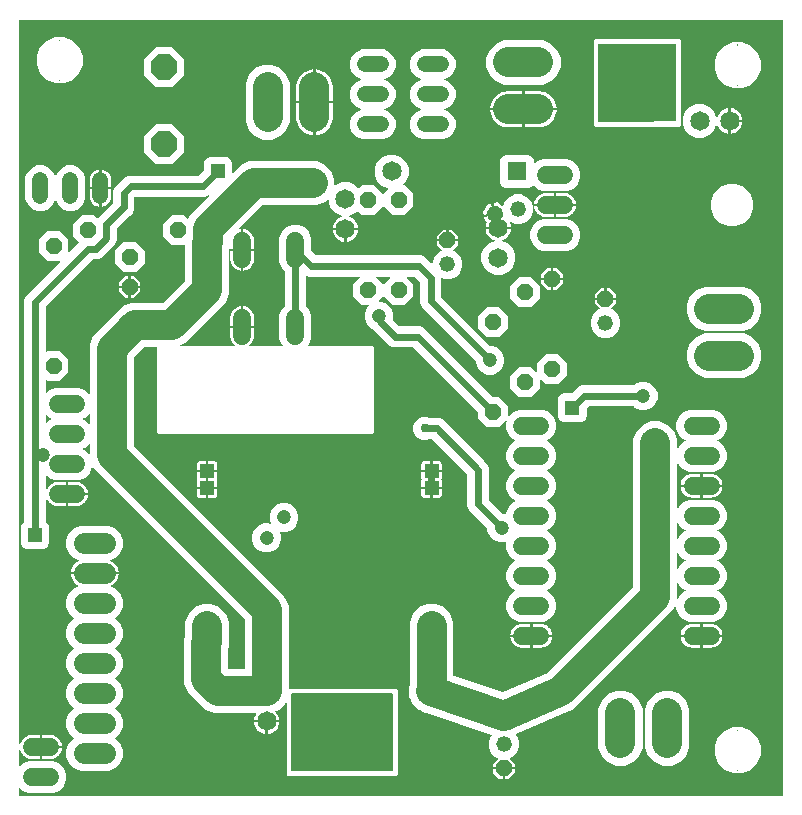
<source format=gbr>
G04 EAGLE Gerber X2 export*
%TF.Part,Single*%
%TF.FileFunction,Copper,L1,Top,Mixed*%
%TF.FilePolarity,Positive*%
%TF.GenerationSoftware,Autodesk,EAGLE,9.1.2*%
%TF.CreationDate,2018-08-31T13:28:58Z*%
G75*
%MOMM*%
%FSLAX34Y34*%
%LPD*%
%AMOC8*
5,1,8,0,0,1.08239X$1,22.5*%
G01*
%ADD10C,2.550000*%
%ADD11P,1.429621X8X112.500000*%
%ADD12C,1.320800*%
%ADD13C,1.651000*%
%ADD14P,1.429621X8X292.500000*%
%ADD15C,1.524000*%
%ADD16C,1.320800*%
%ADD17P,1.429621X8X22.500000*%
%ADD18P,2.336880X8X292.500000*%
%ADD19R,1.200000X1.200000*%
%ADD20C,1.778000*%
%ADD21C,1.508000*%
%ADD22C,1.650000*%
%ADD23R,1.650000X1.650000*%
%ADD24P,1.429621X8X213.800000*%
%ADD25C,0.600000*%
%ADD26C,1.206400*%
%ADD27C,0.756400*%
%ADD28C,2.500000*%
%ADD29R,1.500000X1.500000*%
%ADD30C,2.500000*%
%ADD31R,1.206400X1.206400*%

G36*
X647984Y341526D02*
X647984Y341526D01*
X647993Y341525D01*
X648081Y341546D01*
X648171Y341564D01*
X648178Y341569D01*
X648186Y341571D01*
X648259Y341625D01*
X648335Y341677D01*
X648339Y341684D01*
X648346Y341689D01*
X648393Y341767D01*
X648442Y341844D01*
X648443Y341853D01*
X648448Y341860D01*
X648475Y342024D01*
X648475Y997976D01*
X648474Y997984D01*
X648475Y997993D01*
X648454Y998081D01*
X648436Y998171D01*
X648431Y998178D01*
X648429Y998186D01*
X648375Y998259D01*
X648323Y998335D01*
X648316Y998339D01*
X648311Y998346D01*
X648233Y998393D01*
X648156Y998442D01*
X648147Y998443D01*
X648140Y998448D01*
X647976Y998475D01*
X2024Y998475D01*
X2016Y998474D01*
X2007Y998475D01*
X1919Y998454D01*
X1829Y998436D01*
X1822Y998431D01*
X1814Y998429D01*
X1741Y998375D01*
X1665Y998323D01*
X1661Y998316D01*
X1654Y998311D01*
X1607Y998233D01*
X1558Y998156D01*
X1557Y998147D01*
X1552Y998140D01*
X1525Y997976D01*
X1525Y385324D01*
X1529Y385302D01*
X1527Y385281D01*
X1549Y385206D01*
X1564Y385129D01*
X1577Y385111D01*
X1583Y385090D01*
X1633Y385030D01*
X1677Y384965D01*
X1695Y384953D01*
X1709Y384936D01*
X1779Y384900D01*
X1844Y384858D01*
X1866Y384854D01*
X1886Y384844D01*
X1963Y384838D01*
X2041Y384825D01*
X2062Y384830D01*
X2084Y384828D01*
X2158Y384853D01*
X2234Y384871D01*
X2252Y384884D01*
X2272Y384891D01*
X2331Y384942D01*
X2394Y384989D01*
X2405Y385008D01*
X2422Y385022D01*
X2480Y385134D01*
X2496Y385160D01*
X2496Y385165D01*
X2499Y385170D01*
X2964Y386600D01*
X3690Y388025D01*
X4630Y389319D01*
X5761Y390450D01*
X7055Y391390D01*
X8480Y392116D01*
X10001Y392611D01*
X11580Y392861D01*
X19001Y392861D01*
X19001Y383200D01*
X19002Y383192D01*
X19001Y383184D01*
X19022Y383095D01*
X19040Y383005D01*
X19045Y382998D01*
X19047Y382990D01*
X19101Y382917D01*
X19153Y382841D01*
X19160Y382837D01*
X19165Y382830D01*
X19243Y382784D01*
X19320Y382734D01*
X19329Y382733D01*
X19336Y382729D01*
X19500Y382701D01*
X20001Y382701D01*
X20001Y382699D01*
X19500Y382699D01*
X19492Y382697D01*
X19483Y382699D01*
X19395Y382678D01*
X19305Y382660D01*
X19298Y382655D01*
X19290Y382653D01*
X19217Y382599D01*
X19141Y382547D01*
X19137Y382540D01*
X19130Y382535D01*
X19083Y382457D01*
X19034Y382379D01*
X19033Y382371D01*
X19028Y382364D01*
X19001Y382200D01*
X19001Y372539D01*
X11580Y372539D01*
X10001Y372789D01*
X8480Y373284D01*
X7055Y374010D01*
X5761Y374950D01*
X4630Y376081D01*
X3690Y377375D01*
X2964Y378800D01*
X2499Y380230D01*
X2488Y380249D01*
X2484Y380271D01*
X2439Y380335D01*
X2401Y380404D01*
X2384Y380417D01*
X2371Y380435D01*
X2305Y380477D01*
X2243Y380525D01*
X2222Y380530D01*
X2204Y380542D01*
X2127Y380555D01*
X2051Y380575D01*
X2029Y380571D01*
X2007Y380575D01*
X1931Y380557D01*
X1854Y380546D01*
X1835Y380534D01*
X1814Y380529D01*
X1751Y380483D01*
X1684Y380442D01*
X1672Y380424D01*
X1654Y380411D01*
X1614Y380344D01*
X1568Y380280D01*
X1564Y380259D01*
X1552Y380240D01*
X1531Y380116D01*
X1525Y380086D01*
X1526Y380081D01*
X1525Y380076D01*
X1525Y366913D01*
X1526Y366909D01*
X1525Y366904D01*
X1545Y366811D01*
X1564Y366718D01*
X1567Y366714D01*
X1568Y366710D01*
X1623Y366632D01*
X1677Y366554D01*
X1680Y366552D01*
X1683Y366548D01*
X1764Y366498D01*
X1844Y366447D01*
X1849Y366446D01*
X1852Y366444D01*
X1946Y366430D01*
X2041Y366414D01*
X2045Y366415D01*
X2049Y366414D01*
X2141Y366438D01*
X2234Y366460D01*
X2237Y366462D01*
X2241Y366463D01*
X2377Y366560D01*
X4664Y368847D01*
X9671Y370921D01*
X30329Y370921D01*
X35336Y368847D01*
X39167Y365016D01*
X41241Y360009D01*
X41241Y354591D01*
X39167Y349584D01*
X35336Y345753D01*
X30329Y343679D01*
X9671Y343679D01*
X4664Y345753D01*
X2377Y348040D01*
X2373Y348043D01*
X2371Y348046D01*
X2291Y348097D01*
X2211Y348150D01*
X2207Y348151D01*
X2204Y348153D01*
X2110Y348169D01*
X2016Y348187D01*
X2012Y348186D01*
X2007Y348186D01*
X1916Y348164D01*
X1822Y348144D01*
X1818Y348141D01*
X1814Y348140D01*
X1738Y348084D01*
X1659Y348029D01*
X1657Y348025D01*
X1654Y348022D01*
X1605Y347941D01*
X1555Y347859D01*
X1555Y347855D01*
X1552Y347851D01*
X1525Y347687D01*
X1525Y342024D01*
X1526Y342016D01*
X1525Y342007D01*
X1546Y341919D01*
X1564Y341829D01*
X1569Y341822D01*
X1571Y341814D01*
X1625Y341741D01*
X1677Y341665D01*
X1684Y341661D01*
X1689Y341654D01*
X1767Y341607D01*
X1844Y341558D01*
X1853Y341557D01*
X1860Y341552D01*
X2024Y341525D01*
X647976Y341525D01*
X647984Y341526D01*
G37*
%LPC*%
G36*
X229161Y357975D02*
X229161Y357975D01*
X227975Y359161D01*
X227975Y419330D01*
X227975Y419332D01*
X227975Y419334D01*
X227955Y419428D01*
X227936Y419525D01*
X227934Y419527D01*
X227934Y419529D01*
X227879Y419608D01*
X227823Y419689D01*
X227821Y419690D01*
X227820Y419692D01*
X227738Y419743D01*
X227656Y419796D01*
X227653Y419796D01*
X227652Y419797D01*
X227555Y419813D01*
X227459Y419829D01*
X227457Y419829D01*
X227455Y419829D01*
X227361Y419806D01*
X227266Y419783D01*
X227264Y419782D01*
X227262Y419781D01*
X227184Y419722D01*
X227106Y419665D01*
X227105Y419663D01*
X227103Y419662D01*
X227015Y419521D01*
X226973Y419420D01*
X221768Y414216D01*
X218849Y413006D01*
X218844Y413003D01*
X218838Y413001D01*
X218762Y412947D01*
X218684Y412895D01*
X218681Y412890D01*
X218676Y412886D01*
X218627Y412807D01*
X218576Y412728D01*
X218575Y412722D01*
X218571Y412717D01*
X218557Y412625D01*
X218541Y412533D01*
X218542Y412526D01*
X218541Y412520D01*
X218564Y412430D01*
X218585Y412339D01*
X218589Y412334D01*
X218591Y412328D01*
X218687Y412192D01*
X219346Y411533D01*
X220345Y410159D01*
X221116Y408644D01*
X221641Y407028D01*
X221895Y405424D01*
X211618Y405496D01*
X211610Y405494D01*
X211602Y405496D01*
X211513Y405475D01*
X211423Y405458D01*
X211416Y405453D01*
X211408Y405451D01*
X211334Y405397D01*
X211259Y405346D01*
X211254Y405339D01*
X211247Y405334D01*
X211200Y405256D01*
X211150Y405180D01*
X211149Y405171D01*
X211145Y405164D01*
X211116Y405000D01*
X211112Y404499D01*
X211110Y404499D01*
X211114Y405000D01*
X211112Y405008D01*
X211114Y405017D01*
X211093Y405106D01*
X211076Y405195D01*
X211071Y405202D01*
X211069Y405211D01*
X211015Y405285D01*
X210964Y405360D01*
X210957Y405365D01*
X210952Y405371D01*
X210874Y405419D01*
X210798Y405468D01*
X210789Y405470D01*
X210782Y405474D01*
X210618Y405503D01*
X200351Y405575D01*
X200581Y407028D01*
X201106Y408644D01*
X201878Y410158D01*
X202203Y410606D01*
X202230Y410665D01*
X202265Y410720D01*
X202271Y410755D01*
X202286Y410787D01*
X202288Y410852D01*
X202298Y410916D01*
X202290Y410951D01*
X202291Y410986D01*
X202267Y411047D01*
X202252Y411110D01*
X202231Y411138D01*
X202219Y411171D01*
X202173Y411218D01*
X202134Y411270D01*
X202104Y411288D01*
X202079Y411313D01*
X202019Y411338D01*
X201963Y411371D01*
X201924Y411378D01*
X201896Y411390D01*
X201857Y411389D01*
X201799Y411399D01*
X166420Y411399D01*
X159620Y414216D01*
X149590Y424246D01*
X144316Y429520D01*
X141499Y436320D01*
X141499Y474180D01*
X142161Y475778D01*
X142164Y475793D01*
X142172Y475805D01*
X142199Y475969D01*
X142199Y488880D01*
X145016Y495680D01*
X150220Y500884D01*
X157020Y503701D01*
X164380Y503701D01*
X171180Y500884D01*
X176384Y495680D01*
X179201Y488880D01*
X179201Y467520D01*
X178539Y465922D01*
X178536Y465907D01*
X178528Y465895D01*
X178501Y465731D01*
X178501Y448900D01*
X178502Y448891D01*
X178501Y448883D01*
X178522Y448795D01*
X178540Y448705D01*
X178545Y448698D01*
X178547Y448690D01*
X178601Y448616D01*
X178653Y448541D01*
X178660Y448536D01*
X178665Y448530D01*
X178743Y448483D01*
X178820Y448434D01*
X178829Y448432D01*
X178836Y448428D01*
X179000Y448400D01*
X192289Y448400D01*
X192297Y448402D01*
X192305Y448401D01*
X192394Y448422D01*
X192484Y448440D01*
X192491Y448445D01*
X192499Y448447D01*
X192572Y448501D01*
X192647Y448553D01*
X192652Y448560D01*
X192659Y448565D01*
X192705Y448643D01*
X192755Y448720D01*
X192756Y448728D01*
X192760Y448736D01*
X192788Y448900D01*
X192788Y490841D01*
X192785Y490854D01*
X192787Y490866D01*
X192766Y490950D01*
X192748Y491036D01*
X192741Y491047D01*
X192738Y491059D01*
X192642Y491194D01*
X144246Y539590D01*
X64316Y619520D01*
X64201Y619797D01*
X64200Y619799D01*
X64200Y619801D01*
X64145Y619881D01*
X64090Y619962D01*
X64088Y619963D01*
X64087Y619965D01*
X64006Y620016D01*
X63923Y620070D01*
X63921Y620071D01*
X63920Y620072D01*
X63825Y620088D01*
X63728Y620105D01*
X63726Y620104D01*
X63723Y620105D01*
X63630Y620082D01*
X63534Y620061D01*
X63532Y620059D01*
X63530Y620059D01*
X63453Y620002D01*
X63373Y619944D01*
X63372Y619942D01*
X63370Y619941D01*
X63321Y619858D01*
X63270Y619774D01*
X63270Y619772D01*
X63268Y619770D01*
X63241Y619606D01*
X63241Y619591D01*
X61167Y614584D01*
X57336Y610753D01*
X52329Y608679D01*
X31671Y608679D01*
X26664Y610753D01*
X24853Y612564D01*
X24849Y612567D01*
X24847Y612570D01*
X24767Y612621D01*
X24687Y612674D01*
X24683Y612675D01*
X24680Y612677D01*
X24586Y612693D01*
X24492Y612711D01*
X24488Y612710D01*
X24483Y612710D01*
X24392Y612688D01*
X24298Y612668D01*
X24294Y612665D01*
X24290Y612664D01*
X24214Y612608D01*
X24135Y612553D01*
X24133Y612549D01*
X24130Y612546D01*
X24081Y612465D01*
X24031Y612383D01*
X24031Y612379D01*
X24028Y612375D01*
X24001Y612211D01*
X24001Y600989D01*
X24005Y600966D01*
X24003Y600942D01*
X24023Y600877D01*
X24029Y600830D01*
X24035Y600819D01*
X24040Y600794D01*
X24054Y600774D01*
X24061Y600752D01*
X24108Y600694D01*
X24130Y600658D01*
X24137Y600653D01*
X24153Y600630D01*
X24173Y600617D01*
X24188Y600599D01*
X24256Y600564D01*
X24261Y600561D01*
X24289Y600540D01*
X24297Y600538D01*
X24320Y600523D01*
X24344Y600519D01*
X24365Y600508D01*
X24441Y600503D01*
X24449Y600501D01*
X24482Y600493D01*
X24490Y600494D01*
X24517Y600490D01*
X24539Y600495D01*
X24563Y600494D01*
X24636Y600518D01*
X24639Y600519D01*
X24679Y600525D01*
X24686Y600530D01*
X24710Y600536D01*
X24729Y600550D01*
X24751Y600557D01*
X24806Y600606D01*
X24847Y600632D01*
X24854Y600642D01*
X24870Y600654D01*
X24882Y600674D01*
X24900Y600690D01*
X24922Y600734D01*
X24946Y600765D01*
X25690Y602225D01*
X26630Y603519D01*
X27761Y604650D01*
X29055Y605590D01*
X30480Y606316D01*
X32001Y606811D01*
X33580Y607061D01*
X41001Y607061D01*
X41001Y597400D01*
X41002Y597392D01*
X41001Y597384D01*
X41022Y597295D01*
X41040Y597205D01*
X41045Y597198D01*
X41047Y597190D01*
X41101Y597117D01*
X41153Y597041D01*
X41160Y597037D01*
X41165Y597030D01*
X41243Y596984D01*
X41320Y596934D01*
X41329Y596933D01*
X41336Y596929D01*
X41500Y596901D01*
X42001Y596901D01*
X42001Y596899D01*
X41500Y596899D01*
X41492Y596897D01*
X41483Y596899D01*
X41395Y596878D01*
X41305Y596860D01*
X41298Y596855D01*
X41290Y596853D01*
X41217Y596799D01*
X41141Y596747D01*
X41137Y596740D01*
X41130Y596735D01*
X41083Y596657D01*
X41034Y596579D01*
X41033Y596571D01*
X41028Y596564D01*
X41001Y596400D01*
X41001Y586739D01*
X33580Y586739D01*
X32001Y586989D01*
X30480Y587484D01*
X29055Y588210D01*
X27761Y589150D01*
X26630Y590281D01*
X25690Y591575D01*
X24946Y593035D01*
X24912Y593078D01*
X24879Y593136D01*
X24861Y593151D01*
X24847Y593170D01*
X24829Y593182D01*
X24822Y593190D01*
X24780Y593213D01*
X24722Y593258D01*
X24699Y593264D01*
X24680Y593277D01*
X24655Y593281D01*
X24647Y593285D01*
X24608Y593289D01*
X24604Y593290D01*
X24530Y593310D01*
X24507Y593306D01*
X24483Y593310D01*
X24457Y593304D01*
X24450Y593305D01*
X24417Y593294D01*
X24409Y593293D01*
X24333Y593282D01*
X24313Y593270D01*
X24290Y593264D01*
X24267Y593247D01*
X24260Y593245D01*
X24232Y593221D01*
X24229Y593219D01*
X24163Y593179D01*
X24149Y593160D01*
X24130Y593146D01*
X24116Y593123D01*
X24108Y593116D01*
X24089Y593078D01*
X24046Y593019D01*
X24041Y592996D01*
X24028Y592975D01*
X24024Y592948D01*
X24019Y592939D01*
X24017Y592909D01*
X24009Y592859D01*
X24001Y592825D01*
X24002Y592818D01*
X24001Y592811D01*
X24001Y573880D01*
X24003Y573870D01*
X24001Y573860D01*
X24022Y573773D01*
X24040Y573686D01*
X24046Y573677D01*
X24049Y573667D01*
X24102Y573595D01*
X24153Y573522D01*
X24162Y573516D01*
X24168Y573508D01*
X24309Y573419D01*
X24431Y573369D01*
X26119Y571681D01*
X27033Y569475D01*
X27033Y555024D01*
X26119Y552818D01*
X24431Y551130D01*
X22226Y550217D01*
X7774Y550217D01*
X5569Y551130D01*
X3881Y552818D01*
X2967Y555024D01*
X2967Y569475D01*
X3881Y571681D01*
X5569Y573369D01*
X5691Y573419D01*
X5700Y573425D01*
X5710Y573428D01*
X5782Y573480D01*
X5856Y573530D01*
X5862Y573539D01*
X5870Y573545D01*
X5915Y573622D01*
X5964Y573697D01*
X5966Y573707D01*
X5972Y573716D01*
X5999Y573880D01*
X5999Y761286D01*
X7370Y764595D01*
X9972Y767197D01*
X36418Y793643D01*
X36420Y793647D01*
X36424Y793649D01*
X36475Y793729D01*
X36528Y793809D01*
X36529Y793813D01*
X36531Y793816D01*
X36547Y793910D01*
X36564Y794004D01*
X36563Y794008D01*
X36564Y794013D01*
X36542Y794104D01*
X36521Y794198D01*
X36519Y794202D01*
X36518Y794206D01*
X36462Y794282D01*
X36406Y794361D01*
X36403Y794363D01*
X36400Y794366D01*
X36318Y794415D01*
X36237Y794465D01*
X36233Y794465D01*
X36229Y794468D01*
X36065Y794495D01*
X25479Y794495D01*
X18095Y801879D01*
X18095Y812321D01*
X25479Y819705D01*
X35921Y819705D01*
X43305Y812321D01*
X43305Y801735D01*
X43306Y801731D01*
X43305Y801727D01*
X43325Y801633D01*
X43344Y801540D01*
X43347Y801537D01*
X43348Y801533D01*
X43403Y801455D01*
X43457Y801376D01*
X43460Y801374D01*
X43463Y801370D01*
X43544Y801321D01*
X43624Y801269D01*
X43629Y801268D01*
X43632Y801266D01*
X43726Y801252D01*
X43821Y801236D01*
X43825Y801237D01*
X43829Y801236D01*
X43921Y801260D01*
X44014Y801282D01*
X44017Y801285D01*
X44021Y801286D01*
X44157Y801382D01*
X52222Y809447D01*
X52226Y809454D01*
X52233Y809458D01*
X52281Y809536D01*
X52331Y809612D01*
X52333Y809621D01*
X52337Y809628D01*
X52351Y809718D01*
X52368Y809808D01*
X52366Y809816D01*
X52367Y809824D01*
X52345Y809912D01*
X52325Y810002D01*
X52320Y810009D01*
X52318Y810017D01*
X52222Y810153D01*
X47295Y815079D01*
X47295Y825521D01*
X54679Y832905D01*
X65121Y832905D01*
X67295Y830730D01*
X67302Y830726D01*
X67307Y830719D01*
X67385Y830671D01*
X67461Y830621D01*
X67469Y830619D01*
X67477Y830615D01*
X67566Y830601D01*
X67657Y830584D01*
X67665Y830586D01*
X67673Y830585D01*
X67761Y830607D01*
X67851Y830627D01*
X67858Y830632D01*
X67866Y830634D01*
X68001Y830730D01*
X70476Y833205D01*
X80853Y843582D01*
X80860Y843593D01*
X80870Y843600D01*
X80915Y843675D01*
X80963Y843748D01*
X80965Y843760D01*
X80972Y843771D01*
X80999Y843935D01*
X80999Y853290D01*
X82370Y856599D01*
X84972Y859201D01*
X90901Y865130D01*
X94210Y866501D01*
X153565Y866501D01*
X153577Y866503D01*
X153590Y866501D01*
X153674Y866523D01*
X153760Y866540D01*
X153770Y866547D01*
X153782Y866551D01*
X153918Y866647D01*
X157821Y870550D01*
X157828Y870561D01*
X157838Y870568D01*
X157883Y870643D01*
X157931Y870716D01*
X157933Y870728D01*
X157940Y870739D01*
X157967Y870903D01*
X157967Y877226D01*
X158881Y879431D01*
X160569Y881119D01*
X162774Y882033D01*
X177226Y882033D01*
X179431Y881119D01*
X181119Y879431D01*
X182033Y877226D01*
X182033Y869402D01*
X182034Y869398D01*
X182033Y869394D01*
X182053Y869300D01*
X182072Y869207D01*
X182075Y869204D01*
X182076Y869200D01*
X182131Y869122D01*
X182185Y869043D01*
X182188Y869041D01*
X182191Y869038D01*
X182272Y868988D01*
X182352Y868936D01*
X182357Y868935D01*
X182360Y868933D01*
X182454Y868919D01*
X182549Y868903D01*
X182553Y868904D01*
X182557Y868903D01*
X182649Y868927D01*
X182742Y868949D01*
X182745Y868952D01*
X182749Y868953D01*
X182885Y869049D01*
X189520Y875684D01*
X196320Y878501D01*
X253680Y878501D01*
X260480Y875684D01*
X265684Y870480D01*
X268501Y863680D01*
X268501Y858567D01*
X268502Y858563D01*
X268501Y858558D01*
X268521Y858466D01*
X268540Y858372D01*
X268543Y858368D01*
X268544Y858364D01*
X268599Y858287D01*
X268653Y858208D01*
X268656Y858206D01*
X268659Y858202D01*
X268740Y858152D01*
X268820Y858101D01*
X268825Y858100D01*
X268828Y858098D01*
X268922Y858084D01*
X269017Y858068D01*
X269021Y858069D01*
X269025Y858068D01*
X269117Y858092D01*
X269210Y858114D01*
X269213Y858116D01*
X269217Y858117D01*
X269353Y858214D01*
X269725Y858585D01*
X274964Y860756D01*
X280636Y860756D01*
X285875Y858585D01*
X288814Y855646D01*
X288821Y855642D01*
X288826Y855635D01*
X288904Y855587D01*
X288980Y855536D01*
X288989Y855535D01*
X288996Y855530D01*
X289086Y855517D01*
X289176Y855500D01*
X289184Y855502D01*
X289192Y855501D01*
X289280Y855523D01*
X289370Y855543D01*
X289377Y855548D01*
X289385Y855550D01*
X289520Y855646D01*
X291979Y858105D01*
X302421Y858105D01*
X309447Y851079D01*
X309454Y851074D01*
X309459Y851067D01*
X309536Y851020D01*
X309613Y850969D01*
X309621Y850967D01*
X309628Y850963D01*
X309718Y850949D01*
X309808Y850933D01*
X309816Y850934D01*
X309825Y850933D01*
X309913Y850956D01*
X310002Y850975D01*
X310009Y850980D01*
X310017Y850982D01*
X310153Y851079D01*
X314102Y855028D01*
X314106Y855033D01*
X314111Y855037D01*
X314161Y855116D01*
X314212Y855194D01*
X314213Y855200D01*
X314217Y855206D01*
X314231Y855297D01*
X314249Y855389D01*
X314247Y855396D01*
X314248Y855402D01*
X314226Y855492D01*
X314206Y855584D01*
X314202Y855589D01*
X314201Y855595D01*
X314145Y855670D01*
X314091Y855746D01*
X314085Y855749D01*
X314081Y855754D01*
X313940Y855842D01*
X308928Y857919D01*
X304919Y861928D01*
X302749Y867165D01*
X302749Y872835D01*
X304919Y878072D01*
X308928Y882081D01*
X314165Y884251D01*
X319835Y884251D01*
X325072Y882081D01*
X329081Y878072D01*
X331251Y872835D01*
X331251Y867165D01*
X329081Y861928D01*
X326511Y859357D01*
X326508Y859353D01*
X326505Y859351D01*
X326454Y859271D01*
X326401Y859191D01*
X326400Y859187D01*
X326398Y859184D01*
X326382Y859090D01*
X326364Y858996D01*
X326365Y858992D01*
X326365Y858987D01*
X326386Y858896D01*
X326407Y858802D01*
X326410Y858798D01*
X326411Y858794D01*
X326467Y858718D01*
X326522Y858639D01*
X326526Y858637D01*
X326529Y858634D01*
X326610Y858585D01*
X326692Y858535D01*
X326696Y858535D01*
X326700Y858532D01*
X326864Y858505D01*
X328021Y858505D01*
X335405Y851121D01*
X335405Y840679D01*
X328021Y833295D01*
X317579Y833295D01*
X310553Y840321D01*
X310546Y840326D01*
X310541Y840333D01*
X310464Y840380D01*
X310387Y840431D01*
X310379Y840433D01*
X310372Y840437D01*
X310282Y840451D01*
X310192Y840467D01*
X310183Y840466D01*
X310175Y840467D01*
X310087Y840444D01*
X309998Y840425D01*
X309991Y840420D01*
X309983Y840418D01*
X309847Y840321D01*
X302421Y832895D01*
X291979Y832895D01*
X288520Y836354D01*
X288513Y836358D01*
X288509Y836365D01*
X288431Y836413D01*
X288355Y836464D01*
X288346Y836465D01*
X288339Y836470D01*
X288249Y836483D01*
X288159Y836500D01*
X288151Y836498D01*
X288143Y836499D01*
X288055Y836477D01*
X287965Y836457D01*
X287958Y836452D01*
X287950Y836450D01*
X287814Y836354D01*
X285875Y834415D01*
X280919Y832362D01*
X280900Y832348D01*
X280877Y832342D01*
X280818Y832293D01*
X280755Y832251D01*
X280741Y832231D01*
X280723Y832215D01*
X280688Y832148D01*
X280646Y832084D01*
X280642Y832060D01*
X280631Y832039D01*
X280625Y831963D01*
X280611Y831888D01*
X280617Y831865D01*
X280615Y831841D01*
X280639Y831769D01*
X280656Y831694D01*
X280670Y831675D01*
X280677Y831652D01*
X280728Y831595D01*
X280772Y831533D01*
X280793Y831521D01*
X280809Y831503D01*
X280912Y831449D01*
X280943Y831430D01*
X280949Y831429D01*
X280956Y831426D01*
X281944Y831105D01*
X283458Y830333D01*
X284833Y829335D01*
X286035Y828133D01*
X287033Y826758D01*
X287805Y825244D01*
X288330Y823628D01*
X288572Y822099D01*
X278300Y822099D01*
X278292Y822098D01*
X278284Y822099D01*
X278195Y822078D01*
X278105Y822060D01*
X278098Y822055D01*
X278090Y822053D01*
X278017Y821999D01*
X277941Y821947D01*
X277937Y821940D01*
X277930Y821935D01*
X277884Y821857D01*
X277834Y821780D01*
X277833Y821771D01*
X277829Y821764D01*
X277801Y821600D01*
X277801Y821099D01*
X277799Y821099D01*
X277799Y821600D01*
X277797Y821608D01*
X277799Y821616D01*
X277778Y821705D01*
X277760Y821795D01*
X277755Y821802D01*
X277753Y821810D01*
X277699Y821883D01*
X277647Y821959D01*
X277640Y821963D01*
X277635Y821970D01*
X277557Y822016D01*
X277479Y822066D01*
X277471Y822067D01*
X277464Y822071D01*
X277300Y822099D01*
X267028Y822099D01*
X267270Y823628D01*
X267795Y825244D01*
X268567Y826758D01*
X269565Y828133D01*
X270767Y829335D01*
X272142Y830333D01*
X273656Y831105D01*
X274644Y831426D01*
X274665Y831438D01*
X274688Y831443D01*
X274751Y831486D01*
X274817Y831524D01*
X274831Y831543D01*
X274851Y831556D01*
X274892Y831621D01*
X274938Y831681D01*
X274944Y831705D01*
X274957Y831725D01*
X274969Y831800D01*
X274988Y831874D01*
X274984Y831898D01*
X274988Y831921D01*
X274970Y831995D01*
X274959Y832070D01*
X274946Y832091D01*
X274941Y832114D01*
X274895Y832175D01*
X274855Y832240D01*
X274836Y832254D01*
X274821Y832273D01*
X274723Y832335D01*
X274694Y832356D01*
X274687Y832358D01*
X274681Y832362D01*
X269725Y834415D01*
X265715Y838425D01*
X263544Y843664D01*
X263544Y846175D01*
X263543Y846179D01*
X263544Y846183D01*
X263524Y846277D01*
X263505Y846370D01*
X263502Y846373D01*
X263501Y846377D01*
X263446Y846455D01*
X263392Y846534D01*
X263389Y846536D01*
X263386Y846539D01*
X263305Y846589D01*
X263225Y846641D01*
X263220Y846642D01*
X263217Y846644D01*
X263123Y846658D01*
X263028Y846674D01*
X263024Y846673D01*
X263020Y846674D01*
X262928Y846650D01*
X262835Y846628D01*
X262832Y846625D01*
X262828Y846624D01*
X262692Y846528D01*
X260480Y844316D01*
X253680Y841499D01*
X207870Y841499D01*
X207858Y841497D01*
X207845Y841499D01*
X207761Y841477D01*
X207675Y841460D01*
X207665Y841453D01*
X207653Y841449D01*
X207517Y841353D01*
X187915Y821751D01*
X187891Y821715D01*
X187860Y821685D01*
X187837Y821633D01*
X187806Y821586D01*
X187798Y821543D01*
X187780Y821503D01*
X187780Y821446D01*
X187769Y821390D01*
X187779Y821348D01*
X187778Y821304D01*
X187800Y821252D01*
X187812Y821196D01*
X187837Y821160D01*
X187854Y821120D01*
X187894Y821080D01*
X187927Y821034D01*
X187964Y821011D01*
X187995Y820980D01*
X188048Y820959D01*
X188097Y820930D01*
X188140Y820923D01*
X188180Y820907D01*
X188250Y820906D01*
X188293Y820900D01*
X188316Y820906D01*
X188347Y820905D01*
X189501Y821088D01*
X189501Y804499D01*
X180419Y804499D01*
X180419Y805437D01*
X180419Y805439D01*
X180419Y805441D01*
X180399Y805536D01*
X180380Y805632D01*
X180378Y805633D01*
X180378Y805635D01*
X180321Y805717D01*
X180267Y805796D01*
X180265Y805797D01*
X180264Y805798D01*
X180181Y805850D01*
X180100Y805903D01*
X180097Y805903D01*
X180096Y805904D01*
X180000Y805919D01*
X179903Y805936D01*
X179901Y805935D01*
X179899Y805936D01*
X179805Y805912D01*
X179710Y805890D01*
X179708Y805888D01*
X179706Y805888D01*
X179627Y805828D01*
X179550Y805772D01*
X179549Y805770D01*
X179547Y805769D01*
X179459Y805628D01*
X179190Y804979D01*
X179187Y804964D01*
X179180Y804952D01*
X179152Y804788D01*
X179152Y765871D01*
X176335Y759071D01*
X141580Y724316D01*
X138367Y722985D01*
X138366Y722984D01*
X138364Y722984D01*
X138284Y722929D01*
X138203Y722874D01*
X138201Y722872D01*
X138200Y722871D01*
X138148Y722790D01*
X138094Y722707D01*
X138094Y722705D01*
X138093Y722704D01*
X138077Y722608D01*
X138059Y722512D01*
X138060Y722510D01*
X138060Y722507D01*
X138082Y722413D01*
X138104Y722318D01*
X138105Y722316D01*
X138106Y722314D01*
X138162Y722237D01*
X138220Y722157D01*
X138222Y722156D01*
X138223Y722154D01*
X138306Y722105D01*
X138391Y722054D01*
X138393Y722054D01*
X138394Y722052D01*
X138558Y722025D01*
X184111Y722025D01*
X184154Y722033D01*
X184198Y722032D01*
X184251Y722053D01*
X184306Y722064D01*
X184342Y722089D01*
X184383Y722105D01*
X184423Y722145D01*
X184470Y722177D01*
X184494Y722214D01*
X184525Y722244D01*
X184547Y722297D01*
X184577Y722344D01*
X184585Y722387D01*
X184601Y722428D01*
X184601Y722485D01*
X184610Y722541D01*
X184600Y722583D01*
X184600Y722626D01*
X184578Y722679D01*
X184564Y722734D01*
X184539Y722769D01*
X184521Y722809D01*
X184472Y722859D01*
X184447Y722894D01*
X184426Y722906D01*
X184405Y722928D01*
X183933Y723271D01*
X182811Y724393D01*
X181878Y725677D01*
X181158Y727090D01*
X180667Y728599D01*
X180419Y730166D01*
X180419Y737501D01*
X190000Y737501D01*
X190008Y737502D01*
X190016Y737501D01*
X190105Y737522D01*
X190195Y737540D01*
X190202Y737545D01*
X190210Y737547D01*
X190283Y737601D01*
X190359Y737653D01*
X190363Y737660D01*
X190370Y737665D01*
X190416Y737743D01*
X190466Y737820D01*
X190467Y737829D01*
X190471Y737836D01*
X190499Y738000D01*
X190499Y738501D01*
X190501Y738501D01*
X190501Y738000D01*
X190503Y737992D01*
X190501Y737983D01*
X190522Y737895D01*
X190540Y737805D01*
X190545Y737798D01*
X190547Y737790D01*
X190601Y737717D01*
X190653Y737641D01*
X190660Y737637D01*
X190665Y737630D01*
X190743Y737583D01*
X190821Y737534D01*
X190829Y737533D01*
X190836Y737528D01*
X191000Y737501D01*
X200581Y737501D01*
X200581Y730166D01*
X200333Y728599D01*
X199842Y727090D01*
X199122Y725677D01*
X198189Y724393D01*
X197067Y723271D01*
X196595Y722928D01*
X196566Y722896D01*
X196530Y722871D01*
X196499Y722823D01*
X196461Y722781D01*
X196446Y722740D01*
X196423Y722704D01*
X196413Y722647D01*
X196394Y722594D01*
X196397Y722550D01*
X196390Y722507D01*
X196403Y722452D01*
X196406Y722395D01*
X196425Y722356D01*
X196436Y722314D01*
X196469Y722268D01*
X196495Y722217D01*
X196528Y722189D01*
X196553Y722154D01*
X196602Y722125D01*
X196645Y722088D01*
X196687Y722075D01*
X196724Y722052D01*
X196794Y722041D01*
X196835Y722028D01*
X196859Y722030D01*
X196889Y722025D01*
X224081Y722025D01*
X224085Y722026D01*
X224089Y722025D01*
X224182Y722045D01*
X224275Y722064D01*
X224279Y722067D01*
X224283Y722068D01*
X224360Y722123D01*
X224439Y722177D01*
X224442Y722180D01*
X224445Y722183D01*
X224495Y722264D01*
X224546Y722344D01*
X224547Y722349D01*
X224549Y722352D01*
X224564Y722446D01*
X224579Y722541D01*
X224579Y722545D01*
X224579Y722549D01*
X224556Y722641D01*
X224533Y722734D01*
X224531Y722737D01*
X224530Y722741D01*
X224434Y722877D01*
X224021Y723290D01*
X221959Y728267D01*
X221959Y748733D01*
X224021Y753710D01*
X226353Y756043D01*
X226360Y756053D01*
X226370Y756060D01*
X226415Y756135D01*
X226463Y756208D01*
X226465Y756221D01*
X226472Y756232D01*
X226499Y756396D01*
X226499Y785604D01*
X226497Y785617D01*
X226499Y785629D01*
X226477Y785714D01*
X226460Y785799D01*
X226453Y785810D01*
X226449Y785822D01*
X226353Y785957D01*
X224021Y788290D01*
X221959Y793267D01*
X221959Y813733D01*
X224021Y818710D01*
X227830Y822519D01*
X232807Y824581D01*
X238193Y824581D01*
X243170Y822519D01*
X246979Y818710D01*
X249041Y813733D01*
X249041Y802895D01*
X249043Y802883D01*
X249041Y802870D01*
X249063Y802786D01*
X249080Y802700D01*
X249087Y802690D01*
X249091Y802678D01*
X249187Y802542D01*
X252582Y799147D01*
X252593Y799140D01*
X252600Y799130D01*
X252675Y799085D01*
X252748Y799037D01*
X252760Y799035D01*
X252771Y799028D01*
X252935Y799001D01*
X341790Y799001D01*
X345099Y797630D01*
X347701Y795028D01*
X350743Y791986D01*
X350747Y791984D01*
X350749Y791980D01*
X350752Y791978D01*
X350752Y791977D01*
X350763Y791971D01*
X350829Y791929D01*
X350909Y791876D01*
X350913Y791875D01*
X350916Y791873D01*
X351010Y791857D01*
X351104Y791840D01*
X351108Y791841D01*
X351113Y791840D01*
X351204Y791862D01*
X351298Y791883D01*
X351302Y791885D01*
X351306Y791886D01*
X351382Y791942D01*
X351461Y791998D01*
X351463Y792001D01*
X351466Y792004D01*
X351515Y792086D01*
X351565Y792167D01*
X351565Y792171D01*
X351568Y792175D01*
X351595Y792339D01*
X351595Y793847D01*
X353514Y798480D01*
X357060Y802026D01*
X359086Y802865D01*
X359091Y802869D01*
X359098Y802870D01*
X359174Y802924D01*
X359251Y802976D01*
X359254Y802981D01*
X359260Y802985D01*
X359308Y803064D01*
X359359Y803143D01*
X359361Y803149D01*
X359364Y803154D01*
X359378Y803246D01*
X359394Y803339D01*
X359393Y803345D01*
X359394Y803351D01*
X359371Y803441D01*
X359350Y803532D01*
X359346Y803538D01*
X359344Y803544D01*
X359248Y803679D01*
X355055Y807872D01*
X355055Y810661D01*
X363700Y810661D01*
X363708Y810662D01*
X363716Y810661D01*
X363805Y810682D01*
X363895Y810700D01*
X363902Y810705D01*
X363910Y810707D01*
X363983Y810761D01*
X364059Y810813D01*
X364063Y810820D01*
X364070Y810825D01*
X364116Y810903D01*
X364166Y810980D01*
X364167Y810989D01*
X364171Y810996D01*
X364199Y811160D01*
X364199Y811661D01*
X364201Y811661D01*
X364201Y811160D01*
X364203Y811152D01*
X364201Y811143D01*
X364222Y811055D01*
X364240Y810965D01*
X364245Y810958D01*
X364247Y810950D01*
X364301Y810877D01*
X364353Y810801D01*
X364360Y810797D01*
X364365Y810790D01*
X364443Y810743D01*
X364521Y810694D01*
X364529Y810693D01*
X364536Y810688D01*
X364700Y810661D01*
X373345Y810661D01*
X373345Y807872D01*
X369152Y803679D01*
X369151Y803678D01*
X369148Y803674D01*
X369143Y803670D01*
X369094Y803591D01*
X369042Y803513D01*
X369041Y803507D01*
X369038Y803502D01*
X369023Y803410D01*
X369006Y803318D01*
X369007Y803312D01*
X369006Y803306D01*
X369028Y803216D01*
X369049Y803124D01*
X369052Y803119D01*
X369054Y803113D01*
X369110Y803038D01*
X369164Y802962D01*
X369169Y802958D01*
X369173Y802953D01*
X369314Y802865D01*
X371340Y802026D01*
X374886Y798480D01*
X376805Y793847D01*
X376805Y788833D01*
X374886Y784200D01*
X371340Y780654D01*
X366707Y778735D01*
X361693Y778735D01*
X359691Y779564D01*
X359685Y779566D01*
X359680Y779569D01*
X359587Y779585D01*
X359496Y779602D01*
X359490Y779601D01*
X359483Y779602D01*
X359393Y779581D01*
X359301Y779561D01*
X359296Y779558D01*
X359290Y779556D01*
X359215Y779501D01*
X359138Y779447D01*
X359135Y779442D01*
X359130Y779438D01*
X359083Y779358D01*
X359033Y779279D01*
X359032Y779273D01*
X359028Y779267D01*
X359001Y779103D01*
X359001Y763935D01*
X359003Y763923D01*
X359001Y763910D01*
X359023Y763826D01*
X359040Y763740D01*
X359047Y763730D01*
X359051Y763718D01*
X359147Y763582D01*
X400550Y722179D01*
X400561Y722172D01*
X400568Y722162D01*
X400643Y722117D01*
X400716Y722069D01*
X400728Y722067D01*
X400739Y722060D01*
X400903Y722033D01*
X402393Y722033D01*
X406816Y720201D01*
X410201Y716816D01*
X412033Y712393D01*
X412033Y707607D01*
X410201Y703184D01*
X406816Y699799D01*
X402393Y697967D01*
X397607Y697967D01*
X393184Y699799D01*
X389799Y703184D01*
X387967Y707607D01*
X387967Y709097D01*
X387965Y709109D01*
X387967Y709122D01*
X387945Y709206D01*
X387928Y709292D01*
X387921Y709302D01*
X387917Y709314D01*
X387821Y709450D01*
X342370Y754901D01*
X340999Y758210D01*
X340999Y776065D01*
X340997Y776077D01*
X340999Y776090D01*
X340977Y776174D01*
X340960Y776260D01*
X340953Y776270D01*
X340949Y776282D01*
X340853Y776418D01*
X336418Y780853D01*
X336407Y780860D01*
X336400Y780870D01*
X336325Y780915D01*
X336252Y780963D01*
X336240Y780965D01*
X336229Y780972D01*
X336065Y780999D01*
X330532Y780999D01*
X330528Y780998D01*
X330524Y780999D01*
X330430Y780979D01*
X330337Y780960D01*
X330333Y780957D01*
X330329Y780956D01*
X330251Y780901D01*
X330173Y780847D01*
X330171Y780844D01*
X330167Y780841D01*
X330117Y780760D01*
X330066Y780680D01*
X330065Y780675D01*
X330063Y780672D01*
X330049Y780578D01*
X330033Y780483D01*
X330034Y780479D01*
X330033Y780475D01*
X330057Y780382D01*
X330079Y780290D01*
X330081Y780287D01*
X330082Y780283D01*
X330179Y780147D01*
X335405Y774921D01*
X335405Y764479D01*
X328021Y757095D01*
X317579Y757095D01*
X310553Y764121D01*
X310546Y764126D01*
X310541Y764133D01*
X310464Y764180D01*
X310387Y764231D01*
X310379Y764233D01*
X310372Y764237D01*
X310282Y764251D01*
X310192Y764267D01*
X310183Y764266D01*
X310175Y764267D01*
X310087Y764244D01*
X309998Y764225D01*
X309991Y764220D01*
X309983Y764218D01*
X309847Y764121D01*
X306111Y760385D01*
X306108Y760381D01*
X306105Y760379D01*
X306054Y760299D01*
X306001Y760219D01*
X306000Y760215D01*
X305998Y760212D01*
X305982Y760118D01*
X305965Y760024D01*
X305965Y760020D01*
X305965Y760015D01*
X305987Y759924D01*
X306007Y759830D01*
X306010Y759826D01*
X306011Y759822D01*
X306067Y759746D01*
X306123Y759667D01*
X306126Y759665D01*
X306129Y759662D01*
X306211Y759613D01*
X306292Y759563D01*
X306296Y759563D01*
X306300Y759560D01*
X306464Y759533D01*
X308393Y759533D01*
X312816Y757701D01*
X316201Y754316D01*
X318033Y749893D01*
X318033Y745105D01*
X318019Y745017D01*
X318002Y744929D01*
X318004Y744919D01*
X318003Y744909D01*
X318025Y744822D01*
X318043Y744735D01*
X318049Y744726D01*
X318052Y744716D01*
X318148Y744581D01*
X323582Y739147D01*
X323593Y739140D01*
X323600Y739130D01*
X323675Y739085D01*
X323748Y739037D01*
X323760Y739035D01*
X323771Y739028D01*
X323935Y739001D01*
X340890Y739001D01*
X344199Y737630D01*
X346801Y735028D01*
X402778Y679051D01*
X402789Y679044D01*
X402796Y679034D01*
X402871Y678989D01*
X402944Y678941D01*
X402956Y678939D01*
X402967Y678932D01*
X403131Y678905D01*
X408021Y678905D01*
X415405Y671521D01*
X415405Y662993D01*
X415406Y662989D01*
X415405Y662984D01*
X415425Y662891D01*
X415444Y662798D01*
X415447Y662794D01*
X415448Y662790D01*
X415503Y662712D01*
X415557Y662634D01*
X415560Y662632D01*
X415563Y662628D01*
X415644Y662578D01*
X415724Y662527D01*
X415729Y662526D01*
X415732Y662524D01*
X415826Y662510D01*
X415921Y662494D01*
X415925Y662495D01*
X415929Y662494D01*
X416021Y662518D01*
X416114Y662540D01*
X416117Y662542D01*
X416121Y662543D01*
X416257Y662640D01*
X419864Y666247D01*
X424871Y668321D01*
X445529Y668321D01*
X450536Y666247D01*
X454367Y662416D01*
X456441Y657409D01*
X456441Y651991D01*
X454367Y646984D01*
X450536Y643153D01*
X448866Y642461D01*
X448862Y642459D01*
X448858Y642458D01*
X448780Y642403D01*
X448701Y642350D01*
X448699Y642347D01*
X448695Y642344D01*
X448644Y642263D01*
X448592Y642183D01*
X448592Y642179D01*
X448589Y642176D01*
X448574Y642082D01*
X448558Y641988D01*
X448559Y641983D01*
X448558Y641979D01*
X448581Y641888D01*
X448602Y641794D01*
X448605Y641790D01*
X448606Y641786D01*
X448663Y641710D01*
X448719Y641633D01*
X448722Y641631D01*
X448725Y641627D01*
X448866Y641539D01*
X450535Y640847D01*
X454367Y637016D01*
X456441Y632009D01*
X456441Y626591D01*
X454367Y621584D01*
X450536Y617753D01*
X448866Y617061D01*
X448862Y617059D01*
X448858Y617058D01*
X448780Y617003D01*
X448701Y616950D01*
X448699Y616947D01*
X448695Y616944D01*
X448644Y616863D01*
X448592Y616783D01*
X448592Y616779D01*
X448589Y616776D01*
X448574Y616682D01*
X448558Y616588D01*
X448559Y616583D01*
X448558Y616579D01*
X448581Y616488D01*
X448602Y616394D01*
X448605Y616390D01*
X448606Y616386D01*
X448663Y616310D01*
X448719Y616233D01*
X448722Y616231D01*
X448725Y616227D01*
X448866Y616139D01*
X450535Y615447D01*
X454367Y611616D01*
X456441Y606609D01*
X456441Y601191D01*
X454367Y596184D01*
X450536Y592353D01*
X448866Y591661D01*
X448862Y591659D01*
X448858Y591658D01*
X448780Y591603D01*
X448701Y591550D01*
X448699Y591547D01*
X448695Y591544D01*
X448644Y591463D01*
X448592Y591383D01*
X448592Y591379D01*
X448589Y591376D01*
X448574Y591282D01*
X448558Y591188D01*
X448559Y591183D01*
X448558Y591179D01*
X448581Y591086D01*
X448602Y590994D01*
X448605Y590990D01*
X448606Y590986D01*
X448663Y590910D01*
X448719Y590833D01*
X448722Y590831D01*
X448725Y590827D01*
X448866Y590739D01*
X450535Y590047D01*
X454367Y586216D01*
X456441Y581209D01*
X456441Y575791D01*
X454367Y570784D01*
X450536Y566953D01*
X448866Y566261D01*
X448862Y566259D01*
X448858Y566258D01*
X448780Y566203D01*
X448701Y566150D01*
X448699Y566147D01*
X448695Y566144D01*
X448644Y566063D01*
X448592Y565983D01*
X448592Y565979D01*
X448589Y565976D01*
X448574Y565882D01*
X448558Y565788D01*
X448559Y565783D01*
X448558Y565779D01*
X448581Y565688D01*
X448602Y565594D01*
X448605Y565590D01*
X448606Y565586D01*
X448663Y565510D01*
X448719Y565433D01*
X448722Y565431D01*
X448725Y565427D01*
X448866Y565339D01*
X450535Y564647D01*
X454367Y560816D01*
X456441Y555809D01*
X456441Y550391D01*
X454367Y545384D01*
X450536Y541553D01*
X448866Y540861D01*
X448862Y540859D01*
X448858Y540858D01*
X448780Y540803D01*
X448701Y540750D01*
X448699Y540747D01*
X448695Y540744D01*
X448644Y540663D01*
X448592Y540583D01*
X448592Y540579D01*
X448589Y540576D01*
X448574Y540482D01*
X448558Y540388D01*
X448559Y540383D01*
X448558Y540379D01*
X448581Y540288D01*
X448602Y540194D01*
X448605Y540190D01*
X448606Y540186D01*
X448663Y540110D01*
X448719Y540033D01*
X448722Y540031D01*
X448725Y540027D01*
X448866Y539939D01*
X450535Y539247D01*
X454367Y535416D01*
X456441Y530409D01*
X456441Y524991D01*
X454367Y519984D01*
X450536Y516153D01*
X448866Y515461D01*
X448862Y515459D01*
X448858Y515458D01*
X448780Y515403D01*
X448701Y515350D01*
X448699Y515347D01*
X448695Y515344D01*
X448644Y515263D01*
X448592Y515183D01*
X448592Y515179D01*
X448589Y515176D01*
X448574Y515082D01*
X448558Y514988D01*
X448559Y514983D01*
X448558Y514979D01*
X448581Y514888D01*
X448602Y514794D01*
X448605Y514790D01*
X448606Y514786D01*
X448663Y514710D01*
X448719Y514633D01*
X448722Y514631D01*
X448725Y514627D01*
X448866Y514539D01*
X450535Y513847D01*
X454367Y510016D01*
X456441Y505009D01*
X456441Y499591D01*
X454367Y494584D01*
X450536Y490753D01*
X445529Y488679D01*
X424871Y488679D01*
X419864Y490753D01*
X416033Y494584D01*
X413959Y499591D01*
X413959Y505009D01*
X416033Y510016D01*
X419865Y513847D01*
X421534Y514539D01*
X421538Y514541D01*
X421542Y514542D01*
X421621Y514597D01*
X421699Y514650D01*
X421701Y514653D01*
X421705Y514656D01*
X421756Y514737D01*
X421808Y514817D01*
X421808Y514821D01*
X421811Y514824D01*
X421826Y514918D01*
X421842Y515012D01*
X421841Y515016D01*
X421842Y515021D01*
X421819Y515113D01*
X421798Y515206D01*
X421795Y515210D01*
X421794Y515214D01*
X421737Y515290D01*
X421681Y515367D01*
X421678Y515369D01*
X421675Y515373D01*
X421534Y515461D01*
X419864Y516153D01*
X416033Y519984D01*
X413959Y524991D01*
X413959Y530409D01*
X416033Y535416D01*
X419865Y539247D01*
X421119Y539767D01*
X421534Y539939D01*
X421538Y539941D01*
X421542Y539942D01*
X421621Y539997D01*
X421699Y540050D01*
X421701Y540053D01*
X421705Y540056D01*
X421756Y540137D01*
X421808Y540217D01*
X421808Y540221D01*
X421811Y540224D01*
X421826Y540318D01*
X421842Y540412D01*
X421841Y540416D01*
X421842Y540421D01*
X421819Y540513D01*
X421798Y540606D01*
X421795Y540610D01*
X421794Y540614D01*
X421737Y540690D01*
X421681Y540767D01*
X421678Y540769D01*
X421675Y540773D01*
X421534Y540861D01*
X419864Y541553D01*
X416033Y545384D01*
X413959Y550391D01*
X413959Y555809D01*
X413967Y555829D01*
X413968Y555833D01*
X413970Y555836D01*
X413987Y555930D01*
X414005Y556024D01*
X414004Y556028D01*
X414005Y556032D01*
X413984Y556125D01*
X413964Y556218D01*
X413962Y556222D01*
X413961Y556226D01*
X413905Y556304D01*
X413850Y556381D01*
X413847Y556384D01*
X413844Y556387D01*
X413762Y556437D01*
X413682Y556487D01*
X413678Y556488D01*
X413674Y556490D01*
X413580Y556503D01*
X413485Y556519D01*
X413481Y556518D01*
X413477Y556518D01*
X413315Y556481D01*
X412393Y556099D01*
X407607Y556099D01*
X403184Y557931D01*
X399799Y561316D01*
X397967Y565739D01*
X397967Y567229D01*
X397965Y567241D01*
X397967Y567254D01*
X397945Y567338D01*
X397928Y567424D01*
X397921Y567434D01*
X397917Y567446D01*
X397821Y567582D01*
X384972Y580431D01*
X382370Y583033D01*
X380999Y586342D01*
X380999Y613565D01*
X380997Y613577D01*
X380999Y613590D01*
X380977Y613674D01*
X380960Y613760D01*
X380953Y613770D01*
X380949Y613782D01*
X380853Y613918D01*
X351418Y643353D01*
X351407Y643360D01*
X351400Y643370D01*
X351325Y643415D01*
X351252Y643463D01*
X351240Y643465D01*
X351229Y643472D01*
X351065Y643499D01*
X348933Y643499D01*
X348919Y643496D01*
X348904Y643498D01*
X348742Y643461D01*
X346946Y642717D01*
X343054Y642717D01*
X339459Y644207D01*
X336707Y646959D01*
X335217Y650554D01*
X335217Y654446D01*
X336707Y658041D01*
X339459Y660793D01*
X343054Y662283D01*
X346946Y662283D01*
X348742Y661539D01*
X348757Y661536D01*
X348769Y661528D01*
X348933Y661501D01*
X356790Y661501D01*
X360099Y660130D01*
X362701Y657528D01*
X395028Y625201D01*
X397630Y622599D01*
X399001Y619290D01*
X399001Y592067D01*
X399003Y592055D01*
X399001Y592042D01*
X399023Y591958D01*
X399040Y591872D01*
X399047Y591862D01*
X399051Y591850D01*
X399147Y591714D01*
X410550Y580311D01*
X410560Y580304D01*
X410566Y580295D01*
X410567Y580295D01*
X410568Y580294D01*
X410643Y580249D01*
X410716Y580201D01*
X410728Y580199D01*
X410739Y580192D01*
X410903Y580165D01*
X412393Y580165D01*
X413269Y579802D01*
X413275Y579801D01*
X413280Y579797D01*
X413373Y579782D01*
X413464Y579764D01*
X413470Y579765D01*
X413477Y579764D01*
X413567Y579786D01*
X413659Y579805D01*
X413664Y579809D01*
X413670Y579810D01*
X413745Y579865D01*
X413822Y579919D01*
X413825Y579924D01*
X413830Y579928D01*
X413878Y580008D01*
X413927Y580088D01*
X413928Y580094D01*
X413932Y580099D01*
X413959Y580263D01*
X413959Y581209D01*
X416033Y586216D01*
X419865Y590047D01*
X420211Y590191D01*
X421534Y590739D01*
X421538Y590741D01*
X421542Y590742D01*
X421621Y590797D01*
X421699Y590850D01*
X421701Y590853D01*
X421705Y590856D01*
X421756Y590937D01*
X421808Y591017D01*
X421808Y591021D01*
X421811Y591024D01*
X421826Y591118D01*
X421842Y591212D01*
X421841Y591216D01*
X421842Y591221D01*
X421819Y591313D01*
X421798Y591406D01*
X421795Y591410D01*
X421794Y591414D01*
X421737Y591490D01*
X421681Y591567D01*
X421678Y591569D01*
X421675Y591573D01*
X421534Y591661D01*
X419864Y592353D01*
X416033Y596184D01*
X413959Y601191D01*
X413959Y606609D01*
X416033Y611616D01*
X419865Y615447D01*
X421534Y616139D01*
X421538Y616141D01*
X421542Y616142D01*
X421621Y616197D01*
X421699Y616250D01*
X421701Y616253D01*
X421705Y616256D01*
X421756Y616337D01*
X421808Y616417D01*
X421808Y616421D01*
X421811Y616424D01*
X421826Y616518D01*
X421842Y616612D01*
X421841Y616616D01*
X421842Y616621D01*
X421819Y616713D01*
X421798Y616806D01*
X421795Y616810D01*
X421794Y616814D01*
X421737Y616890D01*
X421681Y616967D01*
X421678Y616969D01*
X421675Y616973D01*
X421534Y617061D01*
X419864Y617753D01*
X416033Y621584D01*
X413959Y626591D01*
X413959Y632009D01*
X416033Y637016D01*
X419865Y640847D01*
X421534Y641539D01*
X421538Y641541D01*
X421542Y641542D01*
X421621Y641597D01*
X421699Y641650D01*
X421701Y641653D01*
X421705Y641656D01*
X421756Y641737D01*
X421808Y641817D01*
X421808Y641821D01*
X421811Y641824D01*
X421826Y641918D01*
X421842Y642012D01*
X421841Y642016D01*
X421842Y642021D01*
X421819Y642113D01*
X421798Y642206D01*
X421795Y642210D01*
X421794Y642214D01*
X421737Y642290D01*
X421681Y642367D01*
X421678Y642369D01*
X421675Y642373D01*
X421534Y642461D01*
X419864Y643153D01*
X416033Y646984D01*
X413959Y651991D01*
X413959Y657409D01*
X414572Y658887D01*
X414572Y658890D01*
X414573Y658891D01*
X414591Y658988D01*
X414609Y659083D01*
X414609Y659085D01*
X414609Y659087D01*
X414588Y659183D01*
X414568Y659277D01*
X414567Y659279D01*
X414567Y659281D01*
X414510Y659360D01*
X414454Y659440D01*
X414453Y659441D01*
X414451Y659443D01*
X414369Y659493D01*
X414286Y659546D01*
X414284Y659546D01*
X414282Y659547D01*
X414186Y659562D01*
X414090Y659577D01*
X414088Y659577D01*
X414085Y659577D01*
X413991Y659553D01*
X413897Y659530D01*
X413895Y659528D01*
X413893Y659528D01*
X413757Y659432D01*
X408021Y653695D01*
X397579Y653695D01*
X390195Y661079D01*
X390195Y665969D01*
X390193Y665981D01*
X390195Y665994D01*
X390173Y666078D01*
X390156Y666164D01*
X390149Y666174D01*
X390145Y666186D01*
X390049Y666322D01*
X335518Y720853D01*
X335507Y720860D01*
X335500Y720870D01*
X335425Y720915D01*
X335352Y720963D01*
X335340Y720965D01*
X335329Y720972D01*
X335165Y720999D01*
X318210Y720999D01*
X314901Y722370D01*
X300972Y736299D01*
X300599Y736672D01*
X300587Y736680D01*
X300578Y736692D01*
X300437Y736780D01*
X299184Y737299D01*
X295799Y740684D01*
X293967Y745107D01*
X293967Y749893D01*
X295799Y754316D01*
X297326Y755843D01*
X297329Y755847D01*
X297332Y755849D01*
X297383Y755929D01*
X297436Y756009D01*
X297437Y756013D01*
X297439Y756016D01*
X297455Y756110D01*
X297472Y756204D01*
X297471Y756208D01*
X297472Y756213D01*
X297450Y756304D01*
X297430Y756398D01*
X297427Y756402D01*
X297426Y756406D01*
X297370Y756482D01*
X297314Y756561D01*
X297311Y756563D01*
X297308Y756566D01*
X297226Y756615D01*
X297145Y756665D01*
X297141Y756665D01*
X297137Y756668D01*
X296973Y756695D01*
X291979Y756695D01*
X284595Y764079D01*
X284595Y774521D01*
X290221Y780147D01*
X290224Y780151D01*
X290227Y780153D01*
X290278Y780233D01*
X290331Y780313D01*
X290332Y780317D01*
X290334Y780320D01*
X290350Y780414D01*
X290367Y780508D01*
X290367Y780512D01*
X290367Y780517D01*
X290345Y780608D01*
X290325Y780702D01*
X290322Y780706D01*
X290321Y780710D01*
X290265Y780786D01*
X290209Y780865D01*
X290206Y780867D01*
X290203Y780870D01*
X290121Y780919D01*
X290040Y780969D01*
X290036Y780969D01*
X290032Y780972D01*
X289868Y780999D01*
X247210Y780999D01*
X245191Y781835D01*
X245185Y781837D01*
X245180Y781840D01*
X245087Y781856D01*
X244996Y781873D01*
X244990Y781872D01*
X244983Y781873D01*
X244893Y781852D01*
X244801Y781832D01*
X244796Y781829D01*
X244790Y781827D01*
X244715Y781772D01*
X244638Y781718D01*
X244635Y781713D01*
X244630Y781709D01*
X244582Y781629D01*
X244533Y781550D01*
X244532Y781544D01*
X244528Y781538D01*
X244501Y781374D01*
X244501Y756396D01*
X244502Y756390D01*
X244501Y756385D01*
X244503Y756379D01*
X244501Y756371D01*
X244523Y756286D01*
X244540Y756201D01*
X244547Y756190D01*
X244551Y756178D01*
X244647Y756043D01*
X246979Y753710D01*
X249041Y748733D01*
X249041Y728267D01*
X246979Y723290D01*
X246566Y722877D01*
X246564Y722874D01*
X246561Y722871D01*
X246509Y722791D01*
X246457Y722711D01*
X246456Y722707D01*
X246454Y722704D01*
X246438Y722610D01*
X246420Y722516D01*
X246421Y722512D01*
X246421Y722507D01*
X246442Y722416D01*
X246463Y722322D01*
X246466Y722318D01*
X246467Y722314D01*
X246523Y722238D01*
X246578Y722159D01*
X246582Y722157D01*
X246584Y722154D01*
X246666Y722105D01*
X246748Y722055D01*
X246752Y722055D01*
X246755Y722052D01*
X246919Y722025D01*
X300839Y722025D01*
X302025Y720839D01*
X302025Y649161D01*
X300839Y647975D01*
X119161Y647975D01*
X117975Y649161D01*
X117975Y721000D01*
X117974Y721008D01*
X117975Y721017D01*
X117954Y721105D01*
X117936Y721195D01*
X117931Y721202D01*
X117929Y721210D01*
X117875Y721283D01*
X117823Y721359D01*
X117816Y721363D01*
X117811Y721370D01*
X117733Y721417D01*
X117656Y721466D01*
X117647Y721467D01*
X117640Y721472D01*
X117476Y721499D01*
X107870Y721499D01*
X107858Y721497D01*
X107845Y721499D01*
X107761Y721477D01*
X107675Y721460D01*
X107665Y721453D01*
X107653Y721449D01*
X107517Y721353D01*
X98647Y712483D01*
X98640Y712472D01*
X98630Y712465D01*
X98585Y712390D01*
X98537Y712317D01*
X98535Y712305D01*
X98528Y712294D01*
X98501Y712130D01*
X98501Y637870D01*
X98503Y637858D01*
X98501Y637845D01*
X98523Y637761D01*
X98540Y637675D01*
X98547Y637665D01*
X98551Y637653D01*
X98647Y637517D01*
X170410Y565754D01*
X226973Y509191D01*
X229789Y502391D01*
X229789Y435057D01*
X229792Y435042D01*
X229790Y435028D01*
X229799Y434990D01*
X229799Y432524D01*
X229801Y432516D01*
X229799Y432507D01*
X229820Y432419D01*
X229838Y432329D01*
X229843Y432322D01*
X229845Y432314D01*
X229899Y432241D01*
X229951Y432165D01*
X229958Y432161D01*
X229963Y432154D01*
X230041Y432107D01*
X230119Y432058D01*
X230127Y432057D01*
X230134Y432052D01*
X230298Y432025D01*
X320839Y432025D01*
X322025Y430839D01*
X322025Y359161D01*
X320839Y357975D01*
X229161Y357975D01*
G37*
%LPD*%
%LPC*%
G36*
X411999Y364639D02*
X411999Y364639D01*
X411999Y365140D01*
X411997Y365148D01*
X411999Y365156D01*
X411978Y365245D01*
X411960Y365335D01*
X411955Y365342D01*
X411953Y365350D01*
X411899Y365423D01*
X411847Y365499D01*
X411840Y365503D01*
X411835Y365510D01*
X411757Y365556D01*
X411679Y365606D01*
X411671Y365607D01*
X411664Y365611D01*
X411500Y365639D01*
X402855Y365639D01*
X402855Y368428D01*
X407048Y372621D01*
X407052Y372626D01*
X407057Y372630D01*
X407106Y372709D01*
X407158Y372787D01*
X407159Y372793D01*
X407162Y372798D01*
X407177Y372890D01*
X407194Y372982D01*
X407193Y372988D01*
X407194Y372994D01*
X407172Y373084D01*
X407151Y373176D01*
X407148Y373181D01*
X407146Y373187D01*
X407091Y373262D01*
X407036Y373338D01*
X407031Y373342D01*
X407027Y373347D01*
X406886Y373435D01*
X404860Y374274D01*
X401314Y377820D01*
X399395Y382453D01*
X399395Y387467D01*
X401314Y392100D01*
X401483Y392269D01*
X401495Y392288D01*
X401513Y392302D01*
X401550Y392370D01*
X401593Y392434D01*
X401597Y392457D01*
X401608Y392477D01*
X401615Y392554D01*
X401629Y392630D01*
X401624Y392652D01*
X401626Y392675D01*
X401603Y392749D01*
X401586Y392824D01*
X401573Y392843D01*
X401566Y392865D01*
X401516Y392923D01*
X401471Y392986D01*
X401451Y392998D01*
X401436Y393016D01*
X401330Y393073D01*
X401302Y393090D01*
X401296Y393091D01*
X401290Y393094D01*
X347030Y411473D01*
X347013Y411475D01*
X346870Y411499D01*
X346320Y411499D01*
X343501Y412667D01*
X343486Y412670D01*
X343470Y412679D01*
X340579Y413658D01*
X340166Y414020D01*
X340152Y414028D01*
X340028Y414105D01*
X339520Y414316D01*
X337362Y416474D01*
X337350Y416482D01*
X337338Y416496D01*
X335043Y418507D01*
X334799Y419000D01*
X334789Y419012D01*
X334704Y419132D01*
X334316Y419520D01*
X333148Y422340D01*
X333140Y422352D01*
X333134Y422370D01*
X331783Y425106D01*
X331747Y425654D01*
X331742Y425670D01*
X331710Y425812D01*
X331499Y426320D01*
X331499Y429372D01*
X331496Y429386D01*
X331498Y429405D01*
X331297Y432450D01*
X331473Y432970D01*
X331475Y432987D01*
X331499Y433130D01*
X331499Y433680D01*
X332161Y435278D01*
X332164Y435293D01*
X332172Y435305D01*
X332199Y435469D01*
X332199Y488880D01*
X335016Y495680D01*
X340220Y500884D01*
X347020Y503701D01*
X354380Y503701D01*
X361180Y500884D01*
X366384Y495680D01*
X369201Y488880D01*
X369201Y443388D01*
X369206Y443361D01*
X369204Y443334D01*
X369226Y443264D01*
X369240Y443193D01*
X369256Y443170D01*
X369264Y443145D01*
X369311Y443089D01*
X369353Y443029D01*
X369376Y443014D01*
X369393Y442994D01*
X369486Y442944D01*
X369520Y442922D01*
X369530Y442920D01*
X369540Y442915D01*
X410966Y428883D01*
X410967Y428883D01*
X411062Y428871D01*
X411163Y428858D01*
X411164Y428859D01*
X411165Y428859D01*
X411326Y428899D01*
X449300Y445513D01*
X449308Y445518D01*
X449317Y445521D01*
X449453Y445617D01*
X449590Y445754D01*
X521353Y517517D01*
X521360Y517528D01*
X521370Y517535D01*
X521415Y517610D01*
X521463Y517683D01*
X521465Y517695D01*
X521472Y517706D01*
X521499Y517870D01*
X521499Y643680D01*
X524316Y650480D01*
X529520Y655684D01*
X536320Y658501D01*
X543680Y658501D01*
X550480Y655684D01*
X555684Y650480D01*
X558501Y643680D01*
X558501Y635585D01*
X558501Y635583D01*
X558501Y635581D01*
X558521Y635487D01*
X558540Y635390D01*
X558542Y635388D01*
X558542Y635386D01*
X558598Y635306D01*
X558653Y635226D01*
X558655Y635225D01*
X558656Y635223D01*
X558739Y635171D01*
X558820Y635119D01*
X558823Y635119D01*
X558824Y635118D01*
X558920Y635102D01*
X559017Y635086D01*
X559019Y635087D01*
X559021Y635086D01*
X559115Y635110D01*
X559210Y635132D01*
X559212Y635133D01*
X559214Y635134D01*
X559293Y635193D01*
X559370Y635250D01*
X559371Y635252D01*
X559373Y635253D01*
X559461Y635394D01*
X560133Y637016D01*
X563964Y640847D01*
X565634Y641539D01*
X565638Y641541D01*
X565642Y641542D01*
X565720Y641597D01*
X565799Y641650D01*
X565801Y641653D01*
X565805Y641656D01*
X565856Y641737D01*
X565908Y641817D01*
X565908Y641821D01*
X565911Y641824D01*
X565926Y641918D01*
X565942Y642012D01*
X565941Y642017D01*
X565942Y642021D01*
X565919Y642112D01*
X565898Y642206D01*
X565895Y642210D01*
X565894Y642214D01*
X565837Y642290D01*
X565781Y642367D01*
X565778Y642369D01*
X565775Y642373D01*
X565634Y642461D01*
X563965Y643153D01*
X560133Y646984D01*
X558059Y651991D01*
X558059Y657409D01*
X560133Y662416D01*
X563964Y666247D01*
X568971Y668321D01*
X589629Y668321D01*
X594636Y666247D01*
X598467Y662416D01*
X600541Y657409D01*
X600541Y651991D01*
X598467Y646984D01*
X594635Y643153D01*
X593139Y642533D01*
X592966Y642461D01*
X592962Y642459D01*
X592958Y642458D01*
X592879Y642403D01*
X592801Y642350D01*
X592799Y642347D01*
X592795Y642344D01*
X592744Y642263D01*
X592692Y642183D01*
X592692Y642179D01*
X592689Y642176D01*
X592674Y642082D01*
X592658Y641988D01*
X592659Y641984D01*
X592658Y641979D01*
X592681Y641887D01*
X592702Y641794D01*
X592705Y641790D01*
X592706Y641786D01*
X592763Y641710D01*
X592819Y641633D01*
X592822Y641631D01*
X592825Y641627D01*
X592966Y641539D01*
X594636Y640847D01*
X598467Y637016D01*
X600541Y632009D01*
X600541Y626591D01*
X598467Y621584D01*
X594636Y617753D01*
X589629Y615679D01*
X568971Y615679D01*
X563964Y617753D01*
X560133Y621584D01*
X559461Y623206D01*
X559460Y623208D01*
X559460Y623210D01*
X559405Y623290D01*
X559350Y623371D01*
X559348Y623372D01*
X559347Y623374D01*
X559266Y623426D01*
X559183Y623479D01*
X559181Y623480D01*
X559180Y623481D01*
X559084Y623497D01*
X558988Y623514D01*
X558986Y623514D01*
X558983Y623514D01*
X558890Y623492D01*
X558794Y623470D01*
X558792Y623468D01*
X558790Y623468D01*
X558713Y623412D01*
X558633Y623353D01*
X558632Y623351D01*
X558630Y623350D01*
X558581Y623267D01*
X558530Y623183D01*
X558530Y623181D01*
X558528Y623179D01*
X558501Y623015D01*
X558501Y584785D01*
X558501Y584783D01*
X558501Y584781D01*
X558521Y584687D01*
X558540Y584590D01*
X558542Y584588D01*
X558542Y584586D01*
X558598Y584506D01*
X558653Y584426D01*
X558655Y584425D01*
X558656Y584423D01*
X558739Y584371D01*
X558820Y584319D01*
X558823Y584319D01*
X558824Y584318D01*
X558920Y584302D01*
X559017Y584286D01*
X559019Y584287D01*
X559021Y584286D01*
X559115Y584310D01*
X559210Y584332D01*
X559212Y584333D01*
X559214Y584334D01*
X559293Y584393D01*
X559370Y584450D01*
X559371Y584452D01*
X559373Y584453D01*
X559461Y584594D01*
X560133Y586216D01*
X563964Y590047D01*
X568971Y592121D01*
X589629Y592121D01*
X594636Y590047D01*
X598467Y586216D01*
X600541Y581209D01*
X600541Y575791D01*
X598467Y570784D01*
X594636Y566953D01*
X592966Y566261D01*
X592962Y566259D01*
X592958Y566258D01*
X592880Y566203D01*
X592801Y566150D01*
X592799Y566147D01*
X592795Y566144D01*
X592744Y566063D01*
X592692Y565983D01*
X592692Y565979D01*
X592689Y565976D01*
X592674Y565882D01*
X592658Y565788D01*
X592659Y565784D01*
X592658Y565779D01*
X592681Y565688D01*
X592702Y565594D01*
X592705Y565590D01*
X592706Y565586D01*
X592762Y565511D01*
X592819Y565433D01*
X592822Y565431D01*
X592825Y565427D01*
X592966Y565339D01*
X594636Y564647D01*
X598467Y560816D01*
X600541Y555809D01*
X600541Y550391D01*
X598467Y545384D01*
X594636Y541553D01*
X592966Y540861D01*
X592962Y540859D01*
X592958Y540858D01*
X592880Y540803D01*
X592801Y540750D01*
X592799Y540747D01*
X592795Y540744D01*
X592744Y540663D01*
X592692Y540583D01*
X592692Y540579D01*
X592689Y540576D01*
X592674Y540482D01*
X592658Y540388D01*
X592659Y540384D01*
X592658Y540379D01*
X592681Y540288D01*
X592702Y540194D01*
X592705Y540190D01*
X592706Y540186D01*
X592762Y540111D01*
X592819Y540033D01*
X592822Y540031D01*
X592825Y540027D01*
X592966Y539939D01*
X594636Y539247D01*
X598467Y535416D01*
X600541Y530409D01*
X600541Y524991D01*
X598467Y519984D01*
X594636Y516153D01*
X592966Y515461D01*
X592962Y515459D01*
X592958Y515458D01*
X592880Y515403D01*
X592801Y515350D01*
X592799Y515347D01*
X592795Y515344D01*
X592744Y515263D01*
X592692Y515183D01*
X592692Y515179D01*
X592689Y515176D01*
X592674Y515082D01*
X592658Y514988D01*
X592659Y514984D01*
X592658Y514979D01*
X592681Y514888D01*
X592702Y514794D01*
X592705Y514790D01*
X592706Y514786D01*
X592762Y514711D01*
X592819Y514633D01*
X592822Y514631D01*
X592825Y514627D01*
X592966Y514539D01*
X594636Y513847D01*
X598467Y510016D01*
X600541Y505009D01*
X600541Y499591D01*
X598467Y494584D01*
X594636Y490753D01*
X589629Y488679D01*
X568971Y488679D01*
X563964Y490753D01*
X560133Y494584D01*
X558059Y499591D01*
X558059Y502744D01*
X558059Y502746D01*
X558059Y502748D01*
X558039Y502843D01*
X558020Y502939D01*
X558018Y502941D01*
X558018Y502943D01*
X557962Y503023D01*
X557907Y503103D01*
X557905Y503104D01*
X557904Y503106D01*
X557821Y503158D01*
X557740Y503210D01*
X557737Y503210D01*
X557736Y503212D01*
X557640Y503227D01*
X557543Y503243D01*
X557541Y503243D01*
X557539Y503243D01*
X557445Y503220D01*
X557350Y503197D01*
X557348Y503196D01*
X557346Y503195D01*
X557267Y503136D01*
X557190Y503079D01*
X557189Y503078D01*
X557187Y503076D01*
X557099Y502935D01*
X555684Y499520D01*
X473214Y417050D01*
X473212Y417046D01*
X473207Y417043D01*
X472455Y416260D01*
X472454Y416260D01*
X470787Y414525D01*
X470700Y414487D01*
X470692Y414482D01*
X470683Y414479D01*
X470547Y414383D01*
X470480Y414316D01*
X467252Y412979D01*
X467248Y412976D01*
X467243Y412975D01*
X422395Y393354D01*
X422394Y393353D01*
X422393Y393353D01*
X422311Y393295D01*
X422232Y393240D01*
X422232Y393239D01*
X422231Y393238D01*
X422180Y393155D01*
X422127Y393071D01*
X422127Y393070D01*
X422126Y393068D01*
X422112Y392973D01*
X422096Y392874D01*
X422097Y392873D01*
X422097Y392872D01*
X422120Y392778D01*
X422145Y392682D01*
X422145Y392680D01*
X422146Y392679D01*
X422242Y392544D01*
X422686Y392100D01*
X424605Y387467D01*
X424605Y382453D01*
X422686Y377820D01*
X419140Y374274D01*
X417114Y373435D01*
X417109Y373431D01*
X417102Y373430D01*
X417026Y373376D01*
X416949Y373324D01*
X416946Y373319D01*
X416940Y373315D01*
X416892Y373236D01*
X416841Y373157D01*
X416839Y373151D01*
X416836Y373146D01*
X416822Y373054D01*
X416806Y372961D01*
X416807Y372955D01*
X416806Y372949D01*
X416829Y372859D01*
X416850Y372768D01*
X416854Y372762D01*
X416855Y372756D01*
X416952Y372621D01*
X421145Y368428D01*
X421145Y365639D01*
X412500Y365639D01*
X412492Y365638D01*
X412484Y365639D01*
X412395Y365618D01*
X412305Y365600D01*
X412298Y365595D01*
X412290Y365593D01*
X412217Y365539D01*
X412141Y365487D01*
X412137Y365480D01*
X412130Y365475D01*
X412084Y365397D01*
X412034Y365320D01*
X412033Y365311D01*
X412029Y365304D01*
X412001Y365140D01*
X412001Y364639D01*
X411999Y364639D01*
G37*
%LPD*%
G36*
X61012Y681190D02*
X61012Y681190D01*
X61017Y681190D01*
X61108Y681212D01*
X61202Y681232D01*
X61206Y681235D01*
X61210Y681236D01*
X61286Y681292D01*
X61365Y681347D01*
X61367Y681351D01*
X61370Y681354D01*
X61419Y681435D01*
X61469Y681517D01*
X61469Y681521D01*
X61472Y681525D01*
X61499Y681689D01*
X61499Y723680D01*
X64316Y730480D01*
X89520Y755684D01*
X96320Y758501D01*
X123230Y758501D01*
X123242Y758503D01*
X123255Y758501D01*
X123339Y758523D01*
X123425Y758540D01*
X123435Y758547D01*
X123447Y758551D01*
X123583Y758647D01*
X142004Y777068D01*
X142011Y777079D01*
X142021Y777086D01*
X142066Y777161D01*
X142114Y777234D01*
X142116Y777246D01*
X142123Y777257D01*
X142150Y777421D01*
X142150Y807319D01*
X142150Y807324D01*
X142150Y807328D01*
X142130Y807421D01*
X142111Y807514D01*
X142108Y807518D01*
X142108Y807522D01*
X142052Y807600D01*
X141998Y807678D01*
X141995Y807681D01*
X141992Y807684D01*
X141911Y807734D01*
X141831Y807785D01*
X141827Y807786D01*
X141823Y807788D01*
X141728Y807803D01*
X141635Y807818D01*
X141631Y807817D01*
X141626Y807818D01*
X141534Y807794D01*
X141441Y807772D01*
X141438Y807770D01*
X141434Y807769D01*
X141330Y807695D01*
X130879Y807695D01*
X123495Y815079D01*
X123495Y825521D01*
X130879Y832905D01*
X141321Y832905D01*
X144119Y830106D01*
X144125Y830103D01*
X144128Y830098D01*
X144207Y830048D01*
X144285Y829997D01*
X144291Y829996D01*
X144297Y829992D01*
X144388Y829977D01*
X144481Y829960D01*
X144487Y829962D01*
X144493Y829961D01*
X144583Y829983D01*
X144675Y830003D01*
X144680Y830007D01*
X144686Y830008D01*
X144761Y830064D01*
X144837Y830118D01*
X144840Y830124D01*
X144845Y830127D01*
X144934Y830268D01*
X145520Y831684D01*
X150794Y836958D01*
X162714Y848878D01*
X162715Y848879D01*
X162717Y848881D01*
X162770Y848963D01*
X162823Y849043D01*
X162824Y849045D01*
X162825Y849047D01*
X162842Y849143D01*
X162860Y849239D01*
X162859Y849241D01*
X162860Y849243D01*
X162838Y849338D01*
X162817Y849433D01*
X162816Y849435D01*
X162815Y849437D01*
X162758Y849516D01*
X162702Y849595D01*
X162700Y849596D01*
X162699Y849598D01*
X162615Y849648D01*
X162532Y849699D01*
X162530Y849700D01*
X162529Y849701D01*
X162432Y849715D01*
X162336Y849729D01*
X162334Y849729D01*
X162332Y849729D01*
X162170Y849692D01*
X159290Y848499D01*
X99935Y848499D01*
X99923Y848497D01*
X99910Y848499D01*
X99826Y848477D01*
X99740Y848460D01*
X99730Y848453D01*
X99718Y848449D01*
X99582Y848353D01*
X99147Y847918D01*
X99140Y847908D01*
X99130Y847900D01*
X99085Y847825D01*
X99037Y847752D01*
X99035Y847740D01*
X99028Y847729D01*
X99001Y847565D01*
X99001Y838210D01*
X97630Y834901D01*
X95028Y832299D01*
X84651Y821922D01*
X84644Y821911D01*
X84634Y821904D01*
X84589Y821829D01*
X84541Y821756D01*
X84539Y821744D01*
X84532Y821733D01*
X84505Y821569D01*
X84505Y812046D01*
X83134Y808738D01*
X71462Y797066D01*
X68154Y795695D01*
X64135Y795695D01*
X64123Y795693D01*
X64110Y795695D01*
X64026Y795673D01*
X63940Y795656D01*
X63930Y795649D01*
X63918Y795645D01*
X63782Y795549D01*
X24147Y755914D01*
X24140Y755903D01*
X24130Y755896D01*
X24085Y755821D01*
X24037Y755748D01*
X24035Y755736D01*
X24028Y755725D01*
X24001Y755561D01*
X24001Y717832D01*
X24002Y717828D01*
X24001Y717823D01*
X24021Y717730D01*
X24040Y717637D01*
X24043Y717633D01*
X24044Y717629D01*
X24099Y717551D01*
X24153Y717473D01*
X24156Y717471D01*
X24159Y717467D01*
X24241Y717417D01*
X24320Y717366D01*
X24325Y717365D01*
X24328Y717363D01*
X24422Y717349D01*
X24517Y717333D01*
X24521Y717334D01*
X24525Y717333D01*
X24617Y717357D01*
X24710Y717379D01*
X24713Y717381D01*
X24717Y717382D01*
X24853Y717479D01*
X25479Y718105D01*
X35921Y718105D01*
X43305Y710721D01*
X43305Y700279D01*
X35921Y692895D01*
X25479Y692895D01*
X24853Y693521D01*
X24849Y693524D01*
X24847Y693527D01*
X24767Y693578D01*
X24687Y693631D01*
X24683Y693632D01*
X24680Y693634D01*
X24586Y693650D01*
X24492Y693667D01*
X24488Y693667D01*
X24483Y693667D01*
X24392Y693645D01*
X24298Y693625D01*
X24294Y693622D01*
X24290Y693621D01*
X24214Y693565D01*
X24135Y693509D01*
X24133Y693506D01*
X24130Y693503D01*
X24081Y693421D01*
X24031Y693340D01*
X24031Y693336D01*
X24028Y693332D01*
X24001Y693168D01*
X24001Y683189D01*
X24002Y683185D01*
X24001Y683180D01*
X24021Y683087D01*
X24040Y682994D01*
X24043Y682990D01*
X24044Y682986D01*
X24099Y682908D01*
X24153Y682830D01*
X24156Y682828D01*
X24159Y682824D01*
X24240Y682774D01*
X24320Y682723D01*
X24325Y682722D01*
X24328Y682720D01*
X24422Y682706D01*
X24517Y682690D01*
X24521Y682691D01*
X24525Y682690D01*
X24617Y682714D01*
X24710Y682736D01*
X24713Y682738D01*
X24717Y682739D01*
X24853Y682836D01*
X26664Y684647D01*
X31671Y686721D01*
X52329Y686721D01*
X57336Y684647D01*
X60647Y681336D01*
X60651Y681333D01*
X60653Y681330D01*
X60733Y681279D01*
X60813Y681226D01*
X60817Y681225D01*
X60820Y681223D01*
X60914Y681207D01*
X61008Y681189D01*
X61012Y681190D01*
G37*
%LPC*%
G36*
X53548Y362509D02*
X53548Y362509D01*
X48075Y364776D01*
X43886Y368965D01*
X41619Y374438D01*
X41619Y380362D01*
X43886Y385835D01*
X47798Y389747D01*
X47803Y389754D01*
X47810Y389759D01*
X47858Y389836D01*
X47908Y389913D01*
X47910Y389921D01*
X47914Y389928D01*
X47928Y390018D01*
X47944Y390108D01*
X47943Y390117D01*
X47944Y390125D01*
X47921Y390213D01*
X47902Y390302D01*
X47897Y390309D01*
X47895Y390317D01*
X47798Y390453D01*
X43886Y394365D01*
X41619Y399838D01*
X41619Y405762D01*
X43886Y411235D01*
X47798Y415147D01*
X47803Y415154D01*
X47810Y415159D01*
X47858Y415236D01*
X47908Y415313D01*
X47910Y415321D01*
X47914Y415328D01*
X47928Y415418D01*
X47944Y415508D01*
X47943Y415517D01*
X47944Y415525D01*
X47921Y415613D01*
X47902Y415702D01*
X47897Y415709D01*
X47895Y415717D01*
X47798Y415853D01*
X43886Y419765D01*
X41619Y425238D01*
X41619Y431162D01*
X43886Y436635D01*
X47798Y440547D01*
X47803Y440554D01*
X47810Y440559D01*
X47857Y440636D01*
X47908Y440713D01*
X47910Y440721D01*
X47914Y440728D01*
X47928Y440818D01*
X47944Y440908D01*
X47943Y440916D01*
X47944Y440925D01*
X47921Y441013D01*
X47902Y441102D01*
X47897Y441109D01*
X47895Y441117D01*
X47798Y441253D01*
X43886Y445165D01*
X41619Y450638D01*
X41619Y456562D01*
X43886Y462035D01*
X47798Y465947D01*
X47803Y465954D01*
X47810Y465959D01*
X47858Y466036D01*
X47908Y466113D01*
X47910Y466121D01*
X47914Y466128D01*
X47928Y466218D01*
X47944Y466308D01*
X47943Y466317D01*
X47944Y466325D01*
X47921Y466413D01*
X47902Y466502D01*
X47897Y466509D01*
X47895Y466517D01*
X47798Y466653D01*
X43886Y470565D01*
X41619Y476038D01*
X41619Y481962D01*
X43886Y487435D01*
X47798Y491347D01*
X47803Y491354D01*
X47810Y491359D01*
X47857Y491436D01*
X47908Y491513D01*
X47910Y491521D01*
X47914Y491528D01*
X47928Y491618D01*
X47944Y491708D01*
X47943Y491716D01*
X47944Y491725D01*
X47921Y491813D01*
X47902Y491902D01*
X47897Y491909D01*
X47895Y491917D01*
X47798Y492053D01*
X43886Y495965D01*
X41619Y501438D01*
X41619Y507362D01*
X43886Y512835D01*
X48075Y517024D01*
X51670Y518513D01*
X51740Y518560D01*
X51813Y518603D01*
X51822Y518615D01*
X51835Y518624D01*
X51881Y518695D01*
X51931Y518762D01*
X51935Y518778D01*
X51943Y518791D01*
X51958Y518874D01*
X51978Y518956D01*
X51975Y518971D01*
X51978Y518986D01*
X51959Y519069D01*
X51946Y519152D01*
X51937Y519165D01*
X51934Y519180D01*
X51884Y519249D01*
X51839Y519320D01*
X51825Y519330D01*
X51817Y519341D01*
X51779Y519364D01*
X51706Y519419D01*
X50519Y520024D01*
X49063Y521081D01*
X47791Y522353D01*
X46734Y523809D01*
X45917Y525412D01*
X45361Y527123D01*
X45095Y528801D01*
X64900Y528801D01*
X64908Y528802D01*
X64916Y528801D01*
X65005Y528822D01*
X65095Y528840D01*
X65102Y528845D01*
X65110Y528847D01*
X65183Y528901D01*
X65259Y528953D01*
X65263Y528960D01*
X65270Y528965D01*
X65316Y529043D01*
X65366Y529120D01*
X65367Y529129D01*
X65371Y529136D01*
X65399Y529300D01*
X65399Y530300D01*
X65397Y530308D01*
X65399Y530316D01*
X65378Y530405D01*
X65360Y530495D01*
X65355Y530502D01*
X65353Y530510D01*
X65299Y530583D01*
X65247Y530659D01*
X65240Y530663D01*
X65235Y530670D01*
X65157Y530716D01*
X65079Y530766D01*
X65071Y530767D01*
X65064Y530771D01*
X64900Y530799D01*
X45095Y530799D01*
X45361Y532477D01*
X45917Y534188D01*
X46734Y535791D01*
X47791Y537247D01*
X49063Y538519D01*
X50519Y539576D01*
X51706Y540181D01*
X51772Y540234D01*
X51841Y540282D01*
X51849Y540295D01*
X51861Y540305D01*
X51902Y540379D01*
X51946Y540450D01*
X51949Y540466D01*
X51956Y540480D01*
X51965Y540564D01*
X51978Y540647D01*
X51974Y540662D01*
X51976Y540677D01*
X51950Y540758D01*
X51930Y540840D01*
X51921Y540852D01*
X51916Y540867D01*
X51862Y540931D01*
X51811Y540999D01*
X51796Y541008D01*
X51787Y541019D01*
X51748Y541038D01*
X51670Y541087D01*
X48075Y542576D01*
X43886Y546765D01*
X41619Y552238D01*
X41619Y558162D01*
X43886Y563635D01*
X48075Y567824D01*
X53548Y570091D01*
X77252Y570091D01*
X82725Y567824D01*
X86914Y563635D01*
X89181Y558162D01*
X89181Y552238D01*
X86914Y546765D01*
X82725Y542576D01*
X79130Y541087D01*
X79060Y541040D01*
X78987Y540997D01*
X78978Y540985D01*
X78965Y540976D01*
X78919Y540905D01*
X78869Y540838D01*
X78865Y540822D01*
X78857Y540809D01*
X78842Y540726D01*
X78822Y540644D01*
X78825Y540629D01*
X78822Y540614D01*
X78841Y540531D01*
X78854Y540448D01*
X78863Y540435D01*
X78866Y540420D01*
X78916Y540351D01*
X78961Y540280D01*
X78975Y540270D01*
X78983Y540259D01*
X79021Y540236D01*
X79094Y540181D01*
X80281Y539576D01*
X81737Y538519D01*
X83009Y537247D01*
X84066Y535791D01*
X84883Y534188D01*
X85439Y532477D01*
X85705Y530799D01*
X65900Y530799D01*
X65892Y530798D01*
X65884Y530799D01*
X65795Y530778D01*
X65705Y530760D01*
X65698Y530755D01*
X65690Y530753D01*
X65617Y530699D01*
X65541Y530647D01*
X65537Y530640D01*
X65530Y530635D01*
X65484Y530557D01*
X65434Y530480D01*
X65433Y530471D01*
X65429Y530464D01*
X65401Y530300D01*
X65401Y529300D01*
X65403Y529292D01*
X65401Y529283D01*
X65422Y529195D01*
X65440Y529105D01*
X65445Y529098D01*
X65447Y529090D01*
X65501Y529017D01*
X65553Y528941D01*
X65560Y528937D01*
X65565Y528930D01*
X65643Y528883D01*
X65721Y528834D01*
X65729Y528833D01*
X65736Y528828D01*
X65900Y528801D01*
X85705Y528801D01*
X85439Y527123D01*
X84883Y525412D01*
X84066Y523809D01*
X83009Y522353D01*
X81737Y521081D01*
X80281Y520024D01*
X79094Y519419D01*
X79028Y519366D01*
X78959Y519318D01*
X78951Y519305D01*
X78939Y519295D01*
X78898Y519221D01*
X78854Y519150D01*
X78851Y519134D01*
X78844Y519120D01*
X78835Y519036D01*
X78822Y518953D01*
X78826Y518938D01*
X78824Y518923D01*
X78850Y518842D01*
X78870Y518760D01*
X78879Y518748D01*
X78884Y518733D01*
X78938Y518669D01*
X78989Y518601D01*
X79004Y518592D01*
X79013Y518581D01*
X79052Y518562D01*
X79130Y518513D01*
X82725Y517024D01*
X86914Y512835D01*
X89181Y507362D01*
X89181Y501438D01*
X86914Y495965D01*
X83002Y492053D01*
X82997Y492046D01*
X82990Y492041D01*
X82942Y491964D01*
X82892Y491887D01*
X82890Y491879D01*
X82886Y491872D01*
X82872Y491782D01*
X82856Y491692D01*
X82857Y491683D01*
X82856Y491675D01*
X82879Y491587D01*
X82898Y491498D01*
X82903Y491491D01*
X82905Y491483D01*
X83002Y491347D01*
X86914Y487435D01*
X89181Y481962D01*
X89181Y476038D01*
X86914Y470565D01*
X83002Y466653D01*
X82997Y466646D01*
X82990Y466641D01*
X82943Y466564D01*
X82892Y466487D01*
X82890Y466479D01*
X82886Y466472D01*
X82872Y466382D01*
X82856Y466292D01*
X82857Y466284D01*
X82856Y466275D01*
X82879Y466187D01*
X82898Y466098D01*
X82903Y466091D01*
X82905Y466083D01*
X83002Y465947D01*
X86914Y462035D01*
X89181Y456562D01*
X89181Y450638D01*
X86914Y445165D01*
X83002Y441253D01*
X82997Y441246D01*
X82990Y441241D01*
X82942Y441164D01*
X82892Y441087D01*
X82890Y441079D01*
X82886Y441072D01*
X82872Y440982D01*
X82856Y440892D01*
X82857Y440883D01*
X82856Y440875D01*
X82879Y440787D01*
X82898Y440698D01*
X82903Y440691D01*
X82905Y440683D01*
X83002Y440547D01*
X86914Y436635D01*
X89181Y431162D01*
X89181Y425238D01*
X86914Y419765D01*
X83002Y415853D01*
X82997Y415846D01*
X82990Y415841D01*
X82943Y415764D01*
X82892Y415687D01*
X82890Y415679D01*
X82886Y415672D01*
X82872Y415582D01*
X82856Y415492D01*
X82857Y415484D01*
X82856Y415475D01*
X82879Y415387D01*
X82898Y415298D01*
X82903Y415291D01*
X82905Y415283D01*
X83002Y415147D01*
X86914Y411235D01*
X89181Y405762D01*
X89181Y399838D01*
X86914Y394365D01*
X83002Y390453D01*
X82997Y390446D01*
X82990Y390441D01*
X82943Y390364D01*
X82892Y390287D01*
X82890Y390279D01*
X82886Y390272D01*
X82872Y390182D01*
X82856Y390092D01*
X82857Y390084D01*
X82856Y390075D01*
X82879Y389987D01*
X82898Y389898D01*
X82903Y389891D01*
X82905Y389883D01*
X83002Y389747D01*
X86914Y385835D01*
X89181Y380362D01*
X89181Y374438D01*
X86914Y368965D01*
X82725Y364776D01*
X77252Y362509D01*
X53548Y362509D01*
G37*
%LPD*%
G36*
X317484Y362026D02*
X317484Y362026D01*
X317493Y362025D01*
X317581Y362046D01*
X317671Y362064D01*
X317678Y362069D01*
X317686Y362071D01*
X317759Y362125D01*
X317835Y362177D01*
X317839Y362184D01*
X317846Y362189D01*
X317893Y362267D01*
X317942Y362344D01*
X317943Y362353D01*
X317948Y362360D01*
X317975Y362524D01*
X317975Y427476D01*
X317974Y427484D01*
X317975Y427493D01*
X317954Y427581D01*
X317936Y427671D01*
X317931Y427678D01*
X317929Y427686D01*
X317875Y427759D01*
X317823Y427835D01*
X317816Y427839D01*
X317811Y427846D01*
X317733Y427893D01*
X317656Y427942D01*
X317647Y427943D01*
X317640Y427948D01*
X317476Y427975D01*
X232524Y427975D01*
X232516Y427974D01*
X232507Y427975D01*
X232419Y427954D01*
X232329Y427936D01*
X232322Y427931D01*
X232314Y427929D01*
X232241Y427875D01*
X232165Y427823D01*
X232161Y427816D01*
X232154Y427811D01*
X232107Y427733D01*
X232058Y427656D01*
X232057Y427647D01*
X232052Y427640D01*
X232025Y427476D01*
X232025Y362524D01*
X232026Y362516D01*
X232025Y362507D01*
X232046Y362419D01*
X232064Y362329D01*
X232069Y362322D01*
X232071Y362314D01*
X232125Y362241D01*
X232177Y362165D01*
X232184Y362161D01*
X232189Y362154D01*
X232267Y362107D01*
X232344Y362058D01*
X232353Y362057D01*
X232360Y362052D01*
X232524Y362025D01*
X317476Y362025D01*
X317484Y362026D01*
G37*
%LPC*%
G36*
X539053Y907713D02*
X539053Y907713D01*
X538937Y907829D01*
X538926Y907836D01*
X538919Y907846D01*
X538844Y907891D01*
X538771Y907939D01*
X538759Y907941D01*
X538748Y907948D01*
X538584Y907975D01*
X489161Y907975D01*
X487975Y909161D01*
X487975Y980839D01*
X489161Y982025D01*
X528584Y982025D01*
X528596Y982027D01*
X528609Y982025D01*
X528693Y982047D01*
X528779Y982064D01*
X528789Y982071D01*
X528801Y982075D01*
X528937Y982171D01*
X529053Y982287D01*
X560947Y982287D01*
X562287Y980947D01*
X562287Y909053D01*
X560947Y907713D01*
X539053Y907713D01*
G37*
%LPD*%
G36*
X538596Y912027D02*
X538596Y912027D01*
X538609Y912025D01*
X538693Y912047D01*
X538779Y912064D01*
X538789Y912071D01*
X538801Y912075D01*
X538937Y912171D01*
X539053Y912287D01*
X557214Y912287D01*
X557222Y912288D01*
X557231Y912287D01*
X557319Y912308D01*
X557409Y912326D01*
X557416Y912331D01*
X557424Y912333D01*
X557497Y912387D01*
X557573Y912439D01*
X557577Y912446D01*
X557584Y912451D01*
X557631Y912529D01*
X557680Y912606D01*
X557681Y912615D01*
X557686Y912622D01*
X557713Y912786D01*
X557713Y977214D01*
X557712Y977222D01*
X557713Y977231D01*
X557692Y977319D01*
X557674Y977409D01*
X557669Y977416D01*
X557667Y977424D01*
X557613Y977497D01*
X557561Y977573D01*
X557554Y977577D01*
X557549Y977584D01*
X557471Y977631D01*
X557394Y977680D01*
X557385Y977681D01*
X557378Y977686D01*
X557214Y977713D01*
X529053Y977713D01*
X528937Y977829D01*
X528926Y977836D01*
X528919Y977846D01*
X528844Y977891D01*
X528771Y977939D01*
X528759Y977941D01*
X528748Y977948D01*
X528584Y977975D01*
X492524Y977975D01*
X492516Y977974D01*
X492507Y977975D01*
X492419Y977954D01*
X492329Y977936D01*
X492322Y977931D01*
X492314Y977929D01*
X492241Y977875D01*
X492165Y977823D01*
X492161Y977816D01*
X492154Y977811D01*
X492107Y977733D01*
X492058Y977656D01*
X492057Y977647D01*
X492052Y977640D01*
X492025Y977476D01*
X492025Y912524D01*
X492026Y912516D01*
X492025Y912507D01*
X492046Y912418D01*
X492064Y912329D01*
X492069Y912322D01*
X492071Y912314D01*
X492125Y912241D01*
X492177Y912165D01*
X492184Y912161D01*
X492189Y912154D01*
X492267Y912107D01*
X492344Y912058D01*
X492353Y912057D01*
X492360Y912052D01*
X492524Y912025D01*
X538584Y912025D01*
X538596Y912027D01*
G37*
%LPC*%
G36*
X342689Y897295D02*
X342689Y897295D01*
X338056Y899214D01*
X334510Y902760D01*
X332591Y907393D01*
X332591Y912407D01*
X334510Y917040D01*
X338056Y920586D01*
X341805Y922139D01*
X341809Y922141D01*
X341813Y922142D01*
X341891Y922197D01*
X341970Y922250D01*
X341972Y922253D01*
X341976Y922256D01*
X342027Y922337D01*
X342079Y922417D01*
X342079Y922421D01*
X342082Y922424D01*
X342097Y922518D01*
X342113Y922612D01*
X342112Y922617D01*
X342113Y922621D01*
X342090Y922712D01*
X342069Y922806D01*
X342066Y922810D01*
X342065Y922814D01*
X342008Y922890D01*
X341952Y922967D01*
X341949Y922969D01*
X341946Y922973D01*
X341805Y923061D01*
X338056Y924614D01*
X334510Y928160D01*
X332591Y932793D01*
X332591Y937807D01*
X334510Y942440D01*
X338056Y945986D01*
X341805Y947539D01*
X341809Y947541D01*
X341813Y947542D01*
X341891Y947597D01*
X341970Y947650D01*
X341972Y947653D01*
X341976Y947656D01*
X342027Y947737D01*
X342079Y947817D01*
X342079Y947821D01*
X342082Y947824D01*
X342097Y947918D01*
X342113Y948012D01*
X342112Y948016D01*
X342113Y948021D01*
X342090Y948112D01*
X342069Y948206D01*
X342066Y948210D01*
X342065Y948214D01*
X342008Y948290D01*
X341952Y948367D01*
X341949Y948369D01*
X341946Y948373D01*
X341805Y948461D01*
X338056Y950014D01*
X334510Y953560D01*
X332591Y958193D01*
X332591Y963207D01*
X334510Y967840D01*
X338056Y971386D01*
X342689Y973305D01*
X360911Y973305D01*
X365544Y971386D01*
X369090Y967840D01*
X371009Y963207D01*
X371009Y958193D01*
X369090Y953560D01*
X365544Y950014D01*
X361795Y948461D01*
X361791Y948459D01*
X361787Y948458D01*
X361709Y948403D01*
X361630Y948350D01*
X361628Y948347D01*
X361624Y948344D01*
X361573Y948263D01*
X361521Y948183D01*
X361521Y948179D01*
X361518Y948176D01*
X361503Y948082D01*
X361487Y947988D01*
X361488Y947983D01*
X361487Y947979D01*
X361510Y947888D01*
X361531Y947794D01*
X361534Y947790D01*
X361535Y947786D01*
X361592Y947710D01*
X361648Y947633D01*
X361651Y947631D01*
X361654Y947627D01*
X361795Y947539D01*
X365544Y945986D01*
X369090Y942440D01*
X371009Y937807D01*
X371009Y932793D01*
X369090Y928160D01*
X365544Y924614D01*
X361795Y923061D01*
X361791Y923059D01*
X361787Y923058D01*
X361709Y923003D01*
X361630Y922950D01*
X361628Y922947D01*
X361624Y922944D01*
X361573Y922863D01*
X361521Y922783D01*
X361521Y922779D01*
X361518Y922776D01*
X361503Y922682D01*
X361487Y922588D01*
X361488Y922584D01*
X361487Y922579D01*
X361510Y922488D01*
X361531Y922394D01*
X361534Y922390D01*
X361535Y922386D01*
X361592Y922310D01*
X361648Y922233D01*
X361651Y922231D01*
X361654Y922227D01*
X361795Y922139D01*
X365544Y920586D01*
X369090Y917040D01*
X371009Y912407D01*
X371009Y907393D01*
X369090Y902760D01*
X365544Y899214D01*
X360911Y897295D01*
X342689Y897295D01*
G37*
%LPD*%
%LPC*%
G36*
X291889Y897295D02*
X291889Y897295D01*
X287256Y899214D01*
X283710Y902760D01*
X281791Y907393D01*
X281791Y912407D01*
X283710Y917040D01*
X287256Y920586D01*
X291005Y922139D01*
X291009Y922141D01*
X291013Y922142D01*
X291091Y922197D01*
X291170Y922250D01*
X291172Y922253D01*
X291176Y922256D01*
X291227Y922337D01*
X291279Y922417D01*
X291279Y922421D01*
X291282Y922424D01*
X291297Y922518D01*
X291313Y922612D01*
X291312Y922617D01*
X291313Y922621D01*
X291290Y922712D01*
X291269Y922806D01*
X291266Y922810D01*
X291265Y922814D01*
X291208Y922890D01*
X291152Y922967D01*
X291149Y922969D01*
X291146Y922973D01*
X291005Y923061D01*
X287256Y924614D01*
X283710Y928160D01*
X281791Y932793D01*
X281791Y937807D01*
X283710Y942440D01*
X287256Y945986D01*
X291005Y947539D01*
X291009Y947541D01*
X291013Y947542D01*
X291091Y947597D01*
X291170Y947650D01*
X291172Y947653D01*
X291176Y947656D01*
X291227Y947737D01*
X291279Y947817D01*
X291279Y947821D01*
X291282Y947824D01*
X291297Y947918D01*
X291313Y948012D01*
X291312Y948017D01*
X291313Y948021D01*
X291290Y948112D01*
X291269Y948206D01*
X291266Y948210D01*
X291265Y948214D01*
X291208Y948290D01*
X291152Y948367D01*
X291149Y948369D01*
X291146Y948373D01*
X291005Y948461D01*
X287256Y950014D01*
X283710Y953560D01*
X281791Y958193D01*
X281791Y963207D01*
X283710Y967840D01*
X287256Y971386D01*
X291889Y973305D01*
X310111Y973305D01*
X314744Y971386D01*
X318290Y967840D01*
X320209Y963207D01*
X320209Y958193D01*
X318290Y953560D01*
X314744Y950014D01*
X310995Y948461D01*
X310991Y948459D01*
X310987Y948458D01*
X310909Y948403D01*
X310830Y948350D01*
X310828Y948347D01*
X310824Y948344D01*
X310773Y948263D01*
X310721Y948183D01*
X310721Y948179D01*
X310718Y948176D01*
X310703Y948082D01*
X310687Y947988D01*
X310688Y947984D01*
X310687Y947979D01*
X310710Y947888D01*
X310731Y947794D01*
X310734Y947790D01*
X310735Y947786D01*
X310792Y947710D01*
X310848Y947633D01*
X310851Y947631D01*
X310854Y947627D01*
X310995Y947539D01*
X314744Y945986D01*
X318290Y942440D01*
X320209Y937807D01*
X320209Y932793D01*
X318290Y928160D01*
X314744Y924614D01*
X310995Y923061D01*
X310991Y923059D01*
X310987Y923058D01*
X310909Y923003D01*
X310830Y922950D01*
X310828Y922947D01*
X310824Y922944D01*
X310773Y922863D01*
X310721Y922783D01*
X310721Y922779D01*
X310718Y922776D01*
X310703Y922682D01*
X310687Y922588D01*
X310688Y922584D01*
X310687Y922579D01*
X310710Y922488D01*
X310731Y922394D01*
X310734Y922390D01*
X310735Y922386D01*
X310792Y922310D01*
X310848Y922233D01*
X310851Y922231D01*
X310854Y922227D01*
X310995Y922139D01*
X314744Y920586D01*
X318290Y917040D01*
X320209Y912407D01*
X320209Y907393D01*
X318290Y902760D01*
X314744Y899214D01*
X310111Y897295D01*
X291889Y897295D01*
G37*
%LPD*%
%LPC*%
G36*
X208270Y896999D02*
X208270Y896999D01*
X201379Y899854D01*
X196104Y905129D01*
X193249Y912020D01*
X193249Y944980D01*
X196104Y951871D01*
X201379Y957146D01*
X208270Y960001D01*
X215730Y960001D01*
X222621Y957146D01*
X227896Y951871D01*
X230751Y944980D01*
X230751Y912020D01*
X227896Y905129D01*
X222621Y899854D01*
X215730Y896999D01*
X208270Y896999D01*
G37*
%LPD*%
%LPC*%
G36*
X546470Y366999D02*
X546470Y366999D01*
X539579Y369854D01*
X534304Y375129D01*
X531449Y382020D01*
X531449Y414980D01*
X534304Y421871D01*
X539579Y427146D01*
X546470Y430001D01*
X553930Y430001D01*
X560821Y427146D01*
X566096Y421871D01*
X568951Y414980D01*
X568951Y382020D01*
X566096Y375129D01*
X560821Y369854D01*
X553930Y366999D01*
X546470Y366999D01*
G37*
%LPD*%
%LPC*%
G36*
X506870Y366999D02*
X506870Y366999D01*
X499979Y369854D01*
X494704Y375129D01*
X491849Y382020D01*
X491849Y414980D01*
X494704Y421871D01*
X499979Y427146D01*
X506870Y430001D01*
X514330Y430001D01*
X521221Y427146D01*
X526496Y421871D01*
X529351Y414980D01*
X529351Y382020D01*
X526496Y375129D01*
X521221Y369854D01*
X514330Y366999D01*
X506870Y366999D01*
G37*
%LPD*%
%LPC*%
G36*
X582020Y695349D02*
X582020Y695349D01*
X575129Y698204D01*
X569854Y703479D01*
X566999Y710370D01*
X566999Y717830D01*
X569854Y724721D01*
X575129Y729996D01*
X582020Y732851D01*
X614980Y732851D01*
X621871Y729996D01*
X627146Y724721D01*
X630001Y717830D01*
X630001Y710370D01*
X627146Y703479D01*
X621871Y698204D01*
X614980Y695349D01*
X582020Y695349D01*
G37*
%LPD*%
%LPC*%
G36*
X412020Y943549D02*
X412020Y943549D01*
X405129Y946404D01*
X399854Y951679D01*
X396999Y958570D01*
X396999Y966030D01*
X399854Y972921D01*
X405129Y978196D01*
X412020Y981051D01*
X444980Y981051D01*
X451871Y978196D01*
X457146Y972921D01*
X460001Y966030D01*
X460001Y958570D01*
X457146Y951679D01*
X451871Y946404D01*
X444980Y943549D01*
X412020Y943549D01*
G37*
%LPD*%
%LPC*%
G36*
X582020Y734949D02*
X582020Y734949D01*
X575129Y737804D01*
X569854Y743079D01*
X566999Y749970D01*
X566999Y757430D01*
X569854Y764321D01*
X575129Y769596D01*
X582020Y772451D01*
X614980Y772451D01*
X621871Y769596D01*
X627146Y764321D01*
X630001Y757430D01*
X630001Y749970D01*
X627146Y743079D01*
X621871Y737804D01*
X614980Y734949D01*
X582020Y734949D01*
G37*
%LPD*%
%LPC*%
G36*
X445071Y853279D02*
X445071Y853279D01*
X440064Y855353D01*
X437055Y858363D01*
X437048Y858367D01*
X437043Y858374D01*
X436966Y858422D01*
X436889Y858472D01*
X436881Y858474D01*
X436874Y858478D01*
X436784Y858492D01*
X436694Y858509D01*
X436685Y858507D01*
X436677Y858508D01*
X436589Y858486D01*
X436499Y858466D01*
X436493Y858461D01*
X436484Y858459D01*
X436349Y858363D01*
X434649Y856663D01*
X432444Y855749D01*
X413556Y855749D01*
X411351Y856663D01*
X409663Y858351D01*
X408749Y860556D01*
X408749Y879444D01*
X409663Y881649D01*
X411351Y883337D01*
X413556Y884251D01*
X432444Y884251D01*
X434649Y883337D01*
X436337Y881649D01*
X437251Y879444D01*
X437251Y876839D01*
X437252Y876835D01*
X437251Y876830D01*
X437271Y876737D01*
X437290Y876644D01*
X437293Y876640D01*
X437294Y876636D01*
X437349Y876558D01*
X437403Y876480D01*
X437406Y876478D01*
X437409Y876474D01*
X437490Y876424D01*
X437570Y876373D01*
X437575Y876372D01*
X437578Y876370D01*
X437672Y876356D01*
X437767Y876340D01*
X437771Y876341D01*
X437775Y876340D01*
X437867Y876364D01*
X437960Y876386D01*
X437963Y876388D01*
X437967Y876389D01*
X438103Y876486D01*
X440064Y878447D01*
X445071Y880521D01*
X465729Y880521D01*
X470736Y878447D01*
X474567Y874616D01*
X476641Y869609D01*
X476641Y864191D01*
X474567Y859184D01*
X470736Y855353D01*
X465729Y853279D01*
X445071Y853279D01*
G37*
%LPD*%
%LPC*%
G36*
X462774Y657967D02*
X462774Y657967D01*
X460569Y658881D01*
X458881Y660569D01*
X457967Y662774D01*
X457967Y677226D01*
X458881Y679431D01*
X460569Y681119D01*
X462774Y682033D01*
X469097Y682033D01*
X469109Y682035D01*
X469122Y682033D01*
X469206Y682055D01*
X469292Y682072D01*
X469302Y682079D01*
X469314Y682083D01*
X469450Y682179D01*
X474901Y687630D01*
X478210Y689001D01*
X521777Y689001D01*
X521789Y689003D01*
X521802Y689001D01*
X521886Y689023D01*
X521972Y689040D01*
X521982Y689047D01*
X521995Y689051D01*
X522130Y689147D01*
X523184Y690201D01*
X527607Y692033D01*
X532393Y692033D01*
X536816Y690201D01*
X540201Y686816D01*
X542033Y682393D01*
X542033Y677607D01*
X540201Y673184D01*
X536816Y669799D01*
X532393Y667967D01*
X527607Y667967D01*
X523184Y669799D01*
X522130Y670853D01*
X522120Y670860D01*
X522112Y670870D01*
X522037Y670915D01*
X521964Y670963D01*
X521952Y670965D01*
X521941Y670972D01*
X521777Y670999D01*
X483935Y670999D01*
X483923Y670997D01*
X483910Y670999D01*
X483826Y670977D01*
X483740Y670960D01*
X483730Y670953D01*
X483718Y670949D01*
X483582Y670853D01*
X482179Y669450D01*
X482172Y669439D01*
X482162Y669432D01*
X482117Y669357D01*
X482069Y669284D01*
X482067Y669272D01*
X482060Y669261D01*
X482033Y669097D01*
X482033Y662774D01*
X481119Y660569D01*
X479431Y658881D01*
X477226Y657967D01*
X462774Y657967D01*
G37*
%LPD*%
%LPC*%
G36*
X16993Y836591D02*
X16993Y836591D01*
X12360Y838510D01*
X8814Y842056D01*
X6895Y846689D01*
X6895Y864911D01*
X8814Y869544D01*
X12360Y873090D01*
X16993Y875009D01*
X22007Y875009D01*
X26640Y873090D01*
X30186Y869544D01*
X31739Y865795D01*
X31741Y865791D01*
X31742Y865787D01*
X31797Y865709D01*
X31850Y865630D01*
X31853Y865628D01*
X31856Y865624D01*
X31937Y865574D01*
X32017Y865521D01*
X32021Y865521D01*
X32024Y865519D01*
X32118Y865503D01*
X32212Y865487D01*
X32216Y865488D01*
X32221Y865487D01*
X32312Y865510D01*
X32406Y865531D01*
X32410Y865534D01*
X32414Y865535D01*
X32490Y865592D01*
X32567Y865648D01*
X32569Y865651D01*
X32573Y865654D01*
X32661Y865795D01*
X34214Y869544D01*
X37760Y873090D01*
X42393Y875009D01*
X47407Y875009D01*
X52040Y873090D01*
X55586Y869544D01*
X57505Y864911D01*
X57505Y846689D01*
X55586Y842056D01*
X52040Y838510D01*
X47407Y836591D01*
X42393Y836591D01*
X37760Y838510D01*
X34214Y842056D01*
X32661Y845805D01*
X32659Y845809D01*
X32658Y845813D01*
X32603Y845891D01*
X32550Y845970D01*
X32547Y845972D01*
X32544Y845976D01*
X32463Y846026D01*
X32383Y846079D01*
X32379Y846079D01*
X32376Y846081D01*
X32282Y846097D01*
X32188Y846113D01*
X32183Y846112D01*
X32179Y846113D01*
X32088Y846090D01*
X31994Y846069D01*
X31990Y846066D01*
X31986Y846065D01*
X31910Y846008D01*
X31833Y845952D01*
X31831Y845949D01*
X31827Y845946D01*
X31739Y845805D01*
X30186Y842056D01*
X26640Y838510D01*
X22007Y836591D01*
X16993Y836591D01*
G37*
%LPD*%
%LPC*%
G36*
X404364Y782644D02*
X404364Y782644D01*
X399125Y784815D01*
X395115Y788825D01*
X392944Y794064D01*
X392944Y799736D01*
X395115Y804975D01*
X399125Y808985D01*
X404081Y811038D01*
X404100Y811052D01*
X404123Y811058D01*
X404182Y811107D01*
X404245Y811149D01*
X404259Y811169D01*
X404277Y811185D01*
X404312Y811252D01*
X404354Y811316D01*
X404358Y811340D01*
X404369Y811361D01*
X404375Y811437D01*
X404389Y811512D01*
X404383Y811535D01*
X404385Y811559D01*
X404361Y811631D01*
X404344Y811706D01*
X404330Y811725D01*
X404323Y811748D01*
X404272Y811805D01*
X404228Y811867D01*
X404207Y811879D01*
X404191Y811897D01*
X404088Y811951D01*
X404057Y811970D01*
X404051Y811971D01*
X404044Y811974D01*
X403056Y812295D01*
X401542Y813067D01*
X400167Y814065D01*
X398965Y815267D01*
X397967Y816642D01*
X397195Y818156D01*
X396670Y819772D01*
X396428Y821301D01*
X406700Y821301D01*
X406708Y821302D01*
X406716Y821301D01*
X406805Y821322D01*
X406895Y821340D01*
X406902Y821345D01*
X406910Y821347D01*
X406983Y821401D01*
X407059Y821453D01*
X407063Y821460D01*
X407070Y821465D01*
X407116Y821543D01*
X407166Y821620D01*
X407167Y821629D01*
X407171Y821636D01*
X407199Y821800D01*
X407199Y822800D01*
X407197Y822808D01*
X407199Y822816D01*
X407178Y822905D01*
X407160Y822995D01*
X407155Y823002D01*
X407153Y823010D01*
X407099Y823083D01*
X407047Y823159D01*
X407040Y823163D01*
X407035Y823170D01*
X406957Y823216D01*
X406879Y823266D01*
X406871Y823267D01*
X406864Y823271D01*
X406700Y823299D01*
X396428Y823299D01*
X396670Y824828D01*
X397195Y826444D01*
X397426Y826896D01*
X397447Y826973D01*
X397474Y827046D01*
X397473Y827068D01*
X397479Y827088D01*
X397469Y827166D01*
X397465Y827245D01*
X397456Y827264D01*
X397453Y827285D01*
X397413Y827353D01*
X397379Y827424D01*
X397362Y827441D01*
X397352Y827457D01*
X397316Y827483D01*
X397258Y827538D01*
X395812Y828503D01*
X395265Y831237D01*
X403742Y832931D01*
X403750Y832935D01*
X403759Y832935D01*
X403842Y832973D01*
X403926Y833008D01*
X403932Y833014D01*
X403939Y833018D01*
X404001Y833085D01*
X404064Y833151D01*
X404067Y833159D01*
X404073Y833165D01*
X404103Y833251D01*
X404137Y833336D01*
X404136Y833345D01*
X404139Y833352D01*
X404134Y833519D01*
X404036Y834010D01*
X404527Y834108D01*
X404535Y834111D01*
X404543Y834111D01*
X404627Y834150D01*
X404710Y834185D01*
X404716Y834191D01*
X404724Y834195D01*
X404785Y834262D01*
X404849Y834327D01*
X404852Y834335D01*
X404858Y834341D01*
X404888Y834428D01*
X404921Y834513D01*
X404921Y834521D01*
X404924Y834529D01*
X404919Y834695D01*
X403225Y843172D01*
X405959Y843719D01*
X410729Y840538D01*
X410782Y840516D01*
X410831Y840486D01*
X410873Y840479D01*
X410913Y840463D01*
X410971Y840463D01*
X411027Y840454D01*
X411069Y840465D01*
X411112Y840465D01*
X411165Y840488D01*
X411220Y840502D01*
X411255Y840528D01*
X411294Y840545D01*
X411333Y840587D01*
X411379Y840621D01*
X411406Y840664D01*
X411431Y840690D01*
X411443Y840722D01*
X411468Y840762D01*
X413277Y845131D01*
X416823Y848677D01*
X421456Y850596D01*
X426470Y850596D01*
X431103Y848677D01*
X434649Y845131D01*
X436568Y840498D01*
X436568Y835484D01*
X434649Y830851D01*
X431103Y827305D01*
X426470Y825386D01*
X421456Y825386D01*
X417941Y826842D01*
X417859Y826858D01*
X417777Y826879D01*
X417762Y826877D01*
X417746Y826880D01*
X417664Y826862D01*
X417580Y826850D01*
X417567Y826842D01*
X417552Y826839D01*
X417483Y826790D01*
X417411Y826746D01*
X417402Y826734D01*
X417389Y826725D01*
X417344Y826653D01*
X417295Y826585D01*
X417291Y826570D01*
X417283Y826556D01*
X417270Y826473D01*
X417251Y826391D01*
X417254Y826374D01*
X417252Y826360D01*
X417262Y826317D01*
X417276Y826226D01*
X417730Y824828D01*
X417972Y823299D01*
X407700Y823299D01*
X407692Y823298D01*
X407684Y823299D01*
X407595Y823278D01*
X407505Y823260D01*
X407498Y823255D01*
X407490Y823253D01*
X407417Y823199D01*
X407341Y823147D01*
X407337Y823140D01*
X407330Y823135D01*
X407284Y823057D01*
X407234Y822980D01*
X407233Y822971D01*
X407229Y822964D01*
X407201Y822800D01*
X407201Y821800D01*
X407202Y821793D01*
X407201Y821787D01*
X407201Y821785D01*
X407201Y821783D01*
X407222Y821695D01*
X407240Y821605D01*
X407245Y821598D01*
X407247Y821590D01*
X407301Y821517D01*
X407353Y821441D01*
X407360Y821437D01*
X407365Y821430D01*
X407443Y821383D01*
X407521Y821334D01*
X407529Y821333D01*
X407536Y821328D01*
X407700Y821301D01*
X417972Y821301D01*
X417730Y819772D01*
X417205Y818156D01*
X416433Y816642D01*
X415435Y815267D01*
X414233Y814065D01*
X412858Y813067D01*
X411344Y812295D01*
X410356Y811974D01*
X410335Y811962D01*
X410312Y811957D01*
X410249Y811914D01*
X410183Y811876D01*
X410169Y811857D01*
X410149Y811844D01*
X410108Y811779D01*
X410062Y811719D01*
X410056Y811695D01*
X410043Y811675D01*
X410031Y811600D01*
X410012Y811526D01*
X410016Y811502D01*
X410012Y811479D01*
X410030Y811405D01*
X410041Y811330D01*
X410054Y811309D01*
X410059Y811286D01*
X410105Y811225D01*
X410145Y811160D01*
X410164Y811146D01*
X410179Y811127D01*
X410277Y811065D01*
X410306Y811044D01*
X410313Y811042D01*
X410319Y811038D01*
X415275Y808985D01*
X419285Y804975D01*
X421456Y799736D01*
X421456Y794064D01*
X419285Y788825D01*
X415275Y784815D01*
X410036Y782644D01*
X404364Y782644D01*
G37*
%LPD*%
%LPC*%
G36*
X606110Y360441D02*
X606110Y360441D01*
X598921Y363419D01*
X593419Y368921D01*
X590441Y376110D01*
X590441Y383890D01*
X593419Y391079D01*
X598921Y396581D01*
X606110Y399559D01*
X613890Y399559D01*
X621079Y396581D01*
X626581Y391079D01*
X629559Y383890D01*
X629559Y376110D01*
X626581Y368921D01*
X621079Y363419D01*
X613890Y360441D01*
X606110Y360441D01*
G37*
%LPD*%
%LPC*%
G36*
X32110Y944441D02*
X32110Y944441D01*
X24921Y947419D01*
X19419Y952921D01*
X16441Y960110D01*
X16441Y967890D01*
X19419Y975079D01*
X24921Y980581D01*
X32110Y983559D01*
X39890Y983559D01*
X47079Y980581D01*
X52581Y975079D01*
X55559Y967890D01*
X55559Y960110D01*
X52581Y952921D01*
X47079Y947419D01*
X39890Y944441D01*
X32110Y944441D01*
G37*
%LPD*%
%LPC*%
G36*
X606110Y940441D02*
X606110Y940441D01*
X598921Y943419D01*
X593419Y948921D01*
X590441Y956110D01*
X590441Y963890D01*
X593419Y971079D01*
X598921Y976581D01*
X606110Y979559D01*
X613890Y979559D01*
X621079Y976581D01*
X626581Y971079D01*
X629559Y963890D01*
X629559Y956110D01*
X626581Y948921D01*
X621079Y943419D01*
X613890Y940441D01*
X606110Y940441D01*
G37*
%LPD*%
%LPC*%
G36*
X424779Y679295D02*
X424779Y679295D01*
X417395Y686679D01*
X417395Y697121D01*
X424779Y704505D01*
X435221Y704505D01*
X439343Y700383D01*
X439347Y700380D01*
X439349Y700377D01*
X439429Y700326D01*
X439509Y700273D01*
X439513Y700272D01*
X439516Y700270D01*
X439610Y700254D01*
X439704Y700237D01*
X439708Y700237D01*
X439713Y700237D01*
X439804Y700259D01*
X439898Y700279D01*
X439902Y700282D01*
X439906Y700283D01*
X439982Y700339D01*
X440061Y700395D01*
X440063Y700398D01*
X440066Y700401D01*
X440115Y700483D01*
X440165Y700564D01*
X440165Y700568D01*
X440168Y700572D01*
X440195Y700736D01*
X440195Y708121D01*
X447579Y715505D01*
X458021Y715505D01*
X465405Y708121D01*
X465405Y697679D01*
X458021Y690295D01*
X447579Y690295D01*
X443457Y694417D01*
X443453Y694420D01*
X443451Y694423D01*
X443371Y694474D01*
X443291Y694527D01*
X443287Y694528D01*
X443284Y694530D01*
X443190Y694546D01*
X443096Y694563D01*
X443092Y694563D01*
X443087Y694563D01*
X442996Y694541D01*
X442902Y694521D01*
X442898Y694518D01*
X442894Y694517D01*
X442818Y694461D01*
X442739Y694405D01*
X442737Y694402D01*
X442734Y694399D01*
X442685Y694317D01*
X442635Y694236D01*
X442635Y694232D01*
X442632Y694228D01*
X442605Y694064D01*
X442605Y686679D01*
X435221Y679295D01*
X424779Y679295D01*
G37*
%LPD*%
%LPC*%
G36*
X601673Y823465D02*
X601673Y823465D01*
X595044Y826211D01*
X589971Y831284D01*
X587225Y837913D01*
X587225Y845087D01*
X589971Y851716D01*
X595044Y856789D01*
X601673Y859535D01*
X608847Y859535D01*
X615476Y856789D01*
X620549Y851716D01*
X623295Y845087D01*
X623295Y837913D01*
X620549Y831284D01*
X615476Y826211D01*
X608847Y823465D01*
X601673Y823465D01*
G37*
%LPD*%
%LPC*%
G36*
X445071Y802479D02*
X445071Y802479D01*
X440064Y804553D01*
X436233Y808384D01*
X434159Y813391D01*
X434159Y818809D01*
X436233Y823816D01*
X440064Y827647D01*
X445071Y829721D01*
X465729Y829721D01*
X470736Y827647D01*
X474567Y823816D01*
X476641Y818809D01*
X476641Y813391D01*
X474567Y808384D01*
X470736Y804553D01*
X465729Y802479D01*
X445071Y802479D01*
G37*
%LPD*%
%LPC*%
G36*
X117243Y876592D02*
X117243Y876592D01*
X107404Y886431D01*
X107404Y900345D01*
X117243Y910184D01*
X131157Y910184D01*
X140996Y900345D01*
X140996Y886431D01*
X131157Y876592D01*
X117243Y876592D01*
G37*
%LPD*%
%LPC*%
G36*
X117243Y941616D02*
X117243Y941616D01*
X107404Y951455D01*
X107404Y965369D01*
X117243Y975208D01*
X131157Y975208D01*
X140996Y965369D01*
X140996Y951455D01*
X131157Y941616D01*
X117243Y941616D01*
G37*
%LPD*%
%LPC*%
G36*
X208607Y547967D02*
X208607Y547967D01*
X204184Y549799D01*
X200799Y553184D01*
X198967Y557607D01*
X198967Y562393D01*
X200799Y566816D01*
X204184Y570201D01*
X208607Y572033D01*
X213393Y572033D01*
X214259Y571674D01*
X214264Y571673D01*
X214267Y571671D01*
X214361Y571654D01*
X214455Y571636D01*
X214459Y571637D01*
X214463Y571636D01*
X214556Y571658D01*
X214649Y571677D01*
X214653Y571680D01*
X214657Y571681D01*
X214734Y571736D01*
X214812Y571791D01*
X214814Y571795D01*
X214818Y571797D01*
X214867Y571878D01*
X214918Y571960D01*
X214918Y571964D01*
X214921Y571967D01*
X214934Y572062D01*
X214949Y572156D01*
X214948Y572160D01*
X214949Y572164D01*
X214912Y572326D01*
X213967Y574607D01*
X213967Y579393D01*
X215799Y583816D01*
X219184Y587201D01*
X223607Y589033D01*
X228393Y589033D01*
X232816Y587201D01*
X236201Y583816D01*
X238033Y579393D01*
X238033Y574607D01*
X236201Y570184D01*
X232816Y566799D01*
X228393Y564967D01*
X223607Y564967D01*
X222741Y565326D01*
X222736Y565327D01*
X222733Y565329D01*
X222639Y565346D01*
X222545Y565364D01*
X222541Y565363D01*
X222537Y565364D01*
X222444Y565342D01*
X222351Y565323D01*
X222347Y565320D01*
X222343Y565319D01*
X222266Y565264D01*
X222188Y565209D01*
X222186Y565205D01*
X222182Y565203D01*
X222133Y565122D01*
X222082Y565040D01*
X222082Y565036D01*
X222079Y565033D01*
X222066Y564938D01*
X222051Y564844D01*
X222052Y564840D01*
X222051Y564836D01*
X222088Y564674D01*
X223033Y562393D01*
X223033Y557607D01*
X221201Y553184D01*
X217816Y549799D01*
X213393Y547967D01*
X208607Y547967D01*
G37*
%LPD*%
%LPC*%
G36*
X574864Y898544D02*
X574864Y898544D01*
X569625Y900715D01*
X565615Y904725D01*
X563444Y909964D01*
X563444Y915636D01*
X565615Y920875D01*
X569625Y924885D01*
X574864Y927056D01*
X580536Y927056D01*
X585775Y924885D01*
X589785Y920875D01*
X591838Y915919D01*
X591852Y915900D01*
X591858Y915876D01*
X591907Y915818D01*
X591949Y915755D01*
X591970Y915741D01*
X591985Y915723D01*
X592052Y915688D01*
X592116Y915646D01*
X592140Y915642D01*
X592161Y915631D01*
X592237Y915625D01*
X592312Y915611D01*
X592335Y915617D01*
X592359Y915615D01*
X592431Y915639D01*
X592506Y915656D01*
X592525Y915670D01*
X592548Y915677D01*
X592605Y915728D01*
X592667Y915772D01*
X592679Y915793D01*
X592697Y915809D01*
X592751Y915912D01*
X592770Y915943D01*
X592771Y915949D01*
X592774Y915956D01*
X593095Y916944D01*
X593867Y918458D01*
X594865Y919833D01*
X596067Y921035D01*
X597442Y922033D01*
X598956Y922805D01*
X600572Y923330D01*
X602101Y923572D01*
X602101Y913300D01*
X602102Y913292D01*
X602101Y913284D01*
X602122Y913195D01*
X602140Y913105D01*
X602145Y913098D01*
X602147Y913090D01*
X602201Y913017D01*
X602253Y912941D01*
X602260Y912937D01*
X602265Y912930D01*
X602343Y912884D01*
X602420Y912834D01*
X602429Y912833D01*
X602436Y912829D01*
X602600Y912801D01*
X603101Y912801D01*
X603101Y912799D01*
X602600Y912799D01*
X602592Y912797D01*
X602583Y912799D01*
X602495Y912778D01*
X602405Y912760D01*
X602398Y912755D01*
X602390Y912753D01*
X602317Y912699D01*
X602241Y912647D01*
X602237Y912640D01*
X602230Y912635D01*
X602183Y912557D01*
X602134Y912479D01*
X602133Y912471D01*
X602128Y912464D01*
X602101Y912300D01*
X602101Y902028D01*
X600572Y902270D01*
X598956Y902795D01*
X597442Y903567D01*
X596067Y904565D01*
X594865Y905767D01*
X593867Y907142D01*
X593095Y908656D01*
X592774Y909644D01*
X592762Y909665D01*
X592757Y909688D01*
X592714Y909751D01*
X592676Y909817D01*
X592657Y909831D01*
X592644Y909851D01*
X592579Y909892D01*
X592519Y909938D01*
X592495Y909944D01*
X592475Y909957D01*
X592400Y909969D01*
X592326Y909988D01*
X592302Y909985D01*
X592279Y909988D01*
X592205Y909970D01*
X592130Y909959D01*
X592109Y909946D01*
X592086Y909941D01*
X592025Y909895D01*
X591960Y909855D01*
X591946Y909836D01*
X591927Y909822D01*
X591865Y909723D01*
X591844Y909694D01*
X591842Y909687D01*
X591838Y909681D01*
X589785Y904725D01*
X585775Y900715D01*
X580536Y898544D01*
X574864Y898544D01*
G37*
%LPD*%
%LPC*%
G36*
X495493Y729035D02*
X495493Y729035D01*
X490860Y730954D01*
X487314Y734500D01*
X485395Y739133D01*
X485395Y744147D01*
X487314Y748780D01*
X490860Y752326D01*
X492886Y753165D01*
X492891Y753169D01*
X492898Y753170D01*
X492974Y753224D01*
X493051Y753276D01*
X493054Y753281D01*
X493060Y753285D01*
X493108Y753364D01*
X493159Y753443D01*
X493161Y753449D01*
X493164Y753454D01*
X493178Y753546D01*
X493194Y753639D01*
X493193Y753645D01*
X493194Y753651D01*
X493171Y753741D01*
X493150Y753832D01*
X493146Y753838D01*
X493145Y753844D01*
X493048Y753979D01*
X488855Y758172D01*
X488855Y760961D01*
X497500Y760961D01*
X497508Y760962D01*
X497516Y760961D01*
X497605Y760982D01*
X497695Y761000D01*
X497702Y761005D01*
X497710Y761007D01*
X497783Y761061D01*
X497859Y761113D01*
X497863Y761120D01*
X497870Y761125D01*
X497916Y761203D01*
X497966Y761280D01*
X497967Y761289D01*
X497971Y761296D01*
X497999Y761460D01*
X497999Y761961D01*
X498001Y761961D01*
X498001Y761460D01*
X498003Y761452D01*
X498001Y761443D01*
X498022Y761354D01*
X498040Y761265D01*
X498045Y761258D01*
X498047Y761250D01*
X498101Y761177D01*
X498153Y761101D01*
X498160Y761097D01*
X498165Y761090D01*
X498243Y761043D01*
X498321Y760994D01*
X498329Y760993D01*
X498336Y760988D01*
X498500Y760961D01*
X507145Y760961D01*
X507145Y758172D01*
X502952Y753979D01*
X502948Y753974D01*
X502943Y753970D01*
X502894Y753891D01*
X502842Y753813D01*
X502841Y753807D01*
X502838Y753802D01*
X502823Y753710D01*
X502806Y753618D01*
X502807Y753612D01*
X502806Y753606D01*
X502828Y753516D01*
X502849Y753424D01*
X502852Y753419D01*
X502854Y753413D01*
X502910Y753338D01*
X502964Y753262D01*
X502969Y753258D01*
X502973Y753253D01*
X503114Y753165D01*
X505140Y752326D01*
X508686Y748780D01*
X510605Y744147D01*
X510605Y739133D01*
X508686Y734500D01*
X505140Y730954D01*
X500507Y729035D01*
X495493Y729035D01*
G37*
%LPD*%
%LPC*%
G36*
X424779Y755495D02*
X424779Y755495D01*
X417395Y762879D01*
X417395Y773321D01*
X424779Y780705D01*
X435221Y780705D01*
X442605Y773321D01*
X442605Y762879D01*
X435221Y755495D01*
X424779Y755495D01*
G37*
%LPD*%
%LPC*%
G36*
X89879Y785095D02*
X89879Y785095D01*
X82495Y792479D01*
X82495Y802921D01*
X89879Y810305D01*
X100321Y810305D01*
X107705Y802921D01*
X107705Y792479D01*
X100321Y785095D01*
X89879Y785095D01*
G37*
%LPD*%
%LPC*%
G36*
X397579Y729895D02*
X397579Y729895D01*
X390195Y737279D01*
X390195Y747721D01*
X397579Y755105D01*
X408021Y755105D01*
X415405Y747721D01*
X415405Y737279D01*
X408021Y729895D01*
X397579Y729895D01*
G37*
%LPD*%
%LPC*%
G36*
X429499Y923699D02*
X429499Y923699D01*
X429499Y937991D01*
X442453Y937991D01*
X444831Y937614D01*
X447120Y936870D01*
X449264Y935778D01*
X451211Y934363D01*
X452913Y932661D01*
X454328Y930714D01*
X455420Y928570D01*
X456164Y926281D01*
X456541Y923903D01*
X456541Y923699D01*
X429499Y923699D01*
G37*
%LPD*%
%LPC*%
G36*
X252599Y929499D02*
X252599Y929499D01*
X252599Y956541D01*
X252803Y956541D01*
X255181Y956164D01*
X257470Y955420D01*
X259614Y954328D01*
X261561Y952913D01*
X263263Y951211D01*
X264678Y949264D01*
X265770Y947120D01*
X266514Y944831D01*
X266891Y942453D01*
X266891Y929499D01*
X252599Y929499D01*
G37*
%LPD*%
%LPC*%
G36*
X252599Y900459D02*
X252599Y900459D01*
X252599Y927501D01*
X266891Y927501D01*
X266891Y914547D01*
X266514Y912169D01*
X265770Y909880D01*
X264678Y907736D01*
X263263Y905789D01*
X261561Y904087D01*
X259614Y902672D01*
X257470Y901580D01*
X255181Y900836D01*
X252803Y900459D01*
X252599Y900459D01*
G37*
%LPD*%
%LPC*%
G36*
X400459Y923699D02*
X400459Y923699D01*
X400459Y923903D01*
X400836Y926281D01*
X401580Y928570D01*
X402672Y930714D01*
X404087Y932661D01*
X405789Y934363D01*
X407736Y935778D01*
X409880Y936870D01*
X412169Y937614D01*
X414547Y937991D01*
X427501Y937991D01*
X427501Y923699D01*
X400459Y923699D01*
G37*
%LPD*%
%LPC*%
G36*
X429499Y907409D02*
X429499Y907409D01*
X429499Y921701D01*
X456541Y921701D01*
X456541Y921497D01*
X456164Y919119D01*
X455420Y916830D01*
X454328Y914686D01*
X452913Y912739D01*
X451211Y911037D01*
X449264Y909622D01*
X447120Y908530D01*
X444831Y907786D01*
X442453Y907409D01*
X429499Y907409D01*
G37*
%LPD*%
%LPC*%
G36*
X236309Y929499D02*
X236309Y929499D01*
X236309Y942453D01*
X236686Y944831D01*
X237430Y947120D01*
X238522Y949264D01*
X239937Y951211D01*
X241639Y952913D01*
X243586Y954328D01*
X245730Y955420D01*
X248019Y956164D01*
X250397Y956541D01*
X250601Y956541D01*
X250601Y929499D01*
X236309Y929499D01*
G37*
%LPD*%
%LPC*%
G36*
X414547Y907409D02*
X414547Y907409D01*
X412169Y907786D01*
X409880Y908530D01*
X407736Y909622D01*
X405789Y911037D01*
X404087Y912739D01*
X402672Y914686D01*
X401580Y916830D01*
X400836Y919119D01*
X400459Y921497D01*
X400459Y921701D01*
X427501Y921701D01*
X427501Y907409D01*
X414547Y907409D01*
G37*
%LPD*%
%LPC*%
G36*
X250397Y900459D02*
X250397Y900459D01*
X248019Y900836D01*
X245730Y901580D01*
X243586Y902672D01*
X241639Y904087D01*
X239937Y905789D01*
X238522Y907736D01*
X237430Y909880D01*
X236686Y912169D01*
X236309Y914547D01*
X236309Y927501D01*
X250601Y927501D01*
X250601Y900459D01*
X250397Y900459D01*
G37*
%LPD*%
%LPC*%
G36*
X42999Y597899D02*
X42999Y597899D01*
X42999Y607061D01*
X50420Y607061D01*
X51999Y606811D01*
X53520Y606316D01*
X54945Y605590D01*
X56239Y604650D01*
X57370Y603519D01*
X58310Y602225D01*
X59036Y600800D01*
X59531Y599279D01*
X59749Y597899D01*
X42999Y597899D01*
G37*
%LPD*%
%LPC*%
G36*
X456399Y842499D02*
X456399Y842499D01*
X456399Y851661D01*
X463820Y851661D01*
X465399Y851411D01*
X466920Y850916D01*
X468345Y850190D01*
X469639Y849250D01*
X470770Y848119D01*
X471710Y846825D01*
X472436Y845400D01*
X472931Y843879D01*
X473149Y842499D01*
X456399Y842499D01*
G37*
%LPD*%
%LPC*%
G36*
X20999Y383699D02*
X20999Y383699D01*
X20999Y392861D01*
X28420Y392861D01*
X29999Y392611D01*
X31520Y392116D01*
X32945Y391390D01*
X34239Y390450D01*
X35370Y389319D01*
X36310Y388025D01*
X37036Y386600D01*
X37531Y385079D01*
X37749Y383699D01*
X20999Y383699D01*
G37*
%LPD*%
%LPC*%
G36*
X580299Y477899D02*
X580299Y477899D01*
X580299Y487061D01*
X587720Y487061D01*
X589299Y486811D01*
X590820Y486316D01*
X592245Y485590D01*
X593539Y484650D01*
X594670Y483519D01*
X595610Y482225D01*
X596336Y480800D01*
X596831Y479279D01*
X597049Y477899D01*
X580299Y477899D01*
G37*
%LPD*%
%LPC*%
G36*
X580299Y604899D02*
X580299Y604899D01*
X580299Y614061D01*
X587720Y614061D01*
X589299Y613811D01*
X590820Y613316D01*
X592245Y612590D01*
X593539Y611650D01*
X594670Y610519D01*
X595610Y609225D01*
X596336Y607800D01*
X596831Y606279D01*
X597049Y604899D01*
X580299Y604899D01*
G37*
%LPD*%
%LPC*%
G36*
X436199Y477899D02*
X436199Y477899D01*
X436199Y487061D01*
X443620Y487061D01*
X445199Y486811D01*
X446720Y486316D01*
X448145Y485590D01*
X449439Y484650D01*
X450570Y483519D01*
X451510Y482225D01*
X452236Y480800D01*
X452731Y479279D01*
X452949Y477899D01*
X436199Y477899D01*
G37*
%LPD*%
%LPC*%
G36*
X417451Y477899D02*
X417451Y477899D01*
X417669Y479279D01*
X418164Y480800D01*
X418890Y482225D01*
X419830Y483519D01*
X420961Y484650D01*
X422255Y485590D01*
X423680Y486316D01*
X425201Y486811D01*
X426780Y487061D01*
X434201Y487061D01*
X434201Y477899D01*
X417451Y477899D01*
G37*
%LPD*%
%LPC*%
G36*
X561551Y604899D02*
X561551Y604899D01*
X561769Y606279D01*
X562264Y607800D01*
X562990Y609225D01*
X563930Y610519D01*
X565061Y611650D01*
X566355Y612590D01*
X567780Y613316D01*
X569301Y613811D01*
X570880Y614061D01*
X578301Y614061D01*
X578301Y604899D01*
X561551Y604899D01*
G37*
%LPD*%
%LPC*%
G36*
X437651Y842499D02*
X437651Y842499D01*
X437869Y843879D01*
X438364Y845400D01*
X439090Y846825D01*
X440030Y848119D01*
X441161Y849250D01*
X442455Y850190D01*
X443880Y850916D01*
X445401Y851411D01*
X446980Y851661D01*
X454401Y851661D01*
X454401Y842499D01*
X437651Y842499D01*
G37*
%LPD*%
%LPC*%
G36*
X561551Y477899D02*
X561551Y477899D01*
X561769Y479279D01*
X562264Y480800D01*
X562990Y482225D01*
X563930Y483519D01*
X565061Y484650D01*
X566355Y485590D01*
X567780Y486316D01*
X569301Y486811D01*
X570880Y487061D01*
X578301Y487061D01*
X578301Y477899D01*
X561551Y477899D01*
G37*
%LPD*%
%LPC*%
G36*
X456399Y831339D02*
X456399Y831339D01*
X456399Y840501D01*
X473149Y840501D01*
X472931Y839121D01*
X472436Y837600D01*
X471710Y836175D01*
X470770Y834881D01*
X469639Y833750D01*
X468345Y832810D01*
X466920Y832084D01*
X465399Y831589D01*
X463820Y831339D01*
X456399Y831339D01*
G37*
%LPD*%
%LPC*%
G36*
X42999Y586739D02*
X42999Y586739D01*
X42999Y595901D01*
X59749Y595901D01*
X59531Y594521D01*
X59036Y593000D01*
X58310Y591575D01*
X57370Y590281D01*
X56239Y589150D01*
X54945Y588210D01*
X53520Y587484D01*
X51999Y586989D01*
X50420Y586739D01*
X42999Y586739D01*
G37*
%LPD*%
%LPC*%
G36*
X436199Y466739D02*
X436199Y466739D01*
X436199Y475901D01*
X452949Y475901D01*
X452731Y474521D01*
X452236Y473000D01*
X451510Y471575D01*
X450570Y470281D01*
X449439Y469150D01*
X448145Y468210D01*
X446720Y467484D01*
X445199Y466989D01*
X443620Y466739D01*
X436199Y466739D01*
G37*
%LPD*%
%LPC*%
G36*
X580299Y466739D02*
X580299Y466739D01*
X580299Y475901D01*
X597049Y475901D01*
X596831Y474521D01*
X596336Y473000D01*
X595610Y471575D01*
X594670Y470281D01*
X593539Y469150D01*
X592245Y468210D01*
X590820Y467484D01*
X589299Y466989D01*
X587720Y466739D01*
X580299Y466739D01*
G37*
%LPD*%
%LPC*%
G36*
X580299Y593739D02*
X580299Y593739D01*
X580299Y602901D01*
X597049Y602901D01*
X596831Y601521D01*
X596336Y600000D01*
X595610Y598575D01*
X594670Y597281D01*
X593539Y596150D01*
X592245Y595210D01*
X590820Y594484D01*
X589299Y593989D01*
X587720Y593739D01*
X580299Y593739D01*
G37*
%LPD*%
%LPC*%
G36*
X20999Y372539D02*
X20999Y372539D01*
X20999Y381701D01*
X37749Y381701D01*
X37531Y380321D01*
X37036Y378800D01*
X36310Y377375D01*
X35370Y376081D01*
X34239Y374950D01*
X32945Y374010D01*
X31520Y373284D01*
X29999Y372789D01*
X28420Y372539D01*
X20999Y372539D01*
G37*
%LPD*%
%LPC*%
G36*
X446980Y831339D02*
X446980Y831339D01*
X445401Y831589D01*
X443880Y832084D01*
X442455Y832810D01*
X441161Y833750D01*
X440030Y834881D01*
X439090Y836175D01*
X438364Y837600D01*
X437869Y839121D01*
X437651Y840501D01*
X454401Y840501D01*
X454401Y831339D01*
X446980Y831339D01*
G37*
%LPD*%
%LPC*%
G36*
X570880Y593739D02*
X570880Y593739D01*
X569301Y593989D01*
X567780Y594484D01*
X566355Y595210D01*
X565061Y596150D01*
X563930Y597281D01*
X562990Y598575D01*
X562264Y600000D01*
X561769Y601521D01*
X561551Y602901D01*
X578301Y602901D01*
X578301Y593739D01*
X570880Y593739D01*
G37*
%LPD*%
%LPC*%
G36*
X570880Y466739D02*
X570880Y466739D01*
X569301Y466989D01*
X567780Y467484D01*
X566355Y468210D01*
X565061Y469150D01*
X563930Y470281D01*
X562990Y471575D01*
X562264Y473000D01*
X561769Y474521D01*
X561551Y475901D01*
X578301Y475901D01*
X578301Y466739D01*
X570880Y466739D01*
G37*
%LPD*%
%LPC*%
G36*
X426780Y466739D02*
X426780Y466739D01*
X425201Y466989D01*
X423680Y467484D01*
X422255Y468210D01*
X420961Y469150D01*
X419830Y470281D01*
X418890Y471575D01*
X418164Y473000D01*
X417669Y474521D01*
X417451Y475901D01*
X434201Y475901D01*
X434201Y466739D01*
X426780Y466739D01*
G37*
%LPD*%
%LPC*%
G36*
X191499Y804499D02*
X191499Y804499D01*
X191499Y821088D01*
X192861Y820873D01*
X194370Y820382D01*
X195783Y819662D01*
X197067Y818729D01*
X198189Y817607D01*
X199122Y816323D01*
X199842Y814910D01*
X200333Y813401D01*
X200581Y811833D01*
X200581Y804499D01*
X191499Y804499D01*
G37*
%LPD*%
%LPC*%
G36*
X191499Y739499D02*
X191499Y739499D01*
X191499Y756088D01*
X192861Y755873D01*
X194370Y755382D01*
X195783Y754662D01*
X197067Y753729D01*
X198189Y752607D01*
X199122Y751323D01*
X199842Y749910D01*
X200333Y748401D01*
X200581Y746833D01*
X200581Y739499D01*
X191499Y739499D01*
G37*
%LPD*%
%LPC*%
G36*
X191499Y802501D02*
X191499Y802501D01*
X200581Y802501D01*
X200581Y795167D01*
X200333Y793599D01*
X199842Y792090D01*
X199122Y790677D01*
X198189Y789393D01*
X197067Y788271D01*
X195783Y787338D01*
X194370Y786618D01*
X192861Y786127D01*
X191499Y785912D01*
X191499Y802501D01*
G37*
%LPD*%
%LPC*%
G36*
X180419Y739499D02*
X180419Y739499D01*
X180419Y746833D01*
X180667Y748401D01*
X181158Y749910D01*
X181878Y751323D01*
X182811Y752607D01*
X183933Y753729D01*
X185217Y754662D01*
X186630Y755382D01*
X188139Y755873D01*
X189501Y756088D01*
X189501Y739499D01*
X180419Y739499D01*
G37*
%LPD*%
%LPC*%
G36*
X188139Y786127D02*
X188139Y786127D01*
X186630Y786618D01*
X185217Y787338D01*
X183933Y788271D01*
X182811Y789393D01*
X181878Y790677D01*
X181158Y792090D01*
X180667Y793599D01*
X180419Y795167D01*
X180419Y802501D01*
X189501Y802501D01*
X189501Y785912D01*
X188139Y786127D01*
G37*
%LPD*%
%LPC*%
G36*
X71299Y856799D02*
X71299Y856799D01*
X71299Y871529D01*
X72967Y871197D01*
X74632Y870508D01*
X76129Y869507D01*
X77403Y868233D01*
X78404Y866736D01*
X79093Y865071D01*
X79445Y863305D01*
X79445Y856799D01*
X71299Y856799D01*
G37*
%LPD*%
%LPC*%
G36*
X71299Y854801D02*
X71299Y854801D01*
X79445Y854801D01*
X79445Y848295D01*
X79093Y846529D01*
X78404Y844864D01*
X77403Y843367D01*
X76129Y842093D01*
X74632Y841092D01*
X72967Y840403D01*
X71299Y840071D01*
X71299Y854801D01*
G37*
%LPD*%
%LPC*%
G36*
X61155Y856799D02*
X61155Y856799D01*
X61155Y863305D01*
X61507Y865071D01*
X62196Y866736D01*
X63197Y868233D01*
X64471Y869507D01*
X65968Y870508D01*
X67633Y871197D01*
X69301Y871529D01*
X69301Y856799D01*
X61155Y856799D01*
G37*
%LPD*%
%LPC*%
G36*
X67633Y840403D02*
X67633Y840403D01*
X65968Y841092D01*
X64471Y842093D01*
X63197Y843367D01*
X62196Y844864D01*
X61507Y846529D01*
X61155Y848295D01*
X61155Y854801D01*
X69301Y854801D01*
X69301Y840071D01*
X67633Y840403D01*
G37*
%LPD*%
%LPC*%
G36*
X351699Y603199D02*
X351699Y603199D01*
X351699Y615201D01*
X359241Y615201D01*
X359241Y609866D01*
X359097Y609329D01*
X359094Y609282D01*
X359081Y609236D01*
X359087Y609173D01*
X359085Y609131D01*
X359094Y609106D01*
X359097Y609071D01*
X359241Y608534D01*
X359241Y603199D01*
X351699Y603199D01*
G37*
%LPD*%
%LPC*%
G36*
X161699Y603199D02*
X161699Y603199D01*
X161699Y615201D01*
X169241Y615201D01*
X169241Y609866D01*
X169097Y609329D01*
X169094Y609282D01*
X169081Y609236D01*
X169087Y609173D01*
X169085Y609131D01*
X169094Y609106D01*
X169097Y609071D01*
X169241Y608534D01*
X169241Y603199D01*
X161699Y603199D01*
G37*
%LPD*%
%LPC*%
G36*
X152159Y603199D02*
X152159Y603199D01*
X152159Y608534D01*
X152303Y609071D01*
X152306Y609118D01*
X152319Y609164D01*
X152313Y609227D01*
X152315Y609269D01*
X152306Y609294D01*
X152303Y609329D01*
X152159Y609866D01*
X152159Y615201D01*
X159701Y615201D01*
X159701Y603199D01*
X152159Y603199D01*
G37*
%LPD*%
%LPC*%
G36*
X342159Y603199D02*
X342159Y603199D01*
X342159Y608534D01*
X342303Y609071D01*
X342306Y609118D01*
X342319Y609164D01*
X342313Y609227D01*
X342315Y609269D01*
X342306Y609294D01*
X342303Y609329D01*
X342159Y609866D01*
X342159Y615201D01*
X349701Y615201D01*
X349701Y603199D01*
X342159Y603199D01*
G37*
%LPD*%
%LPC*%
G36*
X212103Y403494D02*
X212103Y403494D01*
X221871Y403426D01*
X221641Y401972D01*
X221116Y400356D01*
X220345Y398842D01*
X219346Y397467D01*
X218144Y396266D01*
X216770Y395267D01*
X215255Y394495D01*
X213639Y393970D01*
X212035Y393716D01*
X212103Y403494D01*
G37*
%LPD*%
%LPC*%
G36*
X208583Y393970D02*
X208583Y393970D01*
X206967Y394495D01*
X205453Y395267D01*
X204078Y396266D01*
X202877Y397467D01*
X201878Y398842D01*
X201106Y400356D01*
X200581Y401972D01*
X200327Y403576D01*
X210105Y403508D01*
X210037Y393740D01*
X208583Y393970D01*
G37*
%LPD*%
%LPC*%
G36*
X604099Y913799D02*
X604099Y913799D01*
X604099Y923572D01*
X605628Y923330D01*
X607244Y922805D01*
X608758Y922033D01*
X610133Y921035D01*
X611335Y919833D01*
X612333Y918458D01*
X613105Y916944D01*
X613630Y915328D01*
X613872Y913799D01*
X604099Y913799D01*
G37*
%LPD*%
%LPC*%
G36*
X278799Y820101D02*
X278799Y820101D01*
X288572Y820101D01*
X288330Y818572D01*
X287805Y816956D01*
X287033Y815442D01*
X286035Y814067D01*
X284833Y812865D01*
X283458Y811867D01*
X281944Y811095D01*
X280328Y810570D01*
X278799Y810328D01*
X278799Y820101D01*
G37*
%LPD*%
%LPC*%
G36*
X604099Y911801D02*
X604099Y911801D01*
X613872Y911801D01*
X613630Y910272D01*
X613105Y908656D01*
X612333Y907142D01*
X611335Y905767D01*
X610133Y904565D01*
X608758Y903567D01*
X607244Y902795D01*
X605628Y902270D01*
X604099Y902028D01*
X604099Y911801D01*
G37*
%LPD*%
%LPC*%
G36*
X275272Y810570D02*
X275272Y810570D01*
X273656Y811095D01*
X272142Y811867D01*
X270767Y812865D01*
X269565Y814067D01*
X268567Y815442D01*
X267795Y816956D01*
X267270Y818572D01*
X267028Y820101D01*
X276801Y820101D01*
X276801Y810328D01*
X275272Y810570D01*
G37*
%LPD*%
%LPC*%
G36*
X351699Y617199D02*
X351699Y617199D01*
X351699Y624741D01*
X357034Y624741D01*
X357681Y624568D01*
X358260Y624233D01*
X358733Y623760D01*
X359068Y623181D01*
X359241Y622534D01*
X359241Y617199D01*
X351699Y617199D01*
G37*
%LPD*%
%LPC*%
G36*
X161699Y617199D02*
X161699Y617199D01*
X161699Y624741D01*
X167034Y624741D01*
X167681Y624568D01*
X168260Y624233D01*
X168733Y623760D01*
X169068Y623181D01*
X169241Y622534D01*
X169241Y617199D01*
X161699Y617199D01*
G37*
%LPD*%
%LPC*%
G36*
X342159Y617199D02*
X342159Y617199D01*
X342159Y622534D01*
X342332Y623181D01*
X342667Y623760D01*
X343140Y624233D01*
X343719Y624568D01*
X344366Y624741D01*
X349701Y624741D01*
X349701Y617199D01*
X342159Y617199D01*
G37*
%LPD*%
%LPC*%
G36*
X152159Y617199D02*
X152159Y617199D01*
X152159Y622534D01*
X152332Y623181D01*
X152667Y623760D01*
X153140Y624233D01*
X153719Y624568D01*
X154366Y624741D01*
X159701Y624741D01*
X159701Y617199D01*
X152159Y617199D01*
G37*
%LPD*%
%LPC*%
G36*
X161699Y593659D02*
X161699Y593659D01*
X161699Y601201D01*
X169241Y601201D01*
X169241Y595866D01*
X169068Y595219D01*
X168733Y594640D01*
X168260Y594167D01*
X167681Y593832D01*
X167034Y593659D01*
X161699Y593659D01*
G37*
%LPD*%
%LPC*%
G36*
X351699Y593659D02*
X351699Y593659D01*
X351699Y601201D01*
X359241Y601201D01*
X359241Y595866D01*
X359068Y595219D01*
X358733Y594640D01*
X358260Y594167D01*
X357681Y593832D01*
X357034Y593659D01*
X351699Y593659D01*
G37*
%LPD*%
%LPC*%
G36*
X154366Y593659D02*
X154366Y593659D01*
X153719Y593832D01*
X153140Y594167D01*
X152667Y594640D01*
X152332Y595219D01*
X152159Y595866D01*
X152159Y601201D01*
X159701Y601201D01*
X159701Y593659D01*
X154366Y593659D01*
G37*
%LPD*%
%LPC*%
G36*
X344366Y593659D02*
X344366Y593659D01*
X343719Y593832D01*
X343140Y594167D01*
X342667Y594640D01*
X342332Y595219D01*
X342159Y595866D01*
X342159Y601201D01*
X349701Y601201D01*
X349701Y593659D01*
X344366Y593659D01*
G37*
%LPD*%
%LPC*%
G36*
X394327Y835932D02*
X394327Y835932D01*
X398531Y842234D01*
X401265Y842781D01*
X402861Y834793D01*
X394874Y833197D01*
X394327Y835932D01*
G37*
%LPD*%
%LPC*%
G36*
X365199Y812659D02*
X365199Y812659D01*
X365199Y820805D01*
X367988Y820805D01*
X373345Y815448D01*
X373345Y812659D01*
X365199Y812659D01*
G37*
%LPD*%
%LPC*%
G36*
X498999Y762959D02*
X498999Y762959D01*
X498999Y771105D01*
X501788Y771105D01*
X507145Y765748D01*
X507145Y762959D01*
X498999Y762959D01*
G37*
%LPD*%
%LPC*%
G36*
X453799Y780099D02*
X453799Y780099D01*
X453799Y788245D01*
X456588Y788245D01*
X461945Y782888D01*
X461945Y780099D01*
X453799Y780099D01*
G37*
%LPD*%
%LPC*%
G36*
X96099Y773299D02*
X96099Y773299D01*
X96099Y781445D01*
X98888Y781445D01*
X104245Y776088D01*
X104245Y773299D01*
X96099Y773299D01*
G37*
%LPD*%
%LPC*%
G36*
X85955Y773299D02*
X85955Y773299D01*
X85955Y776088D01*
X91312Y781445D01*
X94101Y781445D01*
X94101Y773299D01*
X85955Y773299D01*
G37*
%LPD*%
%LPC*%
G36*
X412999Y355495D02*
X412999Y355495D01*
X412999Y363641D01*
X421145Y363641D01*
X421145Y360852D01*
X415788Y355495D01*
X412999Y355495D01*
G37*
%LPD*%
%LPC*%
G36*
X443655Y780099D02*
X443655Y780099D01*
X443655Y782888D01*
X449012Y788245D01*
X451801Y788245D01*
X451801Y780099D01*
X443655Y780099D01*
G37*
%LPD*%
%LPC*%
G36*
X355055Y812659D02*
X355055Y812659D01*
X355055Y815448D01*
X360412Y820805D01*
X363201Y820805D01*
X363201Y812659D01*
X355055Y812659D01*
G37*
%LPD*%
%LPC*%
G36*
X488855Y762959D02*
X488855Y762959D01*
X488855Y765748D01*
X494212Y771105D01*
X497001Y771105D01*
X497001Y762959D01*
X488855Y762959D01*
G37*
%LPD*%
%LPC*%
G36*
X96099Y763155D02*
X96099Y763155D01*
X96099Y771301D01*
X104245Y771301D01*
X104245Y768512D01*
X98888Y763155D01*
X96099Y763155D01*
G37*
%LPD*%
%LPC*%
G36*
X453799Y769955D02*
X453799Y769955D01*
X453799Y778101D01*
X461945Y778101D01*
X461945Y775312D01*
X456588Y769955D01*
X453799Y769955D01*
G37*
%LPD*%
%LPC*%
G36*
X408212Y355495D02*
X408212Y355495D01*
X402855Y360852D01*
X402855Y363641D01*
X411001Y363641D01*
X411001Y355495D01*
X408212Y355495D01*
G37*
%LPD*%
%LPC*%
G36*
X91312Y763155D02*
X91312Y763155D01*
X85955Y768512D01*
X85955Y771301D01*
X94101Y771301D01*
X94101Y763155D01*
X91312Y763155D01*
G37*
%LPD*%
%LPC*%
G36*
X449012Y769955D02*
X449012Y769955D01*
X443655Y775312D01*
X443655Y778101D01*
X451801Y778101D01*
X451801Y769955D01*
X449012Y769955D01*
G37*
%LPD*%
G36*
X559019Y508087D02*
X559019Y508087D01*
X559021Y508086D01*
X559115Y508110D01*
X559210Y508132D01*
X559212Y508133D01*
X559214Y508134D01*
X559293Y508193D01*
X559370Y508250D01*
X559371Y508252D01*
X559373Y508253D01*
X559461Y508394D01*
X560133Y510016D01*
X563964Y513847D01*
X565634Y514539D01*
X565638Y514541D01*
X565642Y514542D01*
X565720Y514597D01*
X565799Y514650D01*
X565801Y514653D01*
X565805Y514656D01*
X565856Y514737D01*
X565908Y514817D01*
X565908Y514821D01*
X565911Y514824D01*
X565926Y514918D01*
X565942Y515012D01*
X565941Y515017D01*
X565942Y515021D01*
X565920Y515112D01*
X565898Y515206D01*
X565895Y515210D01*
X565894Y515214D01*
X565837Y515290D01*
X565781Y515367D01*
X565778Y515369D01*
X565775Y515373D01*
X565634Y515461D01*
X563964Y516153D01*
X560133Y519984D01*
X559461Y521606D01*
X559460Y521608D01*
X559460Y521610D01*
X559405Y521690D01*
X559350Y521771D01*
X559348Y521772D01*
X559347Y521774D01*
X559266Y521826D01*
X559183Y521879D01*
X559181Y521880D01*
X559180Y521881D01*
X559084Y521897D01*
X558988Y521914D01*
X558986Y521914D01*
X558983Y521914D01*
X558890Y521892D01*
X558794Y521870D01*
X558792Y521868D01*
X558790Y521868D01*
X558713Y521812D01*
X558633Y521753D01*
X558632Y521751D01*
X558630Y521750D01*
X558581Y521667D01*
X558530Y521583D01*
X558530Y521581D01*
X558528Y521579D01*
X558501Y521415D01*
X558501Y508585D01*
X558501Y508583D01*
X558501Y508581D01*
X558521Y508487D01*
X558540Y508390D01*
X558542Y508388D01*
X558542Y508386D01*
X558598Y508306D01*
X558653Y508226D01*
X558655Y508225D01*
X558656Y508223D01*
X558739Y508171D01*
X558820Y508119D01*
X558823Y508119D01*
X558824Y508118D01*
X558920Y508102D01*
X559017Y508086D01*
X559019Y508087D01*
G37*
G36*
X559019Y558887D02*
X559019Y558887D01*
X559021Y558886D01*
X559115Y558910D01*
X559210Y558932D01*
X559212Y558933D01*
X559214Y558934D01*
X559293Y558993D01*
X559370Y559050D01*
X559371Y559052D01*
X559373Y559053D01*
X559461Y559194D01*
X560133Y560816D01*
X563964Y564647D01*
X565634Y565339D01*
X565638Y565341D01*
X565642Y565342D01*
X565720Y565397D01*
X565799Y565450D01*
X565801Y565453D01*
X565805Y565456D01*
X565856Y565537D01*
X565908Y565617D01*
X565908Y565621D01*
X565911Y565624D01*
X565926Y565718D01*
X565942Y565812D01*
X565941Y565817D01*
X565942Y565821D01*
X565919Y565912D01*
X565898Y566006D01*
X565895Y566010D01*
X565894Y566014D01*
X565837Y566090D01*
X565781Y566167D01*
X565778Y566169D01*
X565775Y566173D01*
X565634Y566261D01*
X563964Y566953D01*
X560133Y570784D01*
X559461Y572406D01*
X559460Y572408D01*
X559460Y572410D01*
X559405Y572490D01*
X559350Y572571D01*
X559348Y572572D01*
X559347Y572574D01*
X559266Y572626D01*
X559183Y572679D01*
X559181Y572680D01*
X559180Y572681D01*
X559084Y572697D01*
X558988Y572714D01*
X558986Y572714D01*
X558983Y572714D01*
X558890Y572692D01*
X558794Y572670D01*
X558792Y572668D01*
X558790Y572668D01*
X558713Y572612D01*
X558633Y572553D01*
X558632Y572551D01*
X558630Y572550D01*
X558581Y572467D01*
X558530Y572383D01*
X558530Y572381D01*
X558528Y572379D01*
X558501Y572215D01*
X558501Y559385D01*
X558501Y559383D01*
X558501Y559381D01*
X558521Y559287D01*
X558540Y559190D01*
X558542Y559188D01*
X558542Y559186D01*
X558598Y559106D01*
X558653Y559026D01*
X558655Y559025D01*
X558656Y559023D01*
X558739Y558971D01*
X558820Y558919D01*
X558823Y558919D01*
X558824Y558918D01*
X558920Y558902D01*
X559017Y558886D01*
X559019Y558887D01*
G37*
G36*
X559019Y533487D02*
X559019Y533487D01*
X559021Y533486D01*
X559115Y533510D01*
X559210Y533532D01*
X559212Y533533D01*
X559214Y533534D01*
X559293Y533593D01*
X559370Y533650D01*
X559371Y533652D01*
X559373Y533653D01*
X559461Y533794D01*
X560133Y535416D01*
X563964Y539247D01*
X565634Y539939D01*
X565638Y539941D01*
X565642Y539942D01*
X565720Y539997D01*
X565799Y540050D01*
X565801Y540053D01*
X565805Y540056D01*
X565856Y540137D01*
X565908Y540217D01*
X565908Y540221D01*
X565911Y540224D01*
X565926Y540318D01*
X565942Y540412D01*
X565941Y540417D01*
X565942Y540421D01*
X565919Y540512D01*
X565898Y540606D01*
X565895Y540610D01*
X565894Y540614D01*
X565837Y540690D01*
X565781Y540767D01*
X565778Y540769D01*
X565775Y540773D01*
X565634Y540861D01*
X563964Y541553D01*
X560133Y545384D01*
X559461Y547006D01*
X559460Y547008D01*
X559460Y547010D01*
X559405Y547090D01*
X559350Y547171D01*
X559348Y547172D01*
X559347Y547174D01*
X559266Y547226D01*
X559183Y547279D01*
X559181Y547280D01*
X559180Y547281D01*
X559084Y547297D01*
X558988Y547314D01*
X558986Y547314D01*
X558983Y547314D01*
X558890Y547292D01*
X558794Y547270D01*
X558792Y547268D01*
X558790Y547268D01*
X558713Y547212D01*
X558633Y547153D01*
X558632Y547151D01*
X558630Y547150D01*
X558581Y547067D01*
X558530Y546983D01*
X558530Y546981D01*
X558528Y546979D01*
X558501Y546815D01*
X558501Y533985D01*
X558501Y533983D01*
X558501Y533981D01*
X558521Y533887D01*
X558540Y533790D01*
X558542Y533788D01*
X558542Y533786D01*
X558598Y533706D01*
X558653Y533626D01*
X558655Y533625D01*
X558656Y533623D01*
X558739Y533571D01*
X558820Y533519D01*
X558823Y533519D01*
X558824Y533518D01*
X558920Y533502D01*
X559017Y533486D01*
X559019Y533487D01*
G37*
G36*
X309816Y774734D02*
X309816Y774734D01*
X309825Y774733D01*
X309913Y774756D01*
X310002Y774775D01*
X310009Y774780D01*
X310017Y774782D01*
X310153Y774879D01*
X315421Y780147D01*
X315424Y780151D01*
X315427Y780153D01*
X315478Y780233D01*
X315531Y780313D01*
X315532Y780317D01*
X315534Y780320D01*
X315550Y780414D01*
X315567Y780508D01*
X315567Y780512D01*
X315567Y780517D01*
X315545Y780608D01*
X315525Y780702D01*
X315522Y780706D01*
X315521Y780710D01*
X315465Y780786D01*
X315409Y780865D01*
X315406Y780867D01*
X315403Y780870D01*
X315321Y780919D01*
X315240Y780969D01*
X315236Y780969D01*
X315232Y780972D01*
X315068Y780999D01*
X304532Y780999D01*
X304528Y780998D01*
X304524Y780999D01*
X304430Y780979D01*
X304337Y780960D01*
X304333Y780957D01*
X304329Y780956D01*
X304251Y780901D01*
X304173Y780847D01*
X304171Y780844D01*
X304167Y780841D01*
X304117Y780760D01*
X304066Y780680D01*
X304065Y780675D01*
X304063Y780672D01*
X304049Y780578D01*
X304033Y780483D01*
X304034Y780479D01*
X304033Y780475D01*
X304057Y780382D01*
X304079Y780290D01*
X304081Y780287D01*
X304082Y780283D01*
X304179Y780147D01*
X309447Y774879D01*
X309454Y774874D01*
X309459Y774867D01*
X309536Y774820D01*
X309613Y774769D01*
X309621Y774767D01*
X309628Y774763D01*
X309718Y774749D01*
X309808Y774733D01*
X309816Y774734D01*
G37*
G36*
X61012Y630390D02*
X61012Y630390D01*
X61017Y630390D01*
X61108Y630412D01*
X61202Y630432D01*
X61206Y630435D01*
X61210Y630436D01*
X61286Y630492D01*
X61365Y630547D01*
X61367Y630551D01*
X61370Y630554D01*
X61419Y630635D01*
X61469Y630717D01*
X61469Y630721D01*
X61472Y630725D01*
X61499Y630889D01*
X61499Y639111D01*
X61498Y639115D01*
X61499Y639120D01*
X61479Y639213D01*
X61460Y639306D01*
X61457Y639310D01*
X61456Y639314D01*
X61401Y639392D01*
X61347Y639470D01*
X61344Y639472D01*
X61341Y639476D01*
X61260Y639526D01*
X61180Y639577D01*
X61175Y639578D01*
X61172Y639580D01*
X61078Y639594D01*
X60983Y639610D01*
X60979Y639609D01*
X60975Y639610D01*
X60883Y639586D01*
X60790Y639564D01*
X60787Y639562D01*
X60783Y639561D01*
X60647Y639464D01*
X57336Y636153D01*
X55666Y635461D01*
X55662Y635459D01*
X55658Y635458D01*
X55580Y635403D01*
X55501Y635350D01*
X55499Y635347D01*
X55495Y635344D01*
X55444Y635263D01*
X55392Y635183D01*
X55392Y635179D01*
X55389Y635176D01*
X55374Y635082D01*
X55358Y634988D01*
X55359Y634983D01*
X55358Y634979D01*
X55381Y634888D01*
X55402Y634794D01*
X55405Y634790D01*
X55406Y634786D01*
X55463Y634710D01*
X55519Y634633D01*
X55522Y634631D01*
X55525Y634627D01*
X55666Y634539D01*
X57335Y633847D01*
X60647Y630536D01*
X60651Y630533D01*
X60653Y630530D01*
X60733Y630479D01*
X60813Y630426D01*
X60817Y630425D01*
X60820Y630423D01*
X60914Y630407D01*
X61008Y630389D01*
X61012Y630390D01*
G37*
G36*
X61012Y655790D02*
X61012Y655790D01*
X61017Y655790D01*
X61108Y655812D01*
X61202Y655832D01*
X61206Y655835D01*
X61210Y655836D01*
X61286Y655892D01*
X61365Y655947D01*
X61367Y655951D01*
X61370Y655954D01*
X61419Y656035D01*
X61469Y656117D01*
X61469Y656121D01*
X61472Y656125D01*
X61499Y656289D01*
X61499Y664511D01*
X61498Y664515D01*
X61499Y664520D01*
X61479Y664613D01*
X61460Y664706D01*
X61457Y664710D01*
X61456Y664714D01*
X61401Y664792D01*
X61347Y664870D01*
X61344Y664872D01*
X61341Y664876D01*
X61260Y664926D01*
X61180Y664977D01*
X61175Y664978D01*
X61172Y664980D01*
X61078Y664994D01*
X60983Y665010D01*
X60979Y665009D01*
X60975Y665010D01*
X60883Y664986D01*
X60790Y664964D01*
X60787Y664962D01*
X60783Y664961D01*
X60647Y664864D01*
X57336Y661553D01*
X55666Y660861D01*
X55662Y660859D01*
X55658Y660858D01*
X55580Y660803D01*
X55501Y660750D01*
X55499Y660747D01*
X55495Y660744D01*
X55444Y660663D01*
X55392Y660583D01*
X55392Y660579D01*
X55389Y660576D01*
X55374Y660482D01*
X55358Y660388D01*
X55359Y660383D01*
X55358Y660379D01*
X55381Y660288D01*
X55402Y660194D01*
X55405Y660190D01*
X55406Y660186D01*
X55463Y660110D01*
X55519Y660033D01*
X55522Y660031D01*
X55525Y660027D01*
X55666Y659939D01*
X57335Y659247D01*
X60647Y655936D01*
X60651Y655933D01*
X60653Y655930D01*
X60733Y655879D01*
X60813Y655826D01*
X60817Y655825D01*
X60820Y655823D01*
X60914Y655807D01*
X61008Y655789D01*
X61012Y655790D01*
G37*
G36*
X24521Y657291D02*
X24521Y657291D01*
X24525Y657290D01*
X24617Y657314D01*
X24710Y657336D01*
X24713Y657338D01*
X24717Y657339D01*
X24853Y657436D01*
X26665Y659247D01*
X28334Y659939D01*
X28338Y659941D01*
X28342Y659942D01*
X28421Y659997D01*
X28499Y660050D01*
X28501Y660053D01*
X28505Y660056D01*
X28556Y660137D01*
X28608Y660217D01*
X28608Y660221D01*
X28611Y660224D01*
X28626Y660318D01*
X28642Y660412D01*
X28641Y660416D01*
X28642Y660421D01*
X28619Y660513D01*
X28598Y660606D01*
X28595Y660610D01*
X28594Y660614D01*
X28537Y660690D01*
X28481Y660767D01*
X28478Y660769D01*
X28475Y660773D01*
X28334Y660861D01*
X26664Y661553D01*
X24853Y663364D01*
X24849Y663367D01*
X24847Y663370D01*
X24767Y663421D01*
X24687Y663474D01*
X24683Y663475D01*
X24680Y663477D01*
X24586Y663493D01*
X24492Y663511D01*
X24488Y663510D01*
X24483Y663510D01*
X24392Y663488D01*
X24298Y663468D01*
X24294Y663465D01*
X24290Y663464D01*
X24214Y663408D01*
X24135Y663353D01*
X24133Y663349D01*
X24130Y663346D01*
X24081Y663265D01*
X24031Y663183D01*
X24031Y663179D01*
X24028Y663175D01*
X24001Y663011D01*
X24001Y657789D01*
X24002Y657785D01*
X24001Y657780D01*
X24022Y657686D01*
X24040Y657594D01*
X24043Y657590D01*
X24044Y657586D01*
X24099Y657508D01*
X24153Y657430D01*
X24156Y657428D01*
X24159Y657424D01*
X24240Y657374D01*
X24320Y657323D01*
X24325Y657322D01*
X24328Y657320D01*
X24422Y657306D01*
X24517Y657290D01*
X24521Y657291D01*
G37*
G36*
X36010Y946477D02*
X36010Y946477D01*
X36021Y946477D01*
X36029Y946478D01*
X36048Y946477D01*
X36069Y946479D01*
X36119Y946494D01*
X36149Y946498D01*
X36164Y946506D01*
X36216Y946516D01*
X36236Y946530D01*
X36259Y946537D01*
X36317Y946586D01*
X36380Y946629D01*
X36393Y946649D01*
X36412Y946665D01*
X36446Y946733D01*
X36487Y946796D01*
X36491Y946821D01*
X36502Y946842D01*
X36507Y946918D01*
X36520Y946993D01*
X36514Y947016D01*
X36516Y947041D01*
X36491Y947112D01*
X36474Y947186D01*
X36459Y947206D01*
X36451Y947229D01*
X36401Y947285D01*
X36356Y947346D01*
X36335Y947359D01*
X36319Y947377D01*
X36250Y947409D01*
X36185Y947448D01*
X36158Y947452D01*
X36139Y947461D01*
X36079Y947465D01*
X36051Y947470D01*
X36048Y947471D01*
X36045Y947471D01*
X36021Y947475D01*
X35979Y947475D01*
X35963Y947472D01*
X35952Y947471D01*
X35940Y947467D01*
X35905Y947460D01*
X35830Y947452D01*
X35808Y947441D01*
X35784Y947436D01*
X35722Y947393D01*
X35656Y947356D01*
X35640Y947337D01*
X35620Y947323D01*
X35580Y947259D01*
X35533Y947200D01*
X35526Y947176D01*
X35513Y947156D01*
X35501Y947081D01*
X35481Y947008D01*
X35484Y946984D01*
X35480Y946959D01*
X35498Y946886D01*
X35508Y946811D01*
X35520Y946790D01*
X35526Y946766D01*
X35571Y946705D01*
X35610Y946640D01*
X35630Y946626D01*
X35644Y946606D01*
X35709Y946567D01*
X35770Y946523D01*
X35797Y946515D01*
X35815Y946504D01*
X35868Y946496D01*
X35882Y946489D01*
X35899Y946488D01*
X35931Y946479D01*
X35952Y946477D01*
X35967Y946479D01*
X35979Y946477D01*
X35988Y946477D01*
X36000Y946475D01*
X36010Y946477D01*
G37*
G36*
X610037Y976528D02*
X610037Y976528D01*
X610048Y976529D01*
X610060Y976533D01*
X610095Y976540D01*
X610170Y976548D01*
X610192Y976559D01*
X610216Y976564D01*
X610278Y976607D01*
X610344Y976644D01*
X610360Y976663D01*
X610380Y976677D01*
X610420Y976741D01*
X610467Y976800D01*
X610474Y976824D01*
X610487Y976844D01*
X610499Y976919D01*
X610519Y976992D01*
X610516Y977016D01*
X610520Y977041D01*
X610502Y977114D01*
X610492Y977189D01*
X610479Y977210D01*
X610474Y977234D01*
X610429Y977295D01*
X610390Y977360D01*
X610370Y977374D01*
X610356Y977394D01*
X610291Y977433D01*
X610230Y977477D01*
X610203Y977485D01*
X610185Y977496D01*
X610132Y977504D01*
X610118Y977511D01*
X610101Y977512D01*
X610069Y977521D01*
X610048Y977523D01*
X610032Y977521D01*
X610021Y977523D01*
X609979Y977523D01*
X609971Y977522D01*
X609952Y977523D01*
X609931Y977521D01*
X609881Y977506D01*
X609851Y977502D01*
X609835Y977494D01*
X609784Y977484D01*
X609764Y977470D01*
X609741Y977463D01*
X609683Y977414D01*
X609620Y977371D01*
X609607Y977350D01*
X609588Y977335D01*
X609554Y977267D01*
X609513Y977204D01*
X609509Y977179D01*
X609498Y977158D01*
X609493Y977082D01*
X609480Y977007D01*
X609486Y976984D01*
X609484Y976959D01*
X609509Y976888D01*
X609526Y976814D01*
X609541Y976794D01*
X609549Y976771D01*
X609599Y976715D01*
X609644Y976654D01*
X609665Y976641D01*
X609681Y976623D01*
X609750Y976591D01*
X609815Y976552D01*
X609842Y976548D01*
X609862Y976539D01*
X609921Y976535D01*
X609949Y976530D01*
X609952Y976529D01*
X609955Y976529D01*
X609979Y976525D01*
X610021Y976525D01*
X610037Y976528D01*
G37*
G36*
X36037Y980528D02*
X36037Y980528D01*
X36048Y980529D01*
X36060Y980533D01*
X36095Y980540D01*
X36170Y980548D01*
X36192Y980559D01*
X36216Y980564D01*
X36278Y980607D01*
X36344Y980644D01*
X36360Y980663D01*
X36380Y980677D01*
X36420Y980740D01*
X36467Y980800D01*
X36474Y980824D01*
X36487Y980844D01*
X36499Y980919D01*
X36519Y980992D01*
X36516Y981016D01*
X36520Y981041D01*
X36502Y981114D01*
X36492Y981189D01*
X36479Y981210D01*
X36474Y981234D01*
X36429Y981295D01*
X36390Y981360D01*
X36370Y981374D01*
X36356Y981394D01*
X36291Y981433D01*
X36230Y981477D01*
X36203Y981485D01*
X36185Y981496D01*
X36132Y981504D01*
X36118Y981511D01*
X36101Y981512D01*
X36069Y981521D01*
X36048Y981523D01*
X36033Y981521D01*
X36021Y981523D01*
X35979Y981523D01*
X35971Y981522D01*
X35952Y981523D01*
X35931Y981521D01*
X35881Y981505D01*
X35851Y981502D01*
X35836Y981494D01*
X35784Y981484D01*
X35764Y981470D01*
X35741Y981463D01*
X35683Y981414D01*
X35620Y981371D01*
X35607Y981350D01*
X35588Y981335D01*
X35554Y981267D01*
X35513Y981204D01*
X35509Y981179D01*
X35498Y981158D01*
X35493Y981082D01*
X35480Y981007D01*
X35486Y980984D01*
X35484Y980959D01*
X35509Y980888D01*
X35526Y980814D01*
X35541Y980794D01*
X35549Y980771D01*
X35599Y980715D01*
X35644Y980654D01*
X35665Y980641D01*
X35681Y980623D01*
X35750Y980591D01*
X35815Y980552D01*
X35842Y980548D01*
X35862Y980539D01*
X35921Y980535D01*
X35949Y980530D01*
X35952Y980529D01*
X35956Y980529D01*
X35979Y980525D01*
X36021Y980525D01*
X36037Y980528D01*
G37*
G36*
X610010Y942477D02*
X610010Y942477D01*
X610021Y942477D01*
X610029Y942478D01*
X610048Y942477D01*
X610069Y942479D01*
X610119Y942494D01*
X610149Y942498D01*
X610164Y942506D01*
X610216Y942516D01*
X610236Y942530D01*
X610259Y942537D01*
X610317Y942586D01*
X610380Y942629D01*
X610393Y942650D01*
X610412Y942665D01*
X610446Y942733D01*
X610487Y942796D01*
X610491Y942821D01*
X610502Y942843D01*
X610507Y942918D01*
X610520Y942993D01*
X610514Y943016D01*
X610516Y943041D01*
X610491Y943112D01*
X610474Y943186D01*
X610459Y943206D01*
X610451Y943229D01*
X610401Y943285D01*
X610356Y943346D01*
X610335Y943359D01*
X610318Y943377D01*
X610250Y943409D01*
X610185Y943448D01*
X610158Y943452D01*
X610138Y943461D01*
X610079Y943465D01*
X610051Y943470D01*
X610048Y943471D01*
X610045Y943471D01*
X610021Y943475D01*
X609979Y943475D01*
X609963Y943472D01*
X609951Y943471D01*
X609940Y943467D01*
X609905Y943460D01*
X609830Y943452D01*
X609808Y943441D01*
X609784Y943436D01*
X609722Y943393D01*
X609656Y943356D01*
X609641Y943337D01*
X609620Y943323D01*
X609580Y943259D01*
X609533Y943200D01*
X609527Y943176D01*
X609513Y943156D01*
X609501Y943081D01*
X609481Y943008D01*
X609484Y942984D01*
X609480Y942959D01*
X609498Y942886D01*
X609508Y942811D01*
X609521Y942790D01*
X609526Y942766D01*
X609571Y942705D01*
X609610Y942640D01*
X609630Y942626D01*
X609644Y942606D01*
X609709Y942567D01*
X609770Y942523D01*
X609797Y942515D01*
X609815Y942504D01*
X609868Y942496D01*
X609883Y942489D01*
X609900Y942488D01*
X609931Y942479D01*
X609951Y942477D01*
X609967Y942479D01*
X609979Y942477D01*
X609988Y942477D01*
X610000Y942475D01*
X610010Y942477D01*
G37*
G36*
X610010Y362477D02*
X610010Y362477D01*
X610021Y362477D01*
X610029Y362478D01*
X610049Y362477D01*
X610069Y362479D01*
X610119Y362494D01*
X610149Y362498D01*
X610164Y362506D01*
X610216Y362516D01*
X610236Y362530D01*
X610259Y362538D01*
X610317Y362586D01*
X610380Y362629D01*
X610393Y362650D01*
X610412Y362665D01*
X610446Y362733D01*
X610487Y362796D01*
X610491Y362821D01*
X610502Y362843D01*
X610507Y362918D01*
X610520Y362993D01*
X610514Y363016D01*
X610516Y363041D01*
X610491Y363113D01*
X610474Y363186D01*
X610459Y363206D01*
X610451Y363229D01*
X610401Y363285D01*
X610356Y363346D01*
X610335Y363359D01*
X610318Y363377D01*
X610250Y363409D01*
X610185Y363448D01*
X610158Y363452D01*
X610138Y363461D01*
X610079Y363465D01*
X610051Y363470D01*
X610049Y363471D01*
X610045Y363471D01*
X610021Y363475D01*
X609979Y363475D01*
X609963Y363472D01*
X609951Y363471D01*
X609940Y363467D01*
X609905Y363460D01*
X609830Y363452D01*
X609809Y363441D01*
X609784Y363436D01*
X609722Y363393D01*
X609656Y363356D01*
X609641Y363337D01*
X609620Y363323D01*
X609580Y363259D01*
X609533Y363200D01*
X609527Y363176D01*
X609513Y363156D01*
X609501Y363081D01*
X609481Y363008D01*
X609484Y362984D01*
X609480Y362959D01*
X609498Y362886D01*
X609508Y362811D01*
X609521Y362790D01*
X609526Y362766D01*
X609571Y362705D01*
X609610Y362640D01*
X609630Y362626D01*
X609644Y362606D01*
X609709Y362567D01*
X609770Y362523D01*
X609797Y362515D01*
X609815Y362504D01*
X609868Y362496D01*
X609883Y362489D01*
X609900Y362488D01*
X609931Y362479D01*
X609951Y362477D01*
X609967Y362479D01*
X609979Y362477D01*
X609988Y362477D01*
X610000Y362475D01*
X610010Y362477D01*
G37*
G36*
X610037Y396528D02*
X610037Y396528D01*
X610049Y396529D01*
X610060Y396533D01*
X610095Y396540D01*
X610170Y396548D01*
X610192Y396559D01*
X610216Y396564D01*
X610278Y396607D01*
X610344Y396644D01*
X610359Y396663D01*
X610380Y396677D01*
X610420Y396740D01*
X610467Y396800D01*
X610473Y396824D01*
X610487Y396844D01*
X610499Y396919D01*
X610519Y396992D01*
X610516Y397016D01*
X610520Y397041D01*
X610502Y397114D01*
X610492Y397189D01*
X610479Y397210D01*
X610474Y397234D01*
X610429Y397295D01*
X610390Y397360D01*
X610370Y397374D01*
X610356Y397394D01*
X610291Y397433D01*
X610230Y397477D01*
X610203Y397485D01*
X610185Y397496D01*
X610132Y397504D01*
X610117Y397511D01*
X610100Y397512D01*
X610069Y397521D01*
X610049Y397523D01*
X610033Y397521D01*
X610021Y397523D01*
X609979Y397523D01*
X609971Y397522D01*
X609952Y397523D01*
X609931Y397521D01*
X609881Y397506D01*
X609851Y397502D01*
X609836Y397494D01*
X609784Y397484D01*
X609764Y397470D01*
X609741Y397463D01*
X609683Y397414D01*
X609620Y397371D01*
X609607Y397350D01*
X609588Y397335D01*
X609554Y397267D01*
X609513Y397204D01*
X609509Y397179D01*
X609498Y397157D01*
X609493Y397082D01*
X609480Y397007D01*
X609486Y396984D01*
X609484Y396959D01*
X609509Y396888D01*
X609526Y396814D01*
X609541Y396794D01*
X609549Y396771D01*
X609599Y396715D01*
X609644Y396654D01*
X609665Y396641D01*
X609682Y396623D01*
X609750Y396591D01*
X609815Y396552D01*
X609842Y396548D01*
X609862Y396539D01*
X609921Y396535D01*
X609949Y396530D01*
X609951Y396529D01*
X609955Y396529D01*
X609979Y396525D01*
X610021Y396525D01*
X610037Y396528D01*
G37*
%LPC*%
G36*
X435199Y476899D02*
X435199Y476899D01*
X435199Y476901D01*
X435201Y476901D01*
X435201Y476899D01*
X435199Y476899D01*
G37*
%LPD*%
%LPC*%
G36*
X579299Y476899D02*
X579299Y476899D01*
X579299Y476901D01*
X579301Y476901D01*
X579301Y476899D01*
X579299Y476899D01*
G37*
%LPD*%
%LPC*%
G36*
X579299Y603899D02*
X579299Y603899D01*
X579299Y603901D01*
X579301Y603901D01*
X579301Y603899D01*
X579299Y603899D01*
G37*
%LPD*%
%LPC*%
G36*
X95099Y772299D02*
X95099Y772299D01*
X95099Y772301D01*
X95101Y772301D01*
X95101Y772299D01*
X95099Y772299D01*
G37*
%LPD*%
%LPC*%
G36*
X452799Y779099D02*
X452799Y779099D01*
X452799Y779101D01*
X452801Y779101D01*
X452801Y779099D01*
X452799Y779099D01*
G37*
%LPD*%
%LPC*%
G36*
X190499Y803499D02*
X190499Y803499D01*
X190499Y803501D01*
X190501Y803501D01*
X190501Y803499D01*
X190499Y803499D01*
G37*
%LPD*%
%LPC*%
G36*
X455399Y841499D02*
X455399Y841499D01*
X455399Y841501D01*
X455401Y841501D01*
X455401Y841499D01*
X455399Y841499D01*
G37*
%LPD*%
%LPC*%
G36*
X70299Y855799D02*
X70299Y855799D01*
X70299Y855801D01*
X70301Y855801D01*
X70301Y855799D01*
X70299Y855799D01*
G37*
%LPD*%
%LPC*%
G36*
X428499Y922699D02*
X428499Y922699D01*
X428499Y922701D01*
X428501Y922701D01*
X428501Y922699D01*
X428499Y922699D01*
G37*
%LPD*%
%LPC*%
G36*
X251599Y928499D02*
X251599Y928499D01*
X251599Y928501D01*
X251601Y928501D01*
X251601Y928499D01*
X251599Y928499D01*
G37*
%LPD*%
%LPC*%
G36*
X160699Y602199D02*
X160699Y602199D01*
X160699Y602201D01*
X160701Y602201D01*
X160701Y602199D01*
X160699Y602199D01*
G37*
%LPD*%
%LPC*%
G36*
X350699Y602199D02*
X350699Y602199D01*
X350699Y602201D01*
X350701Y602201D01*
X350701Y602199D01*
X350699Y602199D01*
G37*
%LPD*%
%LPC*%
G36*
X350699Y616199D02*
X350699Y616199D01*
X350699Y616201D01*
X350701Y616201D01*
X350701Y616199D01*
X350699Y616199D01*
G37*
%LPD*%
%LPC*%
G36*
X160699Y616199D02*
X160699Y616199D01*
X160699Y616201D01*
X160701Y616201D01*
X160701Y616199D01*
X160699Y616199D01*
G37*
%LPD*%
D10*
X441250Y922700D02*
X415750Y922700D01*
X415750Y962300D02*
X441250Y962300D01*
D11*
X364200Y811660D03*
D12*
X364200Y791340D03*
D13*
X277800Y846500D03*
X277800Y821100D03*
D11*
X498000Y761960D03*
D12*
X498000Y741640D03*
D13*
X577700Y912800D03*
X603100Y912800D03*
D14*
X412000Y364640D03*
D12*
X412000Y384960D03*
D13*
X407200Y796900D03*
X407200Y822300D03*
X211289Y429900D03*
X211111Y404500D03*
D10*
X251600Y915750D02*
X251600Y941250D01*
X212000Y941250D02*
X212000Y915750D01*
D15*
X447780Y866900D02*
X463020Y866900D01*
X463020Y841500D02*
X447780Y841500D01*
X447780Y816100D02*
X463020Y816100D01*
D14*
X95100Y797700D03*
X95100Y772300D03*
D10*
X585750Y714100D02*
X611250Y714100D01*
X611250Y753700D02*
X585750Y753700D01*
X550200Y411250D02*
X550200Y385750D01*
X510600Y385750D02*
X510600Y411250D01*
D16*
X19500Y849196D02*
X19500Y862404D01*
X70300Y862404D02*
X70300Y849196D01*
X44900Y849196D02*
X44900Y862404D01*
D14*
X322800Y845900D03*
X322800Y769700D03*
X402800Y742500D03*
X402800Y666300D03*
X452800Y779100D03*
X452800Y702900D03*
D17*
X59900Y820300D03*
X136100Y820300D03*
D11*
X30700Y705500D03*
X30700Y807100D03*
X297200Y769300D03*
X297200Y845500D03*
D16*
X345196Y935300D02*
X358404Y935300D01*
X358404Y960700D02*
X345196Y960700D01*
X345196Y909900D02*
X358404Y909900D01*
X307604Y960700D02*
X294396Y960700D01*
X294396Y935300D02*
X307604Y935300D01*
X307604Y909900D02*
X294396Y909900D01*
D18*
X124200Y958412D03*
X124200Y893388D03*
D15*
X427580Y476900D02*
X442820Y476900D01*
X442820Y502300D02*
X427580Y502300D01*
X427580Y527700D02*
X442820Y527700D01*
X442820Y553100D02*
X427580Y553100D01*
X427580Y578500D02*
X442820Y578500D01*
X442820Y603900D02*
X427580Y603900D01*
X427580Y629300D02*
X442820Y629300D01*
X442820Y654700D02*
X427580Y654700D01*
X571680Y654700D02*
X586920Y654700D01*
X586920Y629300D02*
X571680Y629300D01*
X571680Y603900D02*
X586920Y603900D01*
X586920Y578500D02*
X571680Y578500D01*
X571680Y553100D02*
X586920Y553100D01*
X586920Y527700D02*
X571680Y527700D01*
X571680Y502300D02*
X586920Y502300D01*
X586920Y476900D02*
X571680Y476900D01*
D19*
X160700Y485200D03*
X160700Y471200D03*
X160700Y616200D03*
X160700Y602200D03*
X350700Y616200D03*
X350700Y602200D03*
X350700Y485200D03*
X350700Y471200D03*
D20*
X74290Y479000D02*
X56510Y479000D01*
X56510Y453600D02*
X74290Y453600D01*
X74290Y504400D02*
X56510Y504400D01*
X56510Y529800D02*
X74290Y529800D01*
X74290Y555200D02*
X56510Y555200D01*
X56510Y428200D02*
X74290Y428200D01*
X74290Y402800D02*
X56510Y402800D01*
X56510Y377400D02*
X74290Y377400D01*
D15*
X49620Y596900D02*
X34380Y596900D01*
X34380Y622300D02*
X49620Y622300D01*
X49620Y647700D02*
X34380Y647700D01*
X34380Y673100D02*
X49620Y673100D01*
D11*
X430000Y691900D03*
X430000Y768100D03*
D21*
X235500Y795960D02*
X235500Y811040D01*
X235500Y746040D02*
X235500Y730960D01*
X190500Y795960D02*
X190500Y811040D01*
X190500Y746040D02*
X190500Y730960D01*
D15*
X27620Y382700D02*
X12380Y382700D01*
X12380Y357300D02*
X27620Y357300D01*
D22*
X317000Y870000D03*
D23*
X423000Y870000D03*
D24*
X404037Y834009D03*
D12*
X423963Y837991D03*
D25*
X350100Y615000D02*
X350000Y615000D01*
X350700Y602200D01*
D26*
X20000Y420000D03*
D27*
X70000Y590000D03*
D26*
X310000Y810000D03*
X363515Y665244D03*
X210000Y770000D03*
X306000Y747500D03*
D25*
X339100Y730000D02*
X402800Y666300D01*
X339100Y730000D02*
X320000Y730000D01*
X306000Y744000D01*
X306000Y747500D01*
D28*
X131100Y740000D02*
X100000Y740000D01*
X80000Y720000D01*
X80000Y630000D01*
X160000Y550000D01*
D29*
X250000Y860000D03*
D28*
X211289Y429900D02*
X170100Y429900D01*
X160000Y440000D01*
X160700Y440700D01*
D30*
X160000Y550000D03*
D28*
X211289Y498711D01*
X211289Y431264D01*
X211298Y431255D01*
X160700Y471200D02*
X160700Y485200D01*
X160700Y471200D02*
X160000Y470500D01*
X160000Y440000D01*
X200000Y860000D02*
X250000Y860000D01*
D30*
X200000Y860000D03*
D28*
X161204Y821204D01*
X161204Y809902D01*
X160651Y809349D01*
X160651Y769551D01*
X131100Y740000D01*
D25*
X345000Y652500D02*
X355000Y652500D01*
D27*
X345000Y652500D03*
D31*
X470000Y670000D03*
D26*
X530000Y680000D03*
D25*
X480000Y680000D01*
X470000Y670000D01*
D26*
X410000Y568132D03*
D25*
X390000Y588132D01*
X390000Y617500D02*
X355000Y652500D01*
X390000Y617500D02*
X390000Y588132D01*
X157500Y857500D02*
X96000Y857500D01*
X157500Y857500D02*
X170000Y870000D01*
D31*
X170000Y870000D03*
X15000Y562249D03*
D25*
X90000Y851500D02*
X96000Y857500D01*
X90000Y840000D02*
X75504Y825504D01*
X75504Y813837D02*
X66363Y804696D01*
X60200Y804696D01*
X15000Y759496D01*
X75504Y813837D02*
X75504Y825504D01*
X90000Y840000D02*
X90000Y851500D01*
X15000Y759496D02*
X15000Y630000D01*
X15000Y562249D01*
D26*
X22032Y630000D03*
D25*
X15000Y630000D01*
D28*
X460000Y430000D02*
X540000Y510000D01*
X540000Y640000D01*
D26*
X540000Y640000D03*
D30*
X460000Y430000D03*
D31*
X412000Y409000D03*
D28*
X460000Y430000D01*
X412000Y409000D02*
X350000Y430000D01*
X350700Y471200D02*
X350700Y485200D01*
X350700Y471200D02*
X350700Y430700D01*
X350000Y430000D01*
D26*
X226000Y577000D03*
X211000Y560000D03*
X400000Y710000D03*
D25*
X350000Y760000D01*
X350000Y780000D01*
X340000Y790000D01*
X249000Y790000D01*
X235500Y803500D01*
X235500Y738500D01*
M02*

</source>
